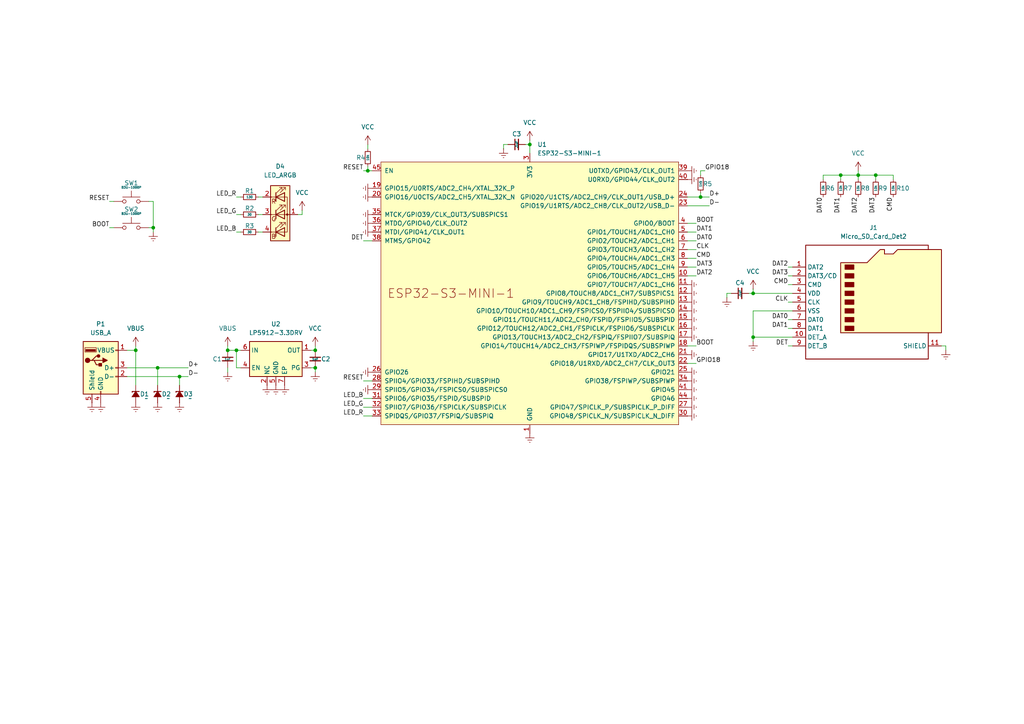
<source format=kicad_sch>
(kicad_sch
	(version 20231120)
	(generator "eeschema")
	(generator_version "8.0")
	(uuid "10537575-b6ba-4f5b-bf8d-4f4a8a3672ec")
	(paper "A4")
	(lib_symbols
		(symbol "Connector:Micro_SD_Card_Det2"
			(exclude_from_sim no)
			(in_bom yes)
			(on_board yes)
			(property "Reference" "J"
				(at -16.51 17.78 0)
				(effects
					(font
						(size 1.27 1.27)
					)
				)
			)
			(property "Value" "Micro_SD_Card_Det2"
				(at 16.51 17.78 0)
				(effects
					(font
						(size 1.27 1.27)
					)
					(justify right)
				)
			)
			(property "Footprint" ""
				(at 52.07 17.78 0)
				(effects
					(font
						(size 1.27 1.27)
					)
					(hide yes)
				)
			)
			(property "Datasheet" "https://www.hirose.com/en/product/document?clcode=&productname=&series=DM3&documenttype=Catalog&lang=en&documentid=D49662_en"
				(at 2.54 2.54 0)
				(effects
					(font
						(size 1.27 1.27)
					)
					(hide yes)
				)
			)
			(property "Description" "Micro SD Card Socket with two card detection pins"
				(at 0 0 0)
				(effects
					(font
						(size 1.27 1.27)
					)
					(hide yes)
				)
			)
			(property "ki_keywords" "connector SD microsd"
				(at 0 0 0)
				(effects
					(font
						(size 1.27 1.27)
					)
					(hide yes)
				)
			)
			(property "ki_fp_filters" "microSD*"
				(at 0 0 0)
				(effects
					(font
						(size 1.27 1.27)
					)
					(hide yes)
				)
			)
			(symbol "Micro_SD_Card_Det2_0_1"
				(rectangle
					(start -7.62 -6.985)
					(end -5.08 -8.255)
					(stroke
						(width 0.254)
						(type default)
					)
					(fill
						(type outline)
					)
				)
				(rectangle
					(start -7.62 -4.445)
					(end -5.08 -5.715)
					(stroke
						(width 0.254)
						(type default)
					)
					(fill
						(type outline)
					)
				)
				(rectangle
					(start -7.62 -1.905)
					(end -5.08 -3.175)
					(stroke
						(width 0.254)
						(type default)
					)
					(fill
						(type outline)
					)
				)
				(rectangle
					(start -7.62 0.635)
					(end -5.08 -0.635)
					(stroke
						(width 0.254)
						(type default)
					)
					(fill
						(type outline)
					)
				)
				(rectangle
					(start -7.62 3.175)
					(end -5.08 1.905)
					(stroke
						(width 0.254)
						(type default)
					)
					(fill
						(type outline)
					)
				)
				(rectangle
					(start -7.62 5.715)
					(end -5.08 4.445)
					(stroke
						(width 0.254)
						(type default)
					)
					(fill
						(type outline)
					)
				)
				(rectangle
					(start -7.62 8.255)
					(end -5.08 6.985)
					(stroke
						(width 0.254)
						(type default)
					)
					(fill
						(type outline)
					)
				)
				(rectangle
					(start -7.62 10.795)
					(end -5.08 9.525)
					(stroke
						(width 0.254)
						(type default)
					)
					(fill
						(type outline)
					)
				)
				(polyline
					(pts
						(xy 16.51 15.24) (xy 16.51 16.51) (xy -19.05 16.51) (xy -19.05 -16.51) (xy 16.51 -16.51) (xy 16.51 -8.89)
					)
					(stroke
						(width 0.254)
						(type default)
					)
					(fill
						(type none)
					)
				)
				(polyline
					(pts
						(xy -8.89 -8.89) (xy -8.89 11.43) (xy -1.27 11.43) (xy 2.54 15.24) (xy 3.81 15.24) (xy 3.81 13.97)
						(xy 6.35 13.97) (xy 7.62 15.24) (xy 20.32 15.24) (xy 20.32 -8.89) (xy -8.89 -8.89)
					)
					(stroke
						(width 0.254)
						(type default)
					)
					(fill
						(type background)
					)
				)
			)
			(symbol "Micro_SD_Card_Det2_1_1"
				(pin bidirectional line
					(at -22.86 10.16 0)
					(length 3.81)
					(name "DAT2"
						(effects
							(font
								(size 1.27 1.27)
							)
						)
					)
					(number "1"
						(effects
							(font
								(size 1.27 1.27)
							)
						)
					)
				)
				(pin passive line
					(at -22.86 -10.16 0)
					(length 3.81)
					(name "DET_A"
						(effects
							(font
								(size 1.27 1.27)
							)
						)
					)
					(number "10"
						(effects
							(font
								(size 1.27 1.27)
							)
						)
					)
				)
				(pin passive line
					(at 20.32 -12.7 180)
					(length 3.81)
					(name "SHIELD"
						(effects
							(font
								(size 1.27 1.27)
							)
						)
					)
					(number "11"
						(effects
							(font
								(size 1.27 1.27)
							)
						)
					)
				)
				(pin bidirectional line
					(at -22.86 7.62 0)
					(length 3.81)
					(name "DAT3/CD"
						(effects
							(font
								(size 1.27 1.27)
							)
						)
					)
					(number "2"
						(effects
							(font
								(size 1.27 1.27)
							)
						)
					)
				)
				(pin input line
					(at -22.86 5.08 0)
					(length 3.81)
					(name "CMD"
						(effects
							(font
								(size 1.27 1.27)
							)
						)
					)
					(number "3"
						(effects
							(font
								(size 1.27 1.27)
							)
						)
					)
				)
				(pin power_in line
					(at -22.86 2.54 0)
					(length 3.81)
					(name "VDD"
						(effects
							(font
								(size 1.27 1.27)
							)
						)
					)
					(number "4"
						(effects
							(font
								(size 1.27 1.27)
							)
						)
					)
				)
				(pin input line
					(at -22.86 0 0)
					(length 3.81)
					(name "CLK"
						(effects
							(font
								(size 1.27 1.27)
							)
						)
					)
					(number "5"
						(effects
							(font
								(size 1.27 1.27)
							)
						)
					)
				)
				(pin power_in line
					(at -22.86 -2.54 0)
					(length 3.81)
					(name "VSS"
						(effects
							(font
								(size 1.27 1.27)
							)
						)
					)
					(number "6"
						(effects
							(font
								(size 1.27 1.27)
							)
						)
					)
				)
				(pin bidirectional line
					(at -22.86 -5.08 0)
					(length 3.81)
					(name "DAT0"
						(effects
							(font
								(size 1.27 1.27)
							)
						)
					)
					(number "7"
						(effects
							(font
								(size 1.27 1.27)
							)
						)
					)
				)
				(pin bidirectional line
					(at -22.86 -7.62 0)
					(length 3.81)
					(name "DAT1"
						(effects
							(font
								(size 1.27 1.27)
							)
						)
					)
					(number "8"
						(effects
							(font
								(size 1.27 1.27)
							)
						)
					)
				)
				(pin passive line
					(at -22.86 -12.7 0)
					(length 3.81)
					(name "DET_B"
						(effects
							(font
								(size 1.27 1.27)
							)
						)
					)
					(number "9"
						(effects
							(font
								(size 1.27 1.27)
							)
						)
					)
				)
			)
		)
		(symbol "Connector:USB_A"
			(pin_names
				(offset 1.016)
			)
			(exclude_from_sim no)
			(in_bom yes)
			(on_board yes)
			(property "Reference" "J"
				(at -5.08 11.43 0)
				(effects
					(font
						(size 1.27 1.27)
					)
					(justify left)
				)
			)
			(property "Value" "USB_A"
				(at -5.08 8.89 0)
				(effects
					(font
						(size 1.27 1.27)
					)
					(justify left)
				)
			)
			(property "Footprint" ""
				(at 3.81 -1.27 0)
				(effects
					(font
						(size 1.27 1.27)
					)
					(hide yes)
				)
			)
			(property "Datasheet" " ~"
				(at 3.81 -1.27 0)
				(effects
					(font
						(size 1.27 1.27)
					)
					(hide yes)
				)
			)
			(property "Description" "USB Type A connector"
				(at 0 0 0)
				(effects
					(font
						(size 1.27 1.27)
					)
					(hide yes)
				)
			)
			(property "ki_keywords" "connector USB"
				(at 0 0 0)
				(effects
					(font
						(size 1.27 1.27)
					)
					(hide yes)
				)
			)
			(property "ki_fp_filters" "USB*"
				(at 0 0 0)
				(effects
					(font
						(size 1.27 1.27)
					)
					(hide yes)
				)
			)
			(symbol "USB_A_0_1"
				(rectangle
					(start -5.08 -7.62)
					(end 5.08 7.62)
					(stroke
						(width 0.254)
						(type default)
					)
					(fill
						(type background)
					)
				)
				(circle
					(center -3.81 2.159)
					(radius 0.635)
					(stroke
						(width 0.254)
						(type default)
					)
					(fill
						(type outline)
					)
				)
				(rectangle
					(start -1.524 4.826)
					(end -4.318 5.334)
					(stroke
						(width 0)
						(type default)
					)
					(fill
						(type outline)
					)
				)
				(rectangle
					(start -1.27 4.572)
					(end -4.572 5.842)
					(stroke
						(width 0)
						(type default)
					)
					(fill
						(type none)
					)
				)
				(circle
					(center -0.635 3.429)
					(radius 0.381)
					(stroke
						(width 0.254)
						(type default)
					)
					(fill
						(type outline)
					)
				)
				(rectangle
					(start -0.127 -7.62)
					(end 0.127 -6.858)
					(stroke
						(width 0)
						(type default)
					)
					(fill
						(type none)
					)
				)
				(polyline
					(pts
						(xy -3.175 2.159) (xy -2.54 2.159) (xy -1.27 3.429) (xy -0.635 3.429)
					)
					(stroke
						(width 0.254)
						(type default)
					)
					(fill
						(type none)
					)
				)
				(polyline
					(pts
						(xy -2.54 2.159) (xy -1.905 2.159) (xy -1.27 0.889) (xy 0 0.889)
					)
					(stroke
						(width 0.254)
						(type default)
					)
					(fill
						(type none)
					)
				)
				(polyline
					(pts
						(xy 0.635 2.794) (xy 0.635 1.524) (xy 1.905 2.159) (xy 0.635 2.794)
					)
					(stroke
						(width 0.254)
						(type default)
					)
					(fill
						(type outline)
					)
				)
				(rectangle
					(start 0.254 1.27)
					(end -0.508 0.508)
					(stroke
						(width 0.254)
						(type default)
					)
					(fill
						(type outline)
					)
				)
				(rectangle
					(start 5.08 -2.667)
					(end 4.318 -2.413)
					(stroke
						(width 0)
						(type default)
					)
					(fill
						(type none)
					)
				)
				(rectangle
					(start 5.08 -0.127)
					(end 4.318 0.127)
					(stroke
						(width 0)
						(type default)
					)
					(fill
						(type none)
					)
				)
				(rectangle
					(start 5.08 4.953)
					(end 4.318 5.207)
					(stroke
						(width 0)
						(type default)
					)
					(fill
						(type none)
					)
				)
			)
			(symbol "USB_A_1_1"
				(polyline
					(pts
						(xy -1.905 2.159) (xy 0.635 2.159)
					)
					(stroke
						(width 0.254)
						(type default)
					)
					(fill
						(type none)
					)
				)
				(pin power_in line
					(at 7.62 5.08 180)
					(length 2.54)
					(name "VBUS"
						(effects
							(font
								(size 1.27 1.27)
							)
						)
					)
					(number "1"
						(effects
							(font
								(size 1.27 1.27)
							)
						)
					)
				)
				(pin bidirectional line
					(at 7.62 -2.54 180)
					(length 2.54)
					(name "D-"
						(effects
							(font
								(size 1.27 1.27)
							)
						)
					)
					(number "2"
						(effects
							(font
								(size 1.27 1.27)
							)
						)
					)
				)
				(pin bidirectional line
					(at 7.62 0 180)
					(length 2.54)
					(name "D+"
						(effects
							(font
								(size 1.27 1.27)
							)
						)
					)
					(number "3"
						(effects
							(font
								(size 1.27 1.27)
							)
						)
					)
				)
				(pin power_in line
					(at 0 -10.16 90)
					(length 2.54)
					(name "GND"
						(effects
							(font
								(size 1.27 1.27)
							)
						)
					)
					(number "4"
						(effects
							(font
								(size 1.27 1.27)
							)
						)
					)
				)
				(pin passive line
					(at -2.54 -10.16 90)
					(length 2.54)
					(name "Shield"
						(effects
							(font
								(size 1.27 1.27)
							)
						)
					)
					(number "5"
						(effects
							(font
								(size 1.27 1.27)
							)
						)
					)
				)
			)
		)
		(symbol "Device:C_Small"
			(pin_numbers hide)
			(pin_names
				(offset 0.254) hide)
			(exclude_from_sim no)
			(in_bom yes)
			(on_board yes)
			(property "Reference" "C"
				(at 0.254 1.778 0)
				(effects
					(font
						(size 1.27 1.27)
					)
					(justify left)
				)
			)
			(property "Value" "C_Small"
				(at 0.254 -2.032 0)
				(effects
					(font
						(size 1.27 1.27)
					)
					(justify left)
				)
			)
			(property "Footprint" ""
				(at 0 0 0)
				(effects
					(font
						(size 1.27 1.27)
					)
					(hide yes)
				)
			)
			(property "Datasheet" "~"
				(at 0 0 0)
				(effects
					(font
						(size 1.27 1.27)
					)
					(hide yes)
				)
			)
			(property "Description" "Unpolarized capacitor, small symbol"
				(at 0 0 0)
				(effects
					(font
						(size 1.27 1.27)
					)
					(hide yes)
				)
			)
			(property "ki_keywords" "capacitor cap"
				(at 0 0 0)
				(effects
					(font
						(size 1.27 1.27)
					)
					(hide yes)
				)
			)
			(property "ki_fp_filters" "C_*"
				(at 0 0 0)
				(effects
					(font
						(size 1.27 1.27)
					)
					(hide yes)
				)
			)
			(symbol "C_Small_0_1"
				(polyline
					(pts
						(xy -1.524 -0.508) (xy 1.524 -0.508)
					)
					(stroke
						(width 0.3302)
						(type default)
					)
					(fill
						(type none)
					)
				)
				(polyline
					(pts
						(xy -1.524 0.508) (xy 1.524 0.508)
					)
					(stroke
						(width 0.3048)
						(type default)
					)
					(fill
						(type none)
					)
				)
			)
			(symbol "C_Small_1_1"
				(pin passive line
					(at 0 2.54 270)
					(length 2.032)
					(name "~"
						(effects
							(font
								(size 1.27 1.27)
							)
						)
					)
					(number "1"
						(effects
							(font
								(size 1.27 1.27)
							)
						)
					)
				)
				(pin passive line
					(at 0 -2.54 90)
					(length 2.032)
					(name "~"
						(effects
							(font
								(size 1.27 1.27)
							)
						)
					)
					(number "2"
						(effects
							(font
								(size 1.27 1.27)
							)
						)
					)
				)
			)
		)
		(symbol "Device:LED_ARGB"
			(pin_names
				(offset 0) hide)
			(exclude_from_sim no)
			(in_bom yes)
			(on_board yes)
			(property "Reference" "D"
				(at 0 9.398 0)
				(effects
					(font
						(size 1.27 1.27)
					)
				)
			)
			(property "Value" "LED_ARGB"
				(at 0 -8.89 0)
				(effects
					(font
						(size 1.27 1.27)
					)
				)
			)
			(property "Footprint" ""
				(at 0 -1.27 0)
				(effects
					(font
						(size 1.27 1.27)
					)
					(hide yes)
				)
			)
			(property "Datasheet" "~"
				(at 0 -1.27 0)
				(effects
					(font
						(size 1.27 1.27)
					)
					(hide yes)
				)
			)
			(property "Description" "RGB LED, anode/red/green/blue"
				(at 0 0 0)
				(effects
					(font
						(size 1.27 1.27)
					)
					(hide yes)
				)
			)
			(property "ki_keywords" "LED RGB diode"
				(at 0 0 0)
				(effects
					(font
						(size 1.27 1.27)
					)
					(hide yes)
				)
			)
			(property "ki_fp_filters" "LED* LED_SMD:* LED_THT:*"
				(at 0 0 0)
				(effects
					(font
						(size 1.27 1.27)
					)
					(hide yes)
				)
			)
			(symbol "LED_ARGB_0_0"
				(text "B"
					(at -1.905 -6.35 0)
					(effects
						(font
							(size 1.27 1.27)
						)
					)
				)
				(text "G"
					(at -1.905 -1.27 0)
					(effects
						(font
							(size 1.27 1.27)
						)
					)
				)
				(text "R"
					(at -1.905 3.81 0)
					(effects
						(font
							(size 1.27 1.27)
						)
					)
				)
			)
			(symbol "LED_ARGB_0_1"
				(polyline
					(pts
						(xy -1.27 -5.08) (xy -2.54 -5.08)
					)
					(stroke
						(width 0)
						(type default)
					)
					(fill
						(type none)
					)
				)
				(polyline
					(pts
						(xy -1.27 -5.08) (xy 1.27 -5.08)
					)
					(stroke
						(width 0)
						(type default)
					)
					(fill
						(type none)
					)
				)
				(polyline
					(pts
						(xy -1.27 -3.81) (xy -1.27 -6.35)
					)
					(stroke
						(width 0.254)
						(type default)
					)
					(fill
						(type none)
					)
				)
				(polyline
					(pts
						(xy -1.27 0) (xy -2.54 0)
					)
					(stroke
						(width 0)
						(type default)
					)
					(fill
						(type none)
					)
				)
				(polyline
					(pts
						(xy -1.27 1.27) (xy -1.27 -1.27)
					)
					(stroke
						(width 0.254)
						(type default)
					)
					(fill
						(type none)
					)
				)
				(polyline
					(pts
						(xy -1.27 5.08) (xy -2.54 5.08)
					)
					(stroke
						(width 0)
						(type default)
					)
					(fill
						(type none)
					)
				)
				(polyline
					(pts
						(xy -1.27 5.08) (xy 1.27 5.08)
					)
					(stroke
						(width 0)
						(type default)
					)
					(fill
						(type none)
					)
				)
				(polyline
					(pts
						(xy -1.27 6.35) (xy -1.27 3.81)
					)
					(stroke
						(width 0.254)
						(type default)
					)
					(fill
						(type none)
					)
				)
				(polyline
					(pts
						(xy 1.27 0) (xy -1.27 0)
					)
					(stroke
						(width 0)
						(type default)
					)
					(fill
						(type none)
					)
				)
				(polyline
					(pts
						(xy 1.27 0) (xy 2.54 0)
					)
					(stroke
						(width 0)
						(type default)
					)
					(fill
						(type none)
					)
				)
				(polyline
					(pts
						(xy -1.27 1.27) (xy -1.27 -1.27) (xy -1.27 -1.27)
					)
					(stroke
						(width 0)
						(type default)
					)
					(fill
						(type none)
					)
				)
				(polyline
					(pts
						(xy -1.27 6.35) (xy -1.27 3.81) (xy -1.27 3.81)
					)
					(stroke
						(width 0)
						(type default)
					)
					(fill
						(type none)
					)
				)
				(polyline
					(pts
						(xy 1.27 -5.08) (xy 2.032 -5.08) (xy 2.032 5.08) (xy 1.27 5.08)
					)
					(stroke
						(width 0)
						(type default)
					)
					(fill
						(type none)
					)
				)
				(polyline
					(pts
						(xy 1.27 -3.81) (xy 1.27 -6.35) (xy -1.27 -5.08) (xy 1.27 -3.81)
					)
					(stroke
						(width 0.254)
						(type default)
					)
					(fill
						(type none)
					)
				)
				(polyline
					(pts
						(xy 1.27 1.27) (xy 1.27 -1.27) (xy -1.27 0) (xy 1.27 1.27)
					)
					(stroke
						(width 0.254)
						(type default)
					)
					(fill
						(type none)
					)
				)
				(polyline
					(pts
						(xy 1.27 6.35) (xy 1.27 3.81) (xy -1.27 5.08) (xy 1.27 6.35)
					)
					(stroke
						(width 0.254)
						(type default)
					)
					(fill
						(type none)
					)
				)
				(polyline
					(pts
						(xy -1.016 -3.81) (xy 0.508 -2.286) (xy -0.254 -2.286) (xy 0.508 -2.286) (xy 0.508 -3.048)
					)
					(stroke
						(width 0)
						(type default)
					)
					(fill
						(type none)
					)
				)
				(polyline
					(pts
						(xy -1.016 1.27) (xy 0.508 2.794) (xy -0.254 2.794) (xy 0.508 2.794) (xy 0.508 2.032)
					)
					(stroke
						(width 0)
						(type default)
					)
					(fill
						(type none)
					)
				)
				(polyline
					(pts
						(xy -1.016 6.35) (xy 0.508 7.874) (xy -0.254 7.874) (xy 0.508 7.874) (xy 0.508 7.112)
					)
					(stroke
						(width 0)
						(type default)
					)
					(fill
						(type none)
					)
				)
				(polyline
					(pts
						(xy 0 -3.81) (xy 1.524 -2.286) (xy 0.762 -2.286) (xy 1.524 -2.286) (xy 1.524 -3.048)
					)
					(stroke
						(width 0)
						(type default)
					)
					(fill
						(type none)
					)
				)
				(polyline
					(pts
						(xy 0 1.27) (xy 1.524 2.794) (xy 0.762 2.794) (xy 1.524 2.794) (xy 1.524 2.032)
					)
					(stroke
						(width 0)
						(type default)
					)
					(fill
						(type none)
					)
				)
				(polyline
					(pts
						(xy 0 6.35) (xy 1.524 7.874) (xy 0.762 7.874) (xy 1.524 7.874) (xy 1.524 7.112)
					)
					(stroke
						(width 0)
						(type default)
					)
					(fill
						(type none)
					)
				)
				(rectangle
					(start 1.27 -1.27)
					(end 1.27 1.27)
					(stroke
						(width 0)
						(type default)
					)
					(fill
						(type none)
					)
				)
				(rectangle
					(start 1.27 1.27)
					(end 1.27 1.27)
					(stroke
						(width 0)
						(type default)
					)
					(fill
						(type none)
					)
				)
				(rectangle
					(start 1.27 3.81)
					(end 1.27 6.35)
					(stroke
						(width 0)
						(type default)
					)
					(fill
						(type none)
					)
				)
				(rectangle
					(start 1.27 6.35)
					(end 1.27 6.35)
					(stroke
						(width 0)
						(type default)
					)
					(fill
						(type none)
					)
				)
				(circle
					(center 2.032 0)
					(radius 0.254)
					(stroke
						(width 0)
						(type default)
					)
					(fill
						(type outline)
					)
				)
				(rectangle
					(start 2.794 8.382)
					(end -2.794 -7.62)
					(stroke
						(width 0.254)
						(type default)
					)
					(fill
						(type background)
					)
				)
			)
			(symbol "LED_ARGB_1_1"
				(pin passive line
					(at 5.08 0 180)
					(length 2.54)
					(name "A"
						(effects
							(font
								(size 1.27 1.27)
							)
						)
					)
					(number "1"
						(effects
							(font
								(size 1.27 1.27)
							)
						)
					)
				)
				(pin passive line
					(at -5.08 5.08 0)
					(length 2.54)
					(name "RK"
						(effects
							(font
								(size 1.27 1.27)
							)
						)
					)
					(number "2"
						(effects
							(font
								(size 1.27 1.27)
							)
						)
					)
				)
				(pin passive line
					(at -5.08 0 0)
					(length 2.54)
					(name "GK"
						(effects
							(font
								(size 1.27 1.27)
							)
						)
					)
					(number "3"
						(effects
							(font
								(size 1.27 1.27)
							)
						)
					)
				)
				(pin passive line
					(at -5.08 -5.08 0)
					(length 2.54)
					(name "BK"
						(effects
							(font
								(size 1.27 1.27)
							)
						)
					)
					(number "4"
						(effects
							(font
								(size 1.27 1.27)
							)
						)
					)
				)
			)
		)
		(symbol "Device:R_Small"
			(pin_numbers hide)
			(pin_names
				(offset 0.254) hide)
			(exclude_from_sim no)
			(in_bom yes)
			(on_board yes)
			(property "Reference" "R"
				(at 0.762 0.508 0)
				(effects
					(font
						(size 1.27 1.27)
					)
					(justify left)
				)
			)
			(property "Value" "R_Small"
				(at 0.762 -1.016 0)
				(effects
					(font
						(size 1.27 1.27)
					)
					(justify left)
				)
			)
			(property "Footprint" ""
				(at 0 0 0)
				(effects
					(font
						(size 1.27 1.27)
					)
					(hide yes)
				)
			)
			(property "Datasheet" "~"
				(at 0 0 0)
				(effects
					(font
						(size 1.27 1.27)
					)
					(hide yes)
				)
			)
			(property "Description" "Resistor, small symbol"
				(at 0 0 0)
				(effects
					(font
						(size 1.27 1.27)
					)
					(hide yes)
				)
			)
			(property "ki_keywords" "R resistor"
				(at 0 0 0)
				(effects
					(font
						(size 1.27 1.27)
					)
					(hide yes)
				)
			)
			(property "ki_fp_filters" "R_*"
				(at 0 0 0)
				(effects
					(font
						(size 1.27 1.27)
					)
					(hide yes)
				)
			)
			(symbol "R_Small_0_1"
				(rectangle
					(start -0.762 1.778)
					(end 0.762 -1.778)
					(stroke
						(width 0.2032)
						(type default)
					)
					(fill
						(type none)
					)
				)
			)
			(symbol "R_Small_1_1"
				(pin passive line
					(at 0 2.54 270)
					(length 0.762)
					(name "~"
						(effects
							(font
								(size 1.27 1.27)
							)
						)
					)
					(number "1"
						(effects
							(font
								(size 1.27 1.27)
							)
						)
					)
				)
				(pin passive line
					(at 0 -2.54 90)
					(length 0.762)
					(name "~"
						(effects
							(font
								(size 1.27 1.27)
							)
						)
					)
					(number "2"
						(effects
							(font
								(size 1.27 1.27)
							)
						)
					)
				)
			)
		)
		(symbol "LLX-Keyboard:D_TVS_Small"
			(pin_numbers hide)
			(pin_names hide)
			(exclude_from_sim no)
			(in_bom yes)
			(on_board yes)
			(property "Reference" "D"
				(at 0 2.54 0)
				(effects
					(font
						(size 1.27 1.27)
					)
				)
			)
			(property "Value" ""
				(at 0 0 0)
				(effects
					(font
						(size 1.27 1.27)
					)
				)
			)
			(property "Footprint" ""
				(at 0 0 0)
				(effects
					(font
						(size 1.27 1.27)
					)
					(hide yes)
				)
			)
			(property "Datasheet" ""
				(at 0 0 0)
				(effects
					(font
						(size 1.27 1.27)
					)
					(hide yes)
				)
			)
			(property "Description" ""
				(at 0 0 0)
				(effects
					(font
						(size 1.27 1.27)
					)
					(hide yes)
				)
			)
			(symbol "D_TVS_Small_0_1"
				(polyline
					(pts
						(xy 0.762 0) (xy -0.762 0)
					)
					(stroke
						(width 0)
						(type default)
					)
					(fill
						(type none)
					)
				)
				(polyline
					(pts
						(xy 0.762 1.016) (xy 0.762 -1.016)
					)
					(stroke
						(width 0.254)
						(type default)
					)
					(fill
						(type none)
					)
				)
				(polyline
					(pts
						(xy -0.762 1.016) (xy 0.762 0) (xy -0.762 -1.016) (xy -0.762 1.016)
					)
					(stroke
						(width 0.254)
						(type default)
					)
					(fill
						(type outline)
					)
				)
			)
			(symbol "D_TVS_Small_1_1"
				(polyline
					(pts
						(xy 0.762 1.016) (xy 0.508 1.016)
					)
					(stroke
						(width 0.254)
						(type default)
					)
					(fill
						(type none)
					)
				)
				(pin passive line
					(at 2.54 0 180)
					(length 1.778)
					(name "K"
						(effects
							(font
								(size 1.27 1.27)
							)
						)
					)
					(number "1"
						(effects
							(font
								(size 1.27 1.27)
							)
						)
					)
				)
				(pin passive line
					(at -2.54 0 0)
					(length 1.778)
					(name "A"
						(effects
							(font
								(size 1.27 1.27)
							)
						)
					)
					(number "2"
						(effects
							(font
								(size 1.27 1.27)
							)
						)
					)
				)
			)
		)
		(symbol "PCM_Espressif:ESP32-S3-MINI-1"
			(pin_names
				(offset 1.016)
			)
			(exclude_from_sim no)
			(in_bom yes)
			(on_board yes)
			(property "Reference" "U"
				(at -43.18 43.18 0)
				(effects
					(font
						(size 1.27 1.27)
					)
					(justify left)
				)
			)
			(property "Value" "ESP32-S3-MINI-1"
				(at -43.18 40.64 0)
				(effects
					(font
						(size 1.27 1.27)
					)
					(justify left)
				)
			)
			(property "Footprint" "PCM_Espressif:ESP32-S3-MINI-1"
				(at 0 -55.88 0)
				(effects
					(font
						(size 1.27 1.27)
					)
					(hide yes)
				)
			)
			(property "Datasheet" "https://www.espressif.com/sites/default/files/documentation/esp32-s3-mini-1_mini-1u_datasheet_en.pdf"
				(at 0 -58.42 0)
				(effects
					(font
						(size 1.27 1.27)
					)
					(hide yes)
				)
			)
			(property "Description" "Smallsized module supporting 2.4 GHz WiFi (802.11 b/g/n) and Bluetooth ® 5 (LE) Built around ESP32S3 series of SoCs, Xtensa ® dualcore 32bit LX7 microprocessor Flash up to 8 MB, optional 2 MB PSRAM in chip package 39 GPIOs, rich set of peripherals Onboard PCB antenna or external antenna connector"
				(at 0 0 0)
				(effects
					(font
						(size 1.27 1.27)
					)
					(hide yes)
				)
			)
			(symbol "ESP32-S3-MINI-1_0_0"
				(text "ESP32-S3-MINI-1"
					(at -22.86 0 0)
					(effects
						(font
							(size 2.54 2.54)
						)
					)
				)
				(pin power_in line
					(at 0 -40.64 90)
					(length 2.54)
					(name "GND"
						(effects
							(font
								(size 1.27 1.27)
							)
						)
					)
					(number "1"
						(effects
							(font
								(size 1.27 1.27)
							)
						)
					)
				)
				(pin bidirectional line
					(at 45.72 5.08 180)
					(length 2.54)
					(name "GPIO6/TOUCH6/ADC1_CH5"
						(effects
							(font
								(size 1.27 1.27)
							)
						)
					)
					(number "10"
						(effects
							(font
								(size 1.27 1.27)
							)
						)
					)
				)
				(pin bidirectional line
					(at 45.72 2.54 180)
					(length 2.54)
					(name "GPIO7/TOUCH7/ADC1_CH6"
						(effects
							(font
								(size 1.27 1.27)
							)
						)
					)
					(number "11"
						(effects
							(font
								(size 1.27 1.27)
							)
						)
					)
				)
				(pin bidirectional line
					(at 45.72 0 180)
					(length 2.54)
					(name "GPIO8/TOUCH8/ADC1_CH7/SUBSPICS1"
						(effects
							(font
								(size 1.27 1.27)
							)
						)
					)
					(number "12"
						(effects
							(font
								(size 1.27 1.27)
							)
						)
					)
				)
				(pin bidirectional line
					(at 45.72 -2.54 180)
					(length 2.54)
					(name "GPIO9/TOUCH9/ADC1_CH8/FSPIHD/SUBSPIHD"
						(effects
							(font
								(size 1.27 1.27)
							)
						)
					)
					(number "13"
						(effects
							(font
								(size 1.27 1.27)
							)
						)
					)
				)
				(pin bidirectional line
					(at 45.72 -5.08 180)
					(length 2.54)
					(name "GPIO10/TOUCH10/ADC1_CH9/FSPICS0/FSPIIO4/SUBSPICS0"
						(effects
							(font
								(size 1.27 1.27)
							)
						)
					)
					(number "14"
						(effects
							(font
								(size 1.27 1.27)
							)
						)
					)
				)
				(pin bidirectional line
					(at 45.72 -7.62 180)
					(length 2.54)
					(name "GPIO11/TOUCH11/ADC2_CH0/FSPID/FSPIIO5/SUBSPID"
						(effects
							(font
								(size 1.27 1.27)
							)
						)
					)
					(number "15"
						(effects
							(font
								(size 1.27 1.27)
							)
						)
					)
				)
				(pin bidirectional line
					(at 45.72 -10.16 180)
					(length 2.54)
					(name "GPIO12/TOUCH12/ADC2_CH1/FSPICLK/FSPIIO6/SUBSPICLK"
						(effects
							(font
								(size 1.27 1.27)
							)
						)
					)
					(number "16"
						(effects
							(font
								(size 1.27 1.27)
							)
						)
					)
				)
				(pin bidirectional line
					(at 45.72 -12.7 180)
					(length 2.54)
					(name "GPIO13/TOUCH13/ADC2_CH2/FSPIQ/FSPIIO7/SUBSPIQ"
						(effects
							(font
								(size 1.27 1.27)
							)
						)
					)
					(number "17"
						(effects
							(font
								(size 1.27 1.27)
							)
						)
					)
				)
				(pin bidirectional line
					(at 45.72 -15.24 180)
					(length 2.54)
					(name "GPIO14/TOUCH14/ADC2_CH3/FSPIWP/FSPIDQS/SUBSPIWP"
						(effects
							(font
								(size 1.27 1.27)
							)
						)
					)
					(number "18"
						(effects
							(font
								(size 1.27 1.27)
							)
						)
					)
				)
				(pin bidirectional line
					(at -45.72 30.48 0)
					(length 2.54)
					(name "GPIO15/U0RTS/ADC2_CH4/XTAL_32K_P"
						(effects
							(font
								(size 1.27 1.27)
							)
						)
					)
					(number "19"
						(effects
							(font
								(size 1.27 1.27)
							)
						)
					)
				)
				(pin passive line
					(at 0 -40.64 90)
					(length 2.54) hide
					(name "GND"
						(effects
							(font
								(size 1.27 1.27)
							)
						)
					)
					(number "2"
						(effects
							(font
								(size 1.27 1.27)
							)
						)
					)
				)
				(pin bidirectional line
					(at -45.72 27.94 0)
					(length 2.54)
					(name "GPIO16/U0CTS/ADC2_CH5/XTAL_32K_N"
						(effects
							(font
								(size 1.27 1.27)
							)
						)
					)
					(number "20"
						(effects
							(font
								(size 1.27 1.27)
							)
						)
					)
				)
				(pin bidirectional line
					(at 45.72 -17.78 180)
					(length 2.54)
					(name "GPIO17/U1TXD/ADC2_CH6"
						(effects
							(font
								(size 1.27 1.27)
							)
						)
					)
					(number "21"
						(effects
							(font
								(size 1.27 1.27)
							)
						)
					)
				)
				(pin bidirectional line
					(at 45.72 -20.32 180)
					(length 2.54)
					(name "GPIO18/U1RXD/ADC2_CH7/CLK_OUT3"
						(effects
							(font
								(size 1.27 1.27)
							)
						)
					)
					(number "22"
						(effects
							(font
								(size 1.27 1.27)
							)
						)
					)
				)
				(pin bidirectional line
					(at 45.72 25.4 180)
					(length 2.54)
					(name "GPIO19/U1RTS/ADC2_CH8/CLK_OUT2/USB_D-"
						(effects
							(font
								(size 1.27 1.27)
							)
						)
					)
					(number "23"
						(effects
							(font
								(size 1.27 1.27)
							)
						)
					)
				)
				(pin bidirectional line
					(at 45.72 27.94 180)
					(length 2.54)
					(name "GPIO20/U1CTS/ADC2_CH9/CLK_OUT1/USB_D+"
						(effects
							(font
								(size 1.27 1.27)
							)
						)
					)
					(number "24"
						(effects
							(font
								(size 1.27 1.27)
							)
						)
					)
				)
				(pin bidirectional line
					(at 45.72 -22.86 180)
					(length 2.54)
					(name "GPIO21"
						(effects
							(font
								(size 1.27 1.27)
							)
						)
					)
					(number "25"
						(effects
							(font
								(size 1.27 1.27)
							)
						)
					)
				)
				(pin bidirectional line
					(at -45.72 -22.86 0)
					(length 2.54)
					(name "GPIO26"
						(effects
							(font
								(size 1.27 1.27)
							)
						)
					)
					(number "26"
						(effects
							(font
								(size 1.27 1.27)
							)
						)
					)
				)
				(pin bidirectional line
					(at 45.72 -33.02 180)
					(length 2.54)
					(name "GPIO47/SPICLK_P/SUBSPICLK_P_DIFF"
						(effects
							(font
								(size 1.27 1.27)
							)
						)
					)
					(number "27"
						(effects
							(font
								(size 1.27 1.27)
							)
						)
					)
				)
				(pin bidirectional line
					(at -45.72 -25.4 0)
					(length 2.54)
					(name "SPIIO4/GPIO33/FSPIHD/SUBSPIHD"
						(effects
							(font
								(size 1.27 1.27)
							)
						)
					)
					(number "28"
						(effects
							(font
								(size 1.27 1.27)
							)
						)
					)
				)
				(pin bidirectional line
					(at -45.72 -27.94 0)
					(length 2.54)
					(name "SPIIO5/GPIO34/FSPICS0/SUBSPICS0"
						(effects
							(font
								(size 1.27 1.27)
							)
						)
					)
					(number "29"
						(effects
							(font
								(size 1.27 1.27)
							)
						)
					)
				)
				(pin power_in line
					(at 0 40.64 270)
					(length 2.54)
					(name "3V3"
						(effects
							(font
								(size 1.27 1.27)
							)
						)
					)
					(number "3"
						(effects
							(font
								(size 1.27 1.27)
							)
						)
					)
				)
				(pin bidirectional line
					(at 45.72 -35.56 180)
					(length 2.54)
					(name "GPIO48/SPICLK_N/SUBSPICLK_N_DIFF"
						(effects
							(font
								(size 1.27 1.27)
							)
						)
					)
					(number "30"
						(effects
							(font
								(size 1.27 1.27)
							)
						)
					)
				)
				(pin bidirectional line
					(at -45.72 -30.48 0)
					(length 2.54)
					(name "SPIIO6/GPIO35/FSPID/SUBSPID"
						(effects
							(font
								(size 1.27 1.27)
							)
						)
					)
					(number "31"
						(effects
							(font
								(size 1.27 1.27)
							)
						)
					)
				)
				(pin bidirectional line
					(at -45.72 -33.02 0)
					(length 2.54)
					(name "SPIIO7/GPIO36/FSPICLK/SUBSPICLK"
						(effects
							(font
								(size 1.27 1.27)
							)
						)
					)
					(number "32"
						(effects
							(font
								(size 1.27 1.27)
							)
						)
					)
				)
				(pin bidirectional line
					(at -45.72 -35.56 0)
					(length 2.54)
					(name "SPIDQS/GPIO37/FSPIQ/SUBSPIQ"
						(effects
							(font
								(size 1.27 1.27)
							)
						)
					)
					(number "33"
						(effects
							(font
								(size 1.27 1.27)
							)
						)
					)
				)
				(pin bidirectional line
					(at 45.72 -25.4 180)
					(length 2.54)
					(name "GPIO38/FSPIWP/SUBSPIWP"
						(effects
							(font
								(size 1.27 1.27)
							)
						)
					)
					(number "34"
						(effects
							(font
								(size 1.27 1.27)
							)
						)
					)
				)
				(pin bidirectional line
					(at -45.72 22.86 0)
					(length 2.54)
					(name "MTCK/GPIO39/CLK_OUT3/SUBSPICS1"
						(effects
							(font
								(size 1.27 1.27)
							)
						)
					)
					(number "35"
						(effects
							(font
								(size 1.27 1.27)
							)
						)
					)
				)
				(pin bidirectional line
					(at -45.72 20.32 0)
					(length 2.54)
					(name "MTDO/GPIO40/CLK_OUT2"
						(effects
							(font
								(size 1.27 1.27)
							)
						)
					)
					(number "36"
						(effects
							(font
								(size 1.27 1.27)
							)
						)
					)
				)
				(pin bidirectional line
					(at -45.72 17.78 0)
					(length 2.54)
					(name "MTDI/GPIO41/CLK_OUT1"
						(effects
							(font
								(size 1.27 1.27)
							)
						)
					)
					(number "37"
						(effects
							(font
								(size 1.27 1.27)
							)
						)
					)
				)
				(pin bidirectional line
					(at -45.72 15.24 0)
					(length 2.54)
					(name "MTMS/GPIO42"
						(effects
							(font
								(size 1.27 1.27)
							)
						)
					)
					(number "38"
						(effects
							(font
								(size 1.27 1.27)
							)
						)
					)
				)
				(pin bidirectional line
					(at 45.72 35.56 180)
					(length 2.54)
					(name "U0TXD/GPIO43/CLK_OUT1"
						(effects
							(font
								(size 1.27 1.27)
							)
						)
					)
					(number "39"
						(effects
							(font
								(size 1.27 1.27)
							)
						)
					)
				)
				(pin bidirectional line
					(at 45.72 20.32 180)
					(length 2.54)
					(name "GPIO0/BOOT"
						(effects
							(font
								(size 1.27 1.27)
							)
						)
					)
					(number "4"
						(effects
							(font
								(size 1.27 1.27)
							)
						)
					)
				)
				(pin bidirectional line
					(at 45.72 33.02 180)
					(length 2.54)
					(name "U0RXD/GPIO44/CLK_OUT2"
						(effects
							(font
								(size 1.27 1.27)
							)
						)
					)
					(number "40"
						(effects
							(font
								(size 1.27 1.27)
							)
						)
					)
				)
				(pin bidirectional line
					(at 45.72 -27.94 180)
					(length 2.54)
					(name "GPIO45"
						(effects
							(font
								(size 1.27 1.27)
							)
						)
					)
					(number "41"
						(effects
							(font
								(size 1.27 1.27)
							)
						)
					)
				)
				(pin passive line
					(at 0 -40.64 90)
					(length 2.54) hide
					(name "GND"
						(effects
							(font
								(size 1.27 1.27)
							)
						)
					)
					(number "42"
						(effects
							(font
								(size 1.27 1.27)
							)
						)
					)
				)
				(pin passive line
					(at 0 -40.64 90)
					(length 2.54) hide
					(name "GND"
						(effects
							(font
								(size 1.27 1.27)
							)
						)
					)
					(number "43"
						(effects
							(font
								(size 1.27 1.27)
							)
						)
					)
				)
				(pin bidirectional line
					(at 45.72 -30.48 180)
					(length 2.54)
					(name "GPIO46"
						(effects
							(font
								(size 1.27 1.27)
							)
						)
					)
					(number "44"
						(effects
							(font
								(size 1.27 1.27)
							)
						)
					)
				)
				(pin input line
					(at -45.72 35.56 0)
					(length 2.54)
					(name "EN"
						(effects
							(font
								(size 1.27 1.27)
							)
						)
					)
					(number "45"
						(effects
							(font
								(size 1.27 1.27)
							)
						)
					)
				)
				(pin passive line
					(at 0 -40.64 90)
					(length 2.54) hide
					(name "GND"
						(effects
							(font
								(size 1.27 1.27)
							)
						)
					)
					(number "46"
						(effects
							(font
								(size 1.27 1.27)
							)
						)
					)
				)
				(pin passive line
					(at 0 -40.64 90)
					(length 2.54) hide
					(name "GND"
						(effects
							(font
								(size 1.27 1.27)
							)
						)
					)
					(number "47"
						(effects
							(font
								(size 1.27 1.27)
							)
						)
					)
				)
				(pin passive line
					(at 0 -40.64 90)
					(length 2.54) hide
					(name "GND"
						(effects
							(font
								(size 1.27 1.27)
							)
						)
					)
					(number "48"
						(effects
							(font
								(size 1.27 1.27)
							)
						)
					)
				)
				(pin passive line
					(at 0 -40.64 90)
					(length 2.54) hide
					(name "GND"
						(effects
							(font
								(size 1.27 1.27)
							)
						)
					)
					(number "49"
						(effects
							(font
								(size 1.27 1.27)
							)
						)
					)
				)
				(pin bidirectional line
					(at 45.72 17.78 180)
					(length 2.54)
					(name "GPIO1/TOUCH1/ADC1_CH0"
						(effects
							(font
								(size 1.27 1.27)
							)
						)
					)
					(number "5"
						(effects
							(font
								(size 1.27 1.27)
							)
						)
					)
				)
				(pin passive line
					(at 0 -40.64 90)
					(length 2.54) hide
					(name "GND"
						(effects
							(font
								(size 1.27 1.27)
							)
						)
					)
					(number "50"
						(effects
							(font
								(size 1.27 1.27)
							)
						)
					)
				)
				(pin passive line
					(at 0 -40.64 90)
					(length 2.54) hide
					(name "GND"
						(effects
							(font
								(size 1.27 1.27)
							)
						)
					)
					(number "51"
						(effects
							(font
								(size 1.27 1.27)
							)
						)
					)
				)
				(pin passive line
					(at 0 -40.64 90)
					(length 2.54) hide
					(name "GND"
						(effects
							(font
								(size 1.27 1.27)
							)
						)
					)
					(number "52"
						(effects
							(font
								(size 1.27 1.27)
							)
						)
					)
				)
				(pin passive line
					(at 0 -40.64 90)
					(length 2.54) hide
					(name "GND"
						(effects
							(font
								(size 1.27 1.27)
							)
						)
					)
					(number "53"
						(effects
							(font
								(size 1.27 1.27)
							)
						)
					)
				)
				(pin passive line
					(at 0 -40.64 90)
					(length 2.54) hide
					(name "GND"
						(effects
							(font
								(size 1.27 1.27)
							)
						)
					)
					(number "54"
						(effects
							(font
								(size 1.27 1.27)
							)
						)
					)
				)
				(pin passive line
					(at 0 -40.64 90)
					(length 2.54) hide
					(name "GND"
						(effects
							(font
								(size 1.27 1.27)
							)
						)
					)
					(number "55"
						(effects
							(font
								(size 1.27 1.27)
							)
						)
					)
				)
				(pin passive line
					(at 0 -40.64 90)
					(length 2.54) hide
					(name "GND"
						(effects
							(font
								(size 1.27 1.27)
							)
						)
					)
					(number "56"
						(effects
							(font
								(size 1.27 1.27)
							)
						)
					)
				)
				(pin passive line
					(at 0 -40.64 90)
					(length 2.54) hide
					(name "GND"
						(effects
							(font
								(size 1.27 1.27)
							)
						)
					)
					(number "57"
						(effects
							(font
								(size 1.27 1.27)
							)
						)
					)
				)
				(pin passive line
					(at 0 -40.64 90)
					(length 2.54) hide
					(name "GND"
						(effects
							(font
								(size 1.27 1.27)
							)
						)
					)
					(number "58"
						(effects
							(font
								(size 1.27 1.27)
							)
						)
					)
				)
				(pin passive line
					(at 0 -40.64 90)
					(length 2.54) hide
					(name "GND"
						(effects
							(font
								(size 1.27 1.27)
							)
						)
					)
					(number "59"
						(effects
							(font
								(size 1.27 1.27)
							)
						)
					)
				)
				(pin bidirectional line
					(at 45.72 15.24 180)
					(length 2.54)
					(name "GPIO2/TOUCH2/ADC1_CH1"
						(effects
							(font
								(size 1.27 1.27)
							)
						)
					)
					(number "6"
						(effects
							(font
								(size 1.27 1.27)
							)
						)
					)
				)
				(pin passive line
					(at 0 -40.64 90)
					(length 2.54) hide
					(name "GND"
						(effects
							(font
								(size 1.27 1.27)
							)
						)
					)
					(number "60"
						(effects
							(font
								(size 1.27 1.27)
							)
						)
					)
				)
				(pin passive line
					(at 0 -40.64 90)
					(length 2.54) hide
					(name "GND"
						(effects
							(font
								(size 1.27 1.27)
							)
						)
					)
					(number "61"
						(effects
							(font
								(size 1.27 1.27)
							)
						)
					)
				)
				(pin passive line
					(at 0 -40.64 90)
					(length 2.54) hide
					(name "GND"
						(effects
							(font
								(size 1.27 1.27)
							)
						)
					)
					(number "62"
						(effects
							(font
								(size 1.27 1.27)
							)
						)
					)
				)
				(pin passive line
					(at 0 -40.64 90)
					(length 2.54) hide
					(name "GND"
						(effects
							(font
								(size 1.27 1.27)
							)
						)
					)
					(number "63"
						(effects
							(font
								(size 1.27 1.27)
							)
						)
					)
				)
				(pin passive line
					(at 0 -40.64 90)
					(length 2.54) hide
					(name "GND"
						(effects
							(font
								(size 1.27 1.27)
							)
						)
					)
					(number "64"
						(effects
							(font
								(size 1.27 1.27)
							)
						)
					)
				)
				(pin passive line
					(at 0 -40.64 90)
					(length 2.54) hide
					(name "GND"
						(effects
							(font
								(size 1.27 1.27)
							)
						)
					)
					(number "65"
						(effects
							(font
								(size 1.27 1.27)
							)
						)
					)
				)
				(pin bidirectional line
					(at 45.72 12.7 180)
					(length 2.54)
					(name "GPIO3/TOUCH3/ADC1_CH2"
						(effects
							(font
								(size 1.27 1.27)
							)
						)
					)
					(number "7"
						(effects
							(font
								(size 1.27 1.27)
							)
						)
					)
				)
				(pin bidirectional line
					(at 45.72 10.16 180)
					(length 2.54)
					(name "GPIO4/TOUCH4/ADC1_CH3"
						(effects
							(font
								(size 1.27 1.27)
							)
						)
					)
					(number "8"
						(effects
							(font
								(size 1.27 1.27)
							)
						)
					)
				)
				(pin bidirectional line
					(at 45.72 7.62 180)
					(length 2.54)
					(name "GPIO5/TOUCH5/ADC1_CH4"
						(effects
							(font
								(size 1.27 1.27)
							)
						)
					)
					(number "9"
						(effects
							(font
								(size 1.27 1.27)
							)
						)
					)
				)
			)
			(symbol "ESP32-S3-MINI-1_0_1"
				(rectangle
					(start -43.18 38.1)
					(end 43.18 -38.1)
					(stroke
						(width 0)
						(type default)
					)
					(fill
						(type background)
					)
				)
			)
		)
		(symbol "Regulator_Linear:LP5912-3.3DRV"
			(exclude_from_sim no)
			(in_bom yes)
			(on_board yes)
			(property "Reference" "U2"
				(at 0 10.16 0)
				(effects
					(font
						(size 1.27 1.27)
					)
				)
			)
			(property "Value" "LP5912-3.3DRV"
				(at 0 7.62 0)
				(effects
					(font
						(size 1.27 1.27)
					)
				)
			)
			(property "Footprint" "Package_SON:WSON-6-1EP_2x2mm_P0.65mm_EP1x1.6mm_ThermalVias"
				(at 0 8.89 0)
				(effects
					(font
						(size 1.27 1.27)
					)
					(hide yes)
				)
			)
			(property "Datasheet" "http://www.ti.com/lit/ds/symlink/lp5912.pdf"
				(at 0 12.7 0)
				(effects
					(font
						(size 1.27 1.27)
					)
					(hide yes)
				)
			)
			(property "Description" "500-mA Ultra-Low-Noise Low-IQ LDO, 3.3V, WSON-6"
				(at 0 0 0)
				(effects
					(font
						(size 1.27 1.27)
					)
					(hide yes)
				)
			)
			(property "ki_keywords" "Single Output LDO Low-Noise"
				(at 0 0 0)
				(effects
					(font
						(size 1.27 1.27)
					)
					(hide yes)
				)
			)
			(property "ki_fp_filters" "WSON*1EP*2x2mm*P0.65mm*"
				(at 0 0 0)
				(effects
					(font
						(size 1.27 1.27)
					)
					(hide yes)
				)
			)
			(symbol "LP5912-3.3DRV_0_1"
				(rectangle
					(start -7.62 -5.08)
					(end 7.62 5.08)
					(stroke
						(width 0.254)
						(type default)
					)
					(fill
						(type background)
					)
				)
				(pin power_out line
					(at 10.16 2.54 180)
					(length 2.54)
					(name "OUT"
						(effects
							(font
								(size 1.27 1.27)
							)
						)
					)
					(number "1"
						(effects
							(font
								(size 1.27 1.27)
							)
						)
					)
				)
				(pin no_connect line
					(at 7.62 0 180)
					(length 2.54) hide
					(name "NC"
						(effects
							(font
								(size 1.27 1.27)
							)
						)
					)
					(number "2"
						(effects
							(font
								(size 1.27 1.27)
							)
						)
					)
				)
				(pin input line
					(at -10.16 -2.54 0)
					(length 2.54)
					(name "EN"
						(effects
							(font
								(size 1.27 1.27)
							)
						)
					)
					(number "4"
						(effects
							(font
								(size 1.27 1.27)
							)
						)
					)
				)
				(pin power_in line
					(at 0 -7.62 90)
					(length 2.54)
					(name "GND"
						(effects
							(font
								(size 1.27 1.27)
							)
						)
					)
					(number "5"
						(effects
							(font
								(size 1.27 1.27)
							)
						)
					)
				)
				(pin power_in line
					(at -10.16 2.54 0)
					(length 2.54)
					(name "IN"
						(effects
							(font
								(size 1.27 1.27)
							)
						)
					)
					(number "6"
						(effects
							(font
								(size 1.27 1.27)
							)
						)
					)
				)
			)
			(symbol "LP5912-3.3DRV_1_1"
				(pin passive line
					(at -2.54 -7.62 90)
					(length 2.54)
					(name "NC"
						(effects
							(font
								(size 1.27 1.27)
							)
						)
					)
					(number "2"
						(effects
							(font
								(size 1.27 1.27)
							)
						)
					)
				)
				(pin open_collector line
					(at 10.16 -2.54 180)
					(length 2.54)
					(name "PG"
						(effects
							(font
								(size 1.27 1.27)
							)
						)
					)
					(number "3"
						(effects
							(font
								(size 1.27 1.27)
							)
						)
					)
				)
				(pin passive line
					(at 2.54 -7.62 90)
					(length 2.54)
					(name "EP"
						(effects
							(font
								(size 1.27 1.27)
							)
						)
					)
					(number "7"
						(effects
							(font
								(size 1.27 1.27)
							)
						)
					)
				)
			)
		)
		(symbol "Switch:SW_Push"
			(pin_numbers hide)
			(pin_names
				(offset 1.016) hide)
			(exclude_from_sim no)
			(in_bom yes)
			(on_board yes)
			(property "Reference" "SW"
				(at 1.27 2.54 0)
				(effects
					(font
						(size 1.27 1.27)
					)
					(justify left)
				)
			)
			(property "Value" "SW_Push"
				(at 0 -1.524 0)
				(effects
					(font
						(size 1.27 1.27)
					)
				)
			)
			(property "Footprint" ""
				(at 0 5.08 0)
				(effects
					(font
						(size 1.27 1.27)
					)
					(hide yes)
				)
			)
			(property "Datasheet" "~"
				(at 0 5.08 0)
				(effects
					(font
						(size 1.27 1.27)
					)
					(hide yes)
				)
			)
			(property "Description" "Push button switch, generic, two pins"
				(at 0 0 0)
				(effects
					(font
						(size 1.27 1.27)
					)
					(hide yes)
				)
			)
			(property "ki_keywords" "switch normally-open pushbutton push-button"
				(at 0 0 0)
				(effects
					(font
						(size 1.27 1.27)
					)
					(hide yes)
				)
			)
			(symbol "SW_Push_0_1"
				(circle
					(center -2.032 0)
					(radius 0.508)
					(stroke
						(width 0)
						(type default)
					)
					(fill
						(type none)
					)
				)
				(polyline
					(pts
						(xy 0 1.27) (xy 0 3.048)
					)
					(stroke
						(width 0)
						(type default)
					)
					(fill
						(type none)
					)
				)
				(polyline
					(pts
						(xy 2.54 1.27) (xy -2.54 1.27)
					)
					(stroke
						(width 0)
						(type default)
					)
					(fill
						(type none)
					)
				)
				(circle
					(center 2.032 0)
					(radius 0.508)
					(stroke
						(width 0)
						(type default)
					)
					(fill
						(type none)
					)
				)
				(pin passive line
					(at -5.08 0 0)
					(length 2.54)
					(name "1"
						(effects
							(font
								(size 1.27 1.27)
							)
						)
					)
					(number "1"
						(effects
							(font
								(size 1.27 1.27)
							)
						)
					)
				)
				(pin passive line
					(at 5.08 0 180)
					(length 2.54)
					(name "2"
						(effects
							(font
								(size 1.27 1.27)
							)
						)
					)
					(number "2"
						(effects
							(font
								(size 1.27 1.27)
							)
						)
					)
				)
			)
		)
		(symbol "power:Earth"
			(power)
			(pin_numbers hide)
			(pin_names
				(offset 0) hide)
			(exclude_from_sim no)
			(in_bom yes)
			(on_board yes)
			(property "Reference" "#PWR"
				(at 0 -6.35 0)
				(effects
					(font
						(size 1.27 1.27)
					)
					(hide yes)
				)
			)
			(property "Value" "Earth"
				(at 0 -3.81 0)
				(effects
					(font
						(size 1.27 1.27)
					)
				)
			)
			(property "Footprint" ""
				(at 0 0 0)
				(effects
					(font
						(size 1.27 1.27)
					)
					(hide yes)
				)
			)
			(property "Datasheet" "~"
				(at 0 0 0)
				(effects
					(font
						(size 1.27 1.27)
					)
					(hide yes)
				)
			)
			(property "Description" "Power symbol creates a global label with name \"Earth\""
				(at 0 0 0)
				(effects
					(font
						(size 1.27 1.27)
					)
					(hide yes)
				)
			)
			(property "ki_keywords" "global ground gnd"
				(at 0 0 0)
				(effects
					(font
						(size 1.27 1.27)
					)
					(hide yes)
				)
			)
			(symbol "Earth_0_1"
				(polyline
					(pts
						(xy -0.635 -1.905) (xy 0.635 -1.905)
					)
					(stroke
						(width 0)
						(type default)
					)
					(fill
						(type none)
					)
				)
				(polyline
					(pts
						(xy -0.127 -2.54) (xy 0.127 -2.54)
					)
					(stroke
						(width 0)
						(type default)
					)
					(fill
						(type none)
					)
				)
				(polyline
					(pts
						(xy 0 -1.27) (xy 0 0)
					)
					(stroke
						(width 0)
						(type default)
					)
					(fill
						(type none)
					)
				)
				(polyline
					(pts
						(xy 1.27 -1.27) (xy -1.27 -1.27)
					)
					(stroke
						(width 0)
						(type default)
					)
					(fill
						(type none)
					)
				)
			)
			(symbol "Earth_1_1"
				(pin power_in line
					(at 0 0 270)
					(length 0)
					(name "~"
						(effects
							(font
								(size 1.27 1.27)
							)
						)
					)
					(number "1"
						(effects
							(font
								(size 1.27 1.27)
							)
						)
					)
				)
			)
		)
		(symbol "power:VBUS"
			(power)
			(pin_numbers hide)
			(pin_names
				(offset 0) hide)
			(exclude_from_sim no)
			(in_bom yes)
			(on_board yes)
			(property "Reference" "#PWR"
				(at 0 -3.81 0)
				(effects
					(font
						(size 1.27 1.27)
					)
					(hide yes)
				)
			)
			(property "Value" "VBUS"
				(at 0 3.556 0)
				(effects
					(font
						(size 1.27 1.27)
					)
				)
			)
			(property "Footprint" ""
				(at 0 0 0)
				(effects
					(font
						(size 1.27 1.27)
					)
					(hide yes)
				)
			)
			(property "Datasheet" ""
				(at 0 0 0)
				(effects
					(font
						(size 1.27 1.27)
					)
					(hide yes)
				)
			)
			(property "Description" "Power symbol creates a global label with name \"VBUS\""
				(at 0 0 0)
				(effects
					(font
						(size 1.27 1.27)
					)
					(hide yes)
				)
			)
			(property "ki_keywords" "global power"
				(at 0 0 0)
				(effects
					(font
						(size 1.27 1.27)
					)
					(hide yes)
				)
			)
			(symbol "VBUS_0_1"
				(polyline
					(pts
						(xy -0.762 1.27) (xy 0 2.54)
					)
					(stroke
						(width 0)
						(type default)
					)
					(fill
						(type none)
					)
				)
				(polyline
					(pts
						(xy 0 0) (xy 0 2.54)
					)
					(stroke
						(width 0)
						(type default)
					)
					(fill
						(type none)
					)
				)
				(polyline
					(pts
						(xy 0 2.54) (xy 0.762 1.27)
					)
					(stroke
						(width 0)
						(type default)
					)
					(fill
						(type none)
					)
				)
			)
			(symbol "VBUS_1_1"
				(pin power_in line
					(at 0 0 90)
					(length 0)
					(name "~"
						(effects
							(font
								(size 1.27 1.27)
							)
						)
					)
					(number "1"
						(effects
							(font
								(size 1.27 1.27)
							)
						)
					)
				)
			)
		)
		(symbol "power:VCC"
			(power)
			(pin_numbers hide)
			(pin_names
				(offset 0) hide)
			(exclude_from_sim no)
			(in_bom yes)
			(on_board yes)
			(property "Reference" "#PWR"
				(at 0 -3.81 0)
				(effects
					(font
						(size 1.27 1.27)
					)
					(hide yes)
				)
			)
			(property "Value" "VCC"
				(at 0 3.556 0)
				(effects
					(font
						(size 1.27 1.27)
					)
				)
			)
			(property "Footprint" ""
				(at 0 0 0)
				(effects
					(font
						(size 1.27 1.27)
					)
					(hide yes)
				)
			)
			(property "Datasheet" ""
				(at 0 0 0)
				(effects
					(font
						(size 1.27 1.27)
					)
					(hide yes)
				)
			)
			(property "Description" "Power symbol creates a global label with name \"VCC\""
				(at 0 0 0)
				(effects
					(font
						(size 1.27 1.27)
					)
					(hide yes)
				)
			)
			(property "ki_keywords" "global power"
				(at 0 0 0)
				(effects
					(font
						(size 1.27 1.27)
					)
					(hide yes)
				)
			)
			(symbol "VCC_0_1"
				(polyline
					(pts
						(xy -0.762 1.27) (xy 0 2.54)
					)
					(stroke
						(width 0)
						(type default)
					)
					(fill
						(type none)
					)
				)
				(polyline
					(pts
						(xy 0 0) (xy 0 2.54)
					)
					(stroke
						(width 0)
						(type default)
					)
					(fill
						(type none)
					)
				)
				(polyline
					(pts
						(xy 0 2.54) (xy 0.762 1.27)
					)
					(stroke
						(width 0)
						(type default)
					)
					(fill
						(type none)
					)
				)
			)
			(symbol "VCC_1_1"
				(pin power_in line
					(at 0 0 90)
					(length 0)
					(name "~"
						(effects
							(font
								(size 1.27 1.27)
							)
						)
					)
					(number "1"
						(effects
							(font
								(size 1.27 1.27)
							)
						)
					)
				)
			)
		)
	)
	(junction
		(at 45.72 106.68)
		(diameter 0)
		(color 0 0 0 0)
		(uuid "1d7acfb5-9edf-4bbb-afee-2e1014767717")
	)
	(junction
		(at 106.68 49.53)
		(diameter 0)
		(color 0 0 0 0)
		(uuid "21e1c940-2437-4a87-8251-b19b6873c5ed")
	)
	(junction
		(at 52.07 109.22)
		(diameter 0)
		(color 0 0 0 0)
		(uuid "2b27bcee-a167-407a-b6dd-5bf7eab67d76")
	)
	(junction
		(at 44.45 66.04)
		(diameter 0)
		(color 0 0 0 0)
		(uuid "349f926a-daaf-4b10-9b0e-987bc4ceffb1")
	)
	(junction
		(at 91.44 106.68)
		(diameter 0)
		(color 0 0 0 0)
		(uuid "5254d568-b7d0-41e0-ac31-81ba1889f09b")
	)
	(junction
		(at 218.44 97.79)
		(diameter 0)
		(color 0 0 0 0)
		(uuid "5a8d6f97-2e1b-443e-b61a-1ea58393a829")
	)
	(junction
		(at 153.67 41.91)
		(diameter 0)
		(color 0 0 0 0)
		(uuid "652feab1-8c46-46ac-8757-424579ed0847")
	)
	(junction
		(at 39.37 101.6)
		(diameter 0)
		(color 0 0 0 0)
		(uuid "75473c17-e8e3-470c-bd50-f613ece09498")
	)
	(junction
		(at 243.84 50.8)
		(diameter 0)
		(color 0 0 0 0)
		(uuid "81c3a914-0dd1-4b21-8f6a-cee9edd8888f")
	)
	(junction
		(at 254 50.8)
		(diameter 0)
		(color 0 0 0 0)
		(uuid "9de810af-8c3a-42c5-b929-b3845ba9d549")
	)
	(junction
		(at 66.04 101.6)
		(diameter 0)
		(color 0 0 0 0)
		(uuid "9e163724-b49e-4a36-b477-b087b7367efb")
	)
	(junction
		(at 218.44 85.09)
		(diameter 0)
		(color 0 0 0 0)
		(uuid "b1324023-6e17-42af-b3a8-5a3b8e5019f4")
	)
	(junction
		(at 248.92 50.8)
		(diameter 0)
		(color 0 0 0 0)
		(uuid "b7ef0a14-56bc-4d27-89b5-dbf556d79f03")
	)
	(junction
		(at 68.58 101.6)
		(diameter 0)
		(color 0 0 0 0)
		(uuid "d01f4813-a885-4ae0-9de7-bb7757cd5937")
	)
	(junction
		(at 203.2 57.15)
		(diameter 0)
		(color 0 0 0 0)
		(uuid "e2f7cdc2-0c78-4d8a-a868-20d573ac713c")
	)
	(junction
		(at 91.44 101.6)
		(diameter 0)
		(color 0 0 0 0)
		(uuid "ff9fe5f3-85c9-4dc5-83b0-440e330847f7")
	)
	(wire
		(pts
			(xy 248.92 50.8) (xy 248.92 52.07)
		)
		(stroke
			(width 0)
			(type default)
		)
		(uuid "02a93ad9-353f-4cfe-9b8a-20c7e74d7f6d")
	)
	(wire
		(pts
			(xy 91.44 107.95) (xy 91.44 106.68)
		)
		(stroke
			(width 0)
			(type default)
		)
		(uuid "090e8cbe-471f-4bb0-978c-7cf5830f2e8c")
	)
	(wire
		(pts
			(xy 106.68 41.91) (xy 106.68 43.18)
		)
		(stroke
			(width 0)
			(type default)
		)
		(uuid "0d24562b-0593-4e5c-bfdc-538d1bd93c8d")
	)
	(wire
		(pts
			(xy 74.93 67.31) (xy 76.2 67.31)
		)
		(stroke
			(width 0)
			(type default)
		)
		(uuid "131af771-20f8-4b0f-af7b-48c1e30740d7")
	)
	(wire
		(pts
			(xy 36.83 101.6) (xy 39.37 101.6)
		)
		(stroke
			(width 0)
			(type default)
		)
		(uuid "1854f514-a758-4fd7-81ba-7e240505072e")
	)
	(wire
		(pts
			(xy 105.41 118.11) (xy 107.95 118.11)
		)
		(stroke
			(width 0)
			(type default)
		)
		(uuid "1b8651bf-2943-42ab-9e34-d7fb17fd62f6")
	)
	(wire
		(pts
			(xy 66.04 107.95) (xy 66.04 106.68)
		)
		(stroke
			(width 0)
			(type default)
		)
		(uuid "1de74d2b-efb6-4cf4-af9a-bd22160730f9")
	)
	(wire
		(pts
			(xy 199.39 57.15) (xy 203.2 57.15)
		)
		(stroke
			(width 0)
			(type default)
		)
		(uuid "202c6838-e620-4546-96eb-ecbce7c913ef")
	)
	(wire
		(pts
			(xy 68.58 62.23) (xy 69.85 62.23)
		)
		(stroke
			(width 0)
			(type default)
		)
		(uuid "21c28817-6b17-42fe-95fd-09e53d4b6e77")
	)
	(wire
		(pts
			(xy 228.6 80.01) (xy 229.87 80.01)
		)
		(stroke
			(width 0)
			(type default)
		)
		(uuid "24733015-1844-4bf7-9d28-e271e7ea83d7")
	)
	(wire
		(pts
			(xy 204.47 49.53) (xy 203.2 49.53)
		)
		(stroke
			(width 0)
			(type default)
		)
		(uuid "279d614f-a0f7-4bc5-a969-f2d09ef985a0")
	)
	(wire
		(pts
			(xy 218.44 85.09) (xy 229.87 85.09)
		)
		(stroke
			(width 0)
			(type default)
		)
		(uuid "29fcafbc-16bb-4922-8dfd-7a7e000b9717")
	)
	(wire
		(pts
			(xy 243.84 50.8) (xy 243.84 52.07)
		)
		(stroke
			(width 0)
			(type default)
		)
		(uuid "2a655830-ab6e-42ff-9f3b-21eb5ab3aba2")
	)
	(wire
		(pts
			(xy 228.6 92.71) (xy 229.87 92.71)
		)
		(stroke
			(width 0)
			(type default)
		)
		(uuid "2db1f016-74b4-4d82-b887-9ecdb16c21d1")
	)
	(wire
		(pts
			(xy 205.74 57.15) (xy 203.2 57.15)
		)
		(stroke
			(width 0)
			(type default)
		)
		(uuid "2ee96ac1-6dcd-4786-b55a-31793fb8b33b")
	)
	(wire
		(pts
			(xy 228.6 77.47) (xy 229.87 77.47)
		)
		(stroke
			(width 0)
			(type default)
		)
		(uuid "2f375dc3-1b62-437a-8536-9734674e63ba")
	)
	(wire
		(pts
			(xy 218.44 97.79) (xy 229.87 97.79)
		)
		(stroke
			(width 0)
			(type default)
		)
		(uuid "39a616fb-c598-4840-ba80-0880bedbe227")
	)
	(wire
		(pts
			(xy 44.45 66.04) (xy 44.45 67.31)
		)
		(stroke
			(width 0)
			(type default)
		)
		(uuid "3b312734-d2e6-48f5-ba5f-d1c84e217a1e")
	)
	(wire
		(pts
			(xy 152.4 41.91) (xy 153.67 41.91)
		)
		(stroke
			(width 0)
			(type default)
		)
		(uuid "3e6a5161-4df7-464d-ba62-bfdf9c36b645")
	)
	(wire
		(pts
			(xy 201.93 64.77) (xy 199.39 64.77)
		)
		(stroke
			(width 0)
			(type default)
		)
		(uuid "444b4913-9e31-42d2-82f7-65e8ed501158")
	)
	(wire
		(pts
			(xy 105.41 49.53) (xy 106.68 49.53)
		)
		(stroke
			(width 0)
			(type default)
		)
		(uuid "44c9e0ab-1891-4946-9771-d50c56c6f98f")
	)
	(wire
		(pts
			(xy 248.92 50.8) (xy 254 50.8)
		)
		(stroke
			(width 0)
			(type default)
		)
		(uuid "45063604-ff27-446c-87d6-e74347b67317")
	)
	(wire
		(pts
			(xy 68.58 106.68) (xy 69.85 106.68)
		)
		(stroke
			(width 0)
			(type default)
		)
		(uuid "451fe561-d1ed-4b6e-96d9-6f88c0aad136")
	)
	(wire
		(pts
			(xy 210.82 85.09) (xy 212.09 85.09)
		)
		(stroke
			(width 0)
			(type default)
		)
		(uuid "45aca36f-6e1c-452d-aeb1-99d2f4e64f43")
	)
	(wire
		(pts
			(xy 228.6 82.55) (xy 229.87 82.55)
		)
		(stroke
			(width 0)
			(type default)
		)
		(uuid "4750b58f-cb8e-4c34-be0e-feaed038e617")
	)
	(wire
		(pts
			(xy 228.6 87.63) (xy 229.87 87.63)
		)
		(stroke
			(width 0)
			(type default)
		)
		(uuid "484bc63b-ad94-429e-99ca-88404709eacb")
	)
	(wire
		(pts
			(xy 205.74 59.69) (xy 199.39 59.69)
		)
		(stroke
			(width 0)
			(type default)
		)
		(uuid "4d4ea078-1385-455a-9e07-68efe76f12be")
	)
	(wire
		(pts
			(xy 87.63 60.96) (xy 87.63 62.23)
		)
		(stroke
			(width 0)
			(type default)
		)
		(uuid "5118de5a-b5f2-4005-a407-12ca57a5b4b3")
	)
	(wire
		(pts
			(xy 105.41 110.49) (xy 107.95 110.49)
		)
		(stroke
			(width 0)
			(type default)
		)
		(uuid "58d5d025-a00a-430f-8259-f81d22284d10")
	)
	(wire
		(pts
			(xy 248.92 49.53) (xy 248.92 50.8)
		)
		(stroke
			(width 0)
			(type default)
		)
		(uuid "59462ac9-af15-4c11-ad89-f3e2935ab679")
	)
	(wire
		(pts
			(xy 43.18 66.04) (xy 44.45 66.04)
		)
		(stroke
			(width 0)
			(type default)
		)
		(uuid "5b372e5e-382a-4c60-943f-40bf27dce81f")
	)
	(wire
		(pts
			(xy 31.75 66.04) (xy 33.02 66.04)
		)
		(stroke
			(width 0)
			(type default)
		)
		(uuid "5c278216-cc6f-493b-ab9f-f2362e3a137c")
	)
	(wire
		(pts
			(xy 66.04 101.6) (xy 68.58 101.6)
		)
		(stroke
			(width 0)
			(type default)
		)
		(uuid "5f4d7db5-10c7-41dd-9330-d54d34934b90")
	)
	(wire
		(pts
			(xy 36.83 106.68) (xy 45.72 106.68)
		)
		(stroke
			(width 0)
			(type default)
		)
		(uuid "634d38de-0eca-49a4-a5c7-9326f63ca69d")
	)
	(wire
		(pts
			(xy 153.67 41.91) (xy 153.67 44.45)
		)
		(stroke
			(width 0)
			(type default)
		)
		(uuid "65287cfe-2645-4ad6-ab3c-ba68bf19162a")
	)
	(wire
		(pts
			(xy 210.82 85.09) (xy 210.82 86.36)
		)
		(stroke
			(width 0)
			(type default)
		)
		(uuid "65a91ad7-fc2f-40be-9ff7-23fc00c87836")
	)
	(wire
		(pts
			(xy 146.05 41.91) (xy 146.05 43.18)
		)
		(stroke
			(width 0)
			(type default)
		)
		(uuid "665cb2ec-f358-4aeb-8fba-efd37a62cb2e")
	)
	(wire
		(pts
			(xy 105.41 69.85) (xy 107.95 69.85)
		)
		(stroke
			(width 0)
			(type default)
		)
		(uuid "66aa4939-da81-46b7-9f3c-43d33a787433")
	)
	(wire
		(pts
			(xy 74.93 62.23) (xy 76.2 62.23)
		)
		(stroke
			(width 0)
			(type default)
		)
		(uuid "6c95a1da-be70-4673-ab01-f618daa2b788")
	)
	(wire
		(pts
			(xy 36.83 109.22) (xy 52.07 109.22)
		)
		(stroke
			(width 0)
			(type default)
		)
		(uuid "73e47588-b223-4174-9480-2dc4349452dc")
	)
	(wire
		(pts
			(xy 68.58 57.15) (xy 69.85 57.15)
		)
		(stroke
			(width 0)
			(type default)
		)
		(uuid "76cf073a-7e35-479f-a593-253097d5587e")
	)
	(wire
		(pts
			(xy 273.05 100.33) (xy 274.32 100.33)
		)
		(stroke
			(width 0)
			(type default)
		)
		(uuid "790f92ad-2260-4942-bd9b-e3f85ed633dc")
	)
	(wire
		(pts
			(xy 203.2 55.88) (xy 203.2 57.15)
		)
		(stroke
			(width 0)
			(type default)
		)
		(uuid "7de9d4e8-9c91-453a-9019-7554c4393bbf")
	)
	(wire
		(pts
			(xy 153.67 40.64) (xy 153.67 41.91)
		)
		(stroke
			(width 0)
			(type default)
		)
		(uuid "8124f8ce-e77a-4dc8-a13c-aeaf1a653de9")
	)
	(wire
		(pts
			(xy 68.58 101.6) (xy 69.85 101.6)
		)
		(stroke
			(width 0)
			(type default)
		)
		(uuid "84058b1d-fb6d-4def-8b97-383cf02b1626")
	)
	(wire
		(pts
			(xy 201.93 67.31) (xy 199.39 67.31)
		)
		(stroke
			(width 0)
			(type default)
		)
		(uuid "8820321e-3da3-40e5-842a-8ea2576e44e5")
	)
	(wire
		(pts
			(xy 201.93 72.39) (xy 199.39 72.39)
		)
		(stroke
			(width 0)
			(type default)
		)
		(uuid "8b76d6dd-4760-4b81-9d16-a373d7741ed9")
	)
	(wire
		(pts
			(xy 243.84 50.8) (xy 248.92 50.8)
		)
		(stroke
			(width 0)
			(type default)
		)
		(uuid "8baefd48-91ed-4373-bc57-b6f4b0c4da46")
	)
	(wire
		(pts
			(xy 259.08 50.8) (xy 259.08 52.07)
		)
		(stroke
			(width 0)
			(type default)
		)
		(uuid "8d063eb1-276c-4833-bfef-38a3c33fab00")
	)
	(wire
		(pts
			(xy 218.44 83.82) (xy 218.44 85.09)
		)
		(stroke
			(width 0)
			(type default)
		)
		(uuid "90746d26-0a38-40df-b05a-de1a077ead28")
	)
	(wire
		(pts
			(xy 39.37 100.33) (xy 39.37 101.6)
		)
		(stroke
			(width 0)
			(type default)
		)
		(uuid "9ea6d41c-0e0a-41bb-b586-b80589220579")
	)
	(wire
		(pts
			(xy 68.58 67.31) (xy 69.85 67.31)
		)
		(stroke
			(width 0)
			(type default)
		)
		(uuid "a36ce51e-8cb0-4059-a5f3-b59490cdfbc6")
	)
	(wire
		(pts
			(xy 201.93 69.85) (xy 199.39 69.85)
		)
		(stroke
			(width 0)
			(type default)
		)
		(uuid "a3a1766e-cc0f-47f8-9c2e-5521ee924973")
	)
	(wire
		(pts
			(xy 44.45 58.42) (xy 44.45 66.04)
		)
		(stroke
			(width 0)
			(type default)
		)
		(uuid "a5268ae3-a1f7-4966-ae28-20986ba41d7c")
	)
	(wire
		(pts
			(xy 52.07 109.22) (xy 52.07 111.76)
		)
		(stroke
			(width 0)
			(type default)
		)
		(uuid "a664e1c6-2813-4475-84bc-aece89fb3431")
	)
	(wire
		(pts
			(xy 218.44 97.79) (xy 218.44 99.06)
		)
		(stroke
			(width 0)
			(type default)
		)
		(uuid "b296280f-88cc-4073-819d-620086c1e17c")
	)
	(wire
		(pts
			(xy 228.6 100.33) (xy 229.87 100.33)
		)
		(stroke
			(width 0)
			(type default)
		)
		(uuid "b344e77e-289e-48ab-8b17-8306cbdd2a50")
	)
	(wire
		(pts
			(xy 68.58 101.6) (xy 68.58 106.68)
		)
		(stroke
			(width 0)
			(type default)
		)
		(uuid "b5193183-64df-4b1b-9d05-ff1b3a416fb2")
	)
	(wire
		(pts
			(xy 52.07 109.22) (xy 54.61 109.22)
		)
		(stroke
			(width 0)
			(type default)
		)
		(uuid "b7b4d290-3163-4595-ac66-19718a722181")
	)
	(wire
		(pts
			(xy 201.93 74.93) (xy 199.39 74.93)
		)
		(stroke
			(width 0)
			(type default)
		)
		(uuid "b7b9c0b4-6c53-4786-9671-6db421489e07")
	)
	(wire
		(pts
			(xy 218.44 90.17) (xy 218.44 97.79)
		)
		(stroke
			(width 0)
			(type default)
		)
		(uuid "b89b6ea0-aa92-46e5-b820-ab674bb04cdd")
	)
	(wire
		(pts
			(xy 90.17 101.6) (xy 91.44 101.6)
		)
		(stroke
			(width 0)
			(type default)
		)
		(uuid "b9377158-332a-42cb-81fe-8b9ec2634df7")
	)
	(wire
		(pts
			(xy 201.93 77.47) (xy 199.39 77.47)
		)
		(stroke
			(width 0)
			(type default)
		)
		(uuid "bb1fde67-4d8b-4c5f-9b3d-8e1586951d30")
	)
	(wire
		(pts
			(xy 45.72 106.68) (xy 54.61 106.68)
		)
		(stroke
			(width 0)
			(type default)
		)
		(uuid "bb58d6d5-4166-4c3e-81e5-b99b77249623")
	)
	(wire
		(pts
			(xy 218.44 90.17) (xy 229.87 90.17)
		)
		(stroke
			(width 0)
			(type default)
		)
		(uuid "c2fc9dbb-08cf-4555-89dd-e1f4cfc1863a")
	)
	(wire
		(pts
			(xy 228.6 95.25) (xy 229.87 95.25)
		)
		(stroke
			(width 0)
			(type default)
		)
		(uuid "c385c4cb-d0ec-4c6b-9db5-fe51b89b6f66")
	)
	(wire
		(pts
			(xy 254 50.8) (xy 254 52.07)
		)
		(stroke
			(width 0)
			(type default)
		)
		(uuid "c3924478-85b3-4b6e-aeb7-3d4148bac66a")
	)
	(wire
		(pts
			(xy 106.68 49.53) (xy 107.95 49.53)
		)
		(stroke
			(width 0)
			(type default)
		)
		(uuid "c3c69911-c3f0-4b00-873e-62706be6ef35")
	)
	(wire
		(pts
			(xy 31.75 58.42) (xy 33.02 58.42)
		)
		(stroke
			(width 0)
			(type default)
		)
		(uuid "c3c9443a-b320-476a-a158-e91d7f66efcd")
	)
	(wire
		(pts
			(xy 217.17 85.09) (xy 218.44 85.09)
		)
		(stroke
			(width 0)
			(type default)
		)
		(uuid "c5ce399b-791f-490d-85af-393721cdfa2d")
	)
	(wire
		(pts
			(xy 39.37 101.6) (xy 39.37 111.76)
		)
		(stroke
			(width 0)
			(type default)
		)
		(uuid "cbe04060-fa3c-46d9-9cb1-d7d79534831e")
	)
	(wire
		(pts
			(xy 199.39 100.33) (xy 201.93 100.33)
		)
		(stroke
			(width 0)
			(type default)
		)
		(uuid "cc86c1b7-5732-476f-86b9-b2df91f2984e")
	)
	(wire
		(pts
			(xy 274.32 100.33) (xy 274.32 101.6)
		)
		(stroke
			(width 0)
			(type default)
		)
		(uuid "cd2cfac0-800e-4148-91c4-82c3fff5b6ae")
	)
	(wire
		(pts
			(xy 86.36 62.23) (xy 87.63 62.23)
		)
		(stroke
			(width 0)
			(type default)
		)
		(uuid "ce2a7587-7ad5-4eea-8817-2b6ac3243c41")
	)
	(wire
		(pts
			(xy 238.76 50.8) (xy 243.84 50.8)
		)
		(stroke
			(width 0)
			(type default)
		)
		(uuid "cf509b38-225e-4e0d-bfb6-9004c88c6d78")
	)
	(wire
		(pts
			(xy 203.2 49.53) (xy 203.2 50.8)
		)
		(stroke
			(width 0)
			(type default)
		)
		(uuid "d149e50c-831f-4d9d-b878-c0c82e279b77")
	)
	(wire
		(pts
			(xy 105.41 120.65) (xy 107.95 120.65)
		)
		(stroke
			(width 0)
			(type default)
		)
		(uuid "d347c38d-31f0-4031-a736-6b5c50ed0285")
	)
	(wire
		(pts
			(xy 66.04 100.33) (xy 66.04 101.6)
		)
		(stroke
			(width 0)
			(type default)
		)
		(uuid "d46ba8ea-f183-449c-b395-b8c0ddaa0991")
	)
	(wire
		(pts
			(xy 238.76 50.8) (xy 238.76 52.07)
		)
		(stroke
			(width 0)
			(type default)
		)
		(uuid "d4f64474-6fa8-4ff4-833a-20507f9cc210")
	)
	(wire
		(pts
			(xy 74.93 57.15) (xy 76.2 57.15)
		)
		(stroke
			(width 0)
			(type default)
		)
		(uuid "d62aa1c8-169e-487c-8047-3bfd075de0d7")
	)
	(wire
		(pts
			(xy 201.93 105.41) (xy 199.39 105.41)
		)
		(stroke
			(width 0)
			(type default)
		)
		(uuid "d69ef2b8-2f15-4df6-b55c-961d2dd76de7")
	)
	(wire
		(pts
			(xy 91.44 100.33) (xy 91.44 101.6)
		)
		(stroke
			(width 0)
			(type default)
		)
		(uuid "dd77889f-6193-42be-b7b2-de5ff17e1c76")
	)
	(wire
		(pts
			(xy 146.05 41.91) (xy 147.32 41.91)
		)
		(stroke
			(width 0)
			(type default)
		)
		(uuid "e6e86a49-171a-4a10-992f-9677e7bed120")
	)
	(wire
		(pts
			(xy 105.41 115.57) (xy 107.95 115.57)
		)
		(stroke
			(width 0)
			(type default)
		)
		(uuid "f7cc58b5-a756-4e88-a245-f448dc0ca874")
	)
	(wire
		(pts
			(xy 106.68 48.26) (xy 106.68 49.53)
		)
		(stroke
			(width 0)
			(type default)
		)
		(uuid "f879890b-62d9-4089-87fe-c55d0449c863")
	)
	(wire
		(pts
			(xy 201.93 80.01) (xy 199.39 80.01)
		)
		(stroke
			(width 0)
			(type default)
		)
		(uuid "fa2abf68-c1d9-4e85-aa8b-d7e9bbbfb5f2")
	)
	(wire
		(pts
			(xy 90.17 106.68) (xy 91.44 106.68)
		)
		(stroke
			(width 0)
			(type default)
		)
		(uuid "fbf64f8a-a0da-4157-a09c-27fb077becf4")
	)
	(wire
		(pts
			(xy 254 50.8) (xy 259.08 50.8)
		)
		(stroke
			(width 0)
			(type default)
		)
		(uuid "fc2af133-1582-46dc-9d3a-6a3447be43b1")
	)
	(wire
		(pts
			(xy 43.18 58.42) (xy 44.45 58.42)
		)
		(stroke
			(width 0)
			(type default)
		)
		(uuid "fcc52c9c-7d4c-496a-955c-2dbcf21a951f")
	)
	(wire
		(pts
			(xy 45.72 106.68) (xy 45.72 111.76)
		)
		(stroke
			(width 0)
			(type default)
		)
		(uuid "fe3de6cf-7d06-4409-b0e4-1cc00b14a32e")
	)
	(label "LED_G"
		(at 68.58 62.23 180)
		(fields_autoplaced yes)
		(effects
			(font
				(size 1.27 1.27)
			)
			(justify right bottom)
		)
		(uuid "08ded5f4-2e87-498b-832d-7c85b88073d2")
	)
	(label "DAT1"
		(at 243.84 57.15 270)
		(fields_autoplaced yes)
		(effects
			(font
				(size 1.27 1.27)
			)
			(justify right bottom)
		)
		(uuid "09ea2966-459f-4498-8255-b43be292e110")
	)
	(label "BOOT"
		(at 201.93 100.33 0)
		(fields_autoplaced yes)
		(effects
			(font
				(size 1.27 1.27)
			)
			(justify left bottom)
		)
		(uuid "0cea98d4-2b79-4f8e-97a3-a8a7a64da36b")
	)
	(label "DAT2"
		(at 228.6 77.47 180)
		(fields_autoplaced yes)
		(effects
			(font
				(size 1.27 1.27)
			)
			(justify right bottom)
		)
		(uuid "1632a748-5d3e-4b32-9b8b-1f6bfad69610")
	)
	(label "DET"
		(at 228.6 100.33 180)
		(fields_autoplaced yes)
		(effects
			(font
				(size 1.27 1.27)
			)
			(justify right bottom)
		)
		(uuid "199915e0-669a-4c84-937e-9d8612e56f88")
	)
	(label "DAT2"
		(at 201.93 80.01 0)
		(fields_autoplaced yes)
		(effects
			(font
				(size 1.27 1.27)
			)
			(justify left bottom)
		)
		(uuid "20a02929-4f7b-4084-855e-cc12311f5cad")
	)
	(label "D+"
		(at 205.74 57.15 0)
		(fields_autoplaced yes)
		(effects
			(font
				(size 1.27 1.27)
			)
			(justify left bottom)
		)
		(uuid "30697835-761c-4022-b3c4-20221cbdd566")
	)
	(label "LED_B"
		(at 68.58 67.31 180)
		(fields_autoplaced yes)
		(effects
			(font
				(size 1.27 1.27)
			)
			(justify right bottom)
		)
		(uuid "31984d6e-c908-40d6-b442-a60efc17a03c")
	)
	(label "DAT3"
		(at 254 57.15 270)
		(fields_autoplaced yes)
		(effects
			(font
				(size 1.27 1.27)
			)
			(justify right bottom)
		)
		(uuid "38e4790a-ebf6-4f81-bf45-13bf3da69da8")
	)
	(label "RESET"
		(at 105.41 110.49 180)
		(fields_autoplaced yes)
		(effects
			(font
				(size 1.27 1.27)
			)
			(justify right bottom)
		)
		(uuid "392a9634-f409-41cd-bed4-045e52e2f8fb")
	)
	(label "LED_R"
		(at 68.58 57.15 180)
		(fields_autoplaced yes)
		(effects
			(font
				(size 1.27 1.27)
			)
			(justify right bottom)
		)
		(uuid "4329ff2f-1c22-4d7a-90de-0ed0dbbdbba2")
	)
	(label "DAT2"
		(at 248.92 57.15 270)
		(fields_autoplaced yes)
		(effects
			(font
				(size 1.27 1.27)
			)
			(justify right bottom)
		)
		(uuid "45b25662-33f8-4588-8086-1957f446f2d0")
	)
	(label "DAT3"
		(at 228.6 80.01 180)
		(fields_autoplaced yes)
		(effects
			(font
				(size 1.27 1.27)
			)
			(justify right bottom)
		)
		(uuid "530235d6-06fb-4496-8ccf-50f702efc572")
	)
	(label "DAT1"
		(at 228.6 95.25 180)
		(fields_autoplaced yes)
		(effects
			(font
				(size 1.27 1.27)
			)
			(justify right bottom)
		)
		(uuid "64654d7e-c93e-49db-88e5-27994aa22eee")
	)
	(label "DAT0"
		(at 201.93 69.85 0)
		(fields_autoplaced yes)
		(effects
			(font
				(size 1.27 1.27)
			)
			(justify left bottom)
		)
		(uuid "64f1d1b9-5911-4336-80ef-2aa163ee7fb5")
	)
	(label "CMD"
		(at 201.93 74.93 0)
		(fields_autoplaced yes)
		(effects
			(font
				(size 1.27 1.27)
			)
			(justify left bottom)
		)
		(uuid "6973944f-7d42-49cd-ad85-9c914df29736")
	)
	(label "CMD"
		(at 228.6 82.55 180)
		(fields_autoplaced yes)
		(effects
			(font
				(size 1.27 1.27)
			)
			(justify right bottom)
		)
		(uuid "6b44ffac-b452-4af6-aefc-3c05036abd99")
	)
	(label "LED_G"
		(at 105.41 118.11 180)
		(fields_autoplaced yes)
		(effects
			(font
				(size 1.27 1.27)
			)
			(justify right bottom)
		)
		(uuid "6e61be33-c974-47a5-9d48-15fb6ac6caa0")
	)
	(label "RESET"
		(at 31.75 58.42 180)
		(fields_autoplaced yes)
		(effects
			(font
				(size 1.27 1.27)
			)
			(justify right bottom)
		)
		(uuid "71be378e-97a7-4ed8-88ca-7bca4b295df3")
	)
	(label "GPIO18"
		(at 201.93 105.41 0)
		(fields_autoplaced yes)
		(effects
			(font
				(size 1.27 1.27)
			)
			(justify left bottom)
		)
		(uuid "774c7b29-9af5-40f1-bf19-d402163752de")
	)
	(label "DAT0"
		(at 238.76 57.15 270)
		(fields_autoplaced yes)
		(effects
			(font
				(size 1.27 1.27)
			)
			(justify right bottom)
		)
		(uuid "7ed8cacc-f14d-4745-b62f-e8c1732ce02e")
	)
	(label "CLK"
		(at 201.93 72.39 0)
		(fields_autoplaced yes)
		(effects
			(font
				(size 1.27 1.27)
			)
			(justify left bottom)
		)
		(uuid "90ed6e19-534c-4640-b108-241b294d07c7")
	)
	(label "LED_R"
		(at 105.41 120.65 180)
		(fields_autoplaced yes)
		(effects
			(font
				(size 1.27 1.27)
			)
			(justify right bottom)
		)
		(uuid "9b8c63be-ab70-489c-b49a-39836555c76b")
	)
	(label "GPIO18"
		(at 204.47 49.53 0)
		(fields_autoplaced yes)
		(effects
			(font
				(size 1.27 1.27)
			)
			(justify left bottom)
		)
		(uuid "9cfa879c-bacd-4416-b3c6-11c800b9b206")
	)
	(label "LED_B"
		(at 105.41 115.57 180)
		(fields_autoplaced yes)
		(effects
			(font
				(size 1.27 1.27)
			)
			(justify right bottom)
		)
		(uuid "a1932689-d0a3-462d-ad62-4a711a315a06")
	)
	(label "DET"
		(at 105.41 69.85 180)
		(fields_autoplaced yes)
		(effects
			(font
				(size 1.27 1.27)
			)
			(justify right bottom)
		)
		(uuid "a3a667b8-e99b-47bd-aa4c-fe1812162c68")
	)
	(label "RESET"
		(at 105.41 49.53 180)
		(fields_autoplaced yes)
		(effects
			(font
				(size 1.27 1.27)
			)
			(justify right bottom)
		)
		(uuid "b45f7131-c274-4974-8eaa-85a1e83b6d57")
	)
	(label "CLK"
		(at 228.6 87.63 180)
		(fields_autoplaced yes)
		(effects
			(font
				(size 1.27 1.27)
			)
			(justify right bottom)
		)
		(uuid "c58bfe7d-90f9-46ed-bdf0-a6aba6135fa7")
	)
	(label "DAT0"
		(at 228.6 92.71 180)
		(fields_autoplaced yes)
		(effects
			(font
				(size 1.27 1.27)
			)
			(justify right bottom)
		)
		(uuid "d111e779-d42e-46b1-848a-45ac4785dea5")
	)
	(label "CMD"
		(at 259.08 57.15 270)
		(fields_autoplaced yes)
		(effects
			(font
				(size 1.27 1.27)
			)
			(justify right bottom)
		)
		(uuid "d5bf4158-6c9b-4577-a0a3-c9319d7c440a")
	)
	(label "D-"
		(at 54.61 109.22 0)
		(fields_autoplaced yes)
		(effects
			(font
				(size 1.27 1.27)
			)
			(justify left bottom)
		)
		(uuid "d88f54b1-d3c1-4364-a279-7b58235ee272")
	)
	(label "DAT1"
		(at 201.93 67.31 0)
		(fields_autoplaced yes)
		(effects
			(font
				(size 1.27 1.27)
			)
			(justify left bottom)
		)
		(uuid "dd9bca0d-97d6-41e8-908b-1b9e66b2a019")
	)
	(label "BOOT"
		(at 31.75 66.04 180)
		(fields_autoplaced yes)
		(effects
			(font
				(size 1.27 1.27)
			)
			(justify right bottom)
		)
		(uuid "df000263-4bd0-4edf-b749-5ed1cc651269")
	)
	(label "BOOT"
		(at 201.93 64.77 0)
		(fields_autoplaced yes)
		(effects
			(font
				(size 1.27 1.27)
			)
			(justify left bottom)
		)
		(uuid "ef22bd35-66ed-4d6f-bda4-acc2360f32b2")
	)
	(label "D-"
		(at 205.74 59.69 0)
		(fields_autoplaced yes)
		(effects
			(font
				(size 1.27 1.27)
			)
			(justify left bottom)
		)
		(uuid "ef810e1d-3ab4-4375-a496-60f6bde94b9c")
	)
	(label "DAT3"
		(at 201.93 77.47 0)
		(fields_autoplaced yes)
		(effects
			(font
				(size 1.27 1.27)
			)
			(justify left bottom)
		)
		(uuid "fe7b7211-7c52-4f6b-9ce3-d33d6b1b803d")
	)
	(label "D+"
		(at 54.61 106.68 0)
		(fields_autoplaced yes)
		(effects
			(font
				(size 1.27 1.27)
			)
			(justify left bottom)
		)
		(uuid "ffdb5403-1e44-4010-8054-dbc237e34a8a")
	)
	(symbol
		(lib_id "power:Earth")
		(at 199.39 120.65 90)
		(unit 1)
		(exclude_from_sim no)
		(in_bom yes)
		(on_board yes)
		(dnp no)
		(fields_autoplaced yes)
		(uuid "00b3f687-ee9e-44ca-b85c-97ca3fd688a5")
		(property "Reference" "#PWR020"
			(at 205.74 120.65 0)
			(effects
				(font
					(size 1.27 1.27)
				)
				(hide yes)
			)
		)
		(property "Value" "Earth"
			(at 204.47 120.65 0)
			(effects
				(font
					(size 1.27 1.27)
				)
				(hide yes)
			)
		)
		(property "Footprint" ""
			(at 199.39 120.65 0)
			(effects
				(font
					(size 1.27 1.27)
				)
				(hide yes)
			)
		)
		(property "Datasheet" "~"
			(at 199.39 120.65 0)
			(effects
				(font
					(size 1.27 1.27)
				)
				(hide yes)
			)
		)
		(property "Description" "Power symbol creates a global label with name \"Earth\""
			(at 199.39 120.65 0)
			(effects
				(font
					(size 1.27 1.27)
				)
				(hide yes)
			)
		)
		(pin "1"
			(uuid "dd0f7311-a84c-4524-af04-e6f4affdb4eb")
		)
		(instances
			(project "quack"
				(path "/10537575-b6ba-4f5b-bf8d-4f4a8a3672ec"
					(reference "#PWR020")
					(unit 1)
				)
			)
		)
	)
	(symbol
		(lib_id "power:Earth")
		(at 45.72 116.84 0)
		(unit 1)
		(exclude_from_sim no)
		(in_bom yes)
		(on_board yes)
		(dnp no)
		(fields_autoplaced yes)
		(uuid "03c33a7c-5bcd-45a4-bd31-a3d4790ba7bc")
		(property "Reference" "#PWR010"
			(at 45.72 123.19 0)
			(effects
				(font
					(size 1.27 1.27)
				)
				(hide yes)
			)
		)
		(property "Value" "Earth"
			(at 45.72 121.92 0)
			(effects
				(font
					(size 1.27 1.27)
				)
				(hide yes)
			)
		)
		(property "Footprint" ""
			(at 45.72 116.84 0)
			(effects
				(font
					(size 1.27 1.27)
				)
				(hide yes)
			)
		)
		(property "Datasheet" "~"
			(at 45.72 116.84 0)
			(effects
				(font
					(size 1.27 1.27)
				)
				(hide yes)
			)
		)
		(property "Description" "Power symbol creates a global label with name \"Earth\""
			(at 45.72 116.84 0)
			(effects
				(font
					(size 1.27 1.27)
				)
				(hide yes)
			)
		)
		(pin "1"
			(uuid "39e5209d-006a-426e-abea-5fbba9b2c425")
		)
		(instances
			(project "quack"
				(path "/10537575-b6ba-4f5b-bf8d-4f4a8a3672ec"
					(reference "#PWR010")
					(unit 1)
				)
			)
		)
	)
	(symbol
		(lib_id "power:Earth")
		(at 77.47 111.76 0)
		(unit 1)
		(exclude_from_sim no)
		(in_bom yes)
		(on_board yes)
		(dnp no)
		(fields_autoplaced yes)
		(uuid "0578997c-0a86-41c6-b630-2613c08281b3")
		(property "Reference" "#PWR013"
			(at 77.47 118.11 0)
			(effects
				(font
					(size 1.27 1.27)
				)
				(hide yes)
			)
		)
		(property "Value" "Earth"
			(at 77.47 116.84 0)
			(effects
				(font
					(size 1.27 1.27)
				)
				(hide yes)
			)
		)
		(property "Footprint" ""
			(at 77.47 111.76 0)
			(effects
				(font
					(size 1.27 1.27)
				)
				(hide yes)
			)
		)
		(property "Datasheet" "~"
			(at 77.47 111.76 0)
			(effects
				(font
					(size 1.27 1.27)
				)
				(hide yes)
			)
		)
		(property "Description" "Power symbol creates a global label with name \"Earth\""
			(at 77.47 111.76 0)
			(effects
				(font
					(size 1.27 1.27)
				)
				(hide yes)
			)
		)
		(pin "1"
			(uuid "f5992740-8a19-4b92-b4e9-256bc582c19c")
		)
		(instances
			(project "quack"
				(path "/10537575-b6ba-4f5b-bf8d-4f4a8a3672ec"
					(reference "#PWR013")
					(unit 1)
				)
			)
		)
	)
	(symbol
		(lib_id "Device:R_Small")
		(at 106.68 45.72 180)
		(unit 1)
		(exclude_from_sim no)
		(in_bom yes)
		(on_board yes)
		(dnp no)
		(uuid "059b5b8f-c612-4114-bd86-73ed9401fea4")
		(property "Reference" "R4"
			(at 104.648 45.72 0)
			(effects
				(font
					(size 1.27 1.27)
				)
			)
		)
		(property "Value" "10k"
			(at 106.68 45.72 90)
			(effects
				(font
					(size 0.635 0.635)
				)
			)
		)
		(property "Footprint" "Resistor_SMD:R_0402_1005Metric"
			(at 106.68 45.72 0)
			(effects
				(font
					(size 1.27 1.27)
				)
				(hide yes)
			)
		)
		(property "Datasheet" "~"
			(at 106.68 45.72 0)
			(effects
				(font
					(size 1.27 1.27)
				)
				(hide yes)
			)
		)
		(property "Description" "Resistor, small symbol"
			(at 106.68 45.72 0)
			(effects
				(font
					(size 1.27 1.27)
				)
				(hide yes)
			)
		)
		(pin "2"
			(uuid "74582a71-7d8c-4df2-9247-0df6fc5269c6")
		)
		(pin "1"
			(uuid "c88f9f46-4cdb-4a94-be4f-e6f1aaf780d5")
		)
		(instances
			(project "quack"
				(path "/10537575-b6ba-4f5b-bf8d-4f4a8a3672ec"
					(reference "R4")
					(unit 1)
				)
			)
		)
	)
	(symbol
		(lib_id "Device:R_Small")
		(at 259.08 54.61 180)
		(unit 1)
		(exclude_from_sim no)
		(in_bom yes)
		(on_board yes)
		(dnp no)
		(uuid "06e65aca-0368-4448-9f99-401f872ad59e")
		(property "Reference" "R10"
			(at 261.874 54.61 0)
			(effects
				(font
					(size 1.27 1.27)
				)
			)
		)
		(property "Value" "10k"
			(at 259.08 54.61 90)
			(effects
				(font
					(size 0.635 0.635)
				)
			)
		)
		(property "Footprint" "Resistor_SMD:R_0402_1005Metric"
			(at 259.08 54.61 0)
			(effects
				(font
					(size 1.27 1.27)
				)
				(hide yes)
			)
		)
		(property "Datasheet" "~"
			(at 259.08 54.61 0)
			(effects
				(font
					(size 1.27 1.27)
				)
				(hide yes)
			)
		)
		(property "Description" "Resistor, small symbol"
			(at 259.08 54.61 0)
			(effects
				(font
					(size 1.27 1.27)
				)
				(hide yes)
			)
		)
		(pin "2"
			(uuid "14db0438-21e2-4ae8-b5f9-96f189b13136")
		)
		(pin "1"
			(uuid "a4873732-f8a3-4c43-ba1f-98089aa60485")
		)
		(instances
			(project "quack"
				(path "/10537575-b6ba-4f5b-bf8d-4f4a8a3672ec"
					(reference "R10")
					(unit 1)
				)
			)
		)
	)
	(symbol
		(lib_id "power:Earth")
		(at 199.39 107.95 90)
		(unit 1)
		(exclude_from_sim no)
		(in_bom yes)
		(on_board yes)
		(dnp no)
		(fields_autoplaced yes)
		(uuid "0e6c0d82-63c2-436d-8e65-36d23f508305")
		(property "Reference" "#PWR026"
			(at 205.74 107.95 0)
			(effects
				(font
					(size 1.27 1.27)
				)
				(hide yes)
			)
		)
		(property "Value" "Earth"
			(at 204.47 107.95 0)
			(effects
				(font
					(size 1.27 1.27)
				)
				(hide yes)
			)
		)
		(property "Footprint" ""
			(at 199.39 107.95 0)
			(effects
				(font
					(size 1.27 1.27)
				)
				(hide yes)
			)
		)
		(property "Datasheet" "~"
			(at 199.39 107.95 0)
			(effects
				(font
					(size 1.27 1.27)
				)
				(hide yes)
			)
		)
		(property "Description" "Power symbol creates a global label with name \"Earth\""
			(at 199.39 107.95 0)
			(effects
				(font
					(size 1.27 1.27)
				)
				(hide yes)
			)
		)
		(pin "1"
			(uuid "491a61b1-d70e-49df-98a3-a62a4b0b61fc")
		)
		(instances
			(project "quack"
				(path "/10537575-b6ba-4f5b-bf8d-4f4a8a3672ec"
					(reference "#PWR026")
					(unit 1)
				)
			)
		)
	)
	(symbol
		(lib_id "Device:R_Small")
		(at 203.2 53.34 180)
		(unit 1)
		(exclude_from_sim no)
		(in_bom yes)
		(on_board yes)
		(dnp no)
		(uuid "0ede0b4f-e3e6-4deb-82bf-d26c8e56a903")
		(property "Reference" "R5"
			(at 205.232 53.34 0)
			(effects
				(font
					(size 1.27 1.27)
				)
			)
		)
		(property "Value" "1k5"
			(at 203.2 53.34 90)
			(effects
				(font
					(size 0.635 0.635)
				)
			)
		)
		(property "Footprint" "Resistor_SMD:R_0402_1005Metric"
			(at 203.2 53.34 0)
			(effects
				(font
					(size 1.27 1.27)
				)
				(hide yes)
			)
		)
		(property "Datasheet" "~"
			(at 203.2 53.34 0)
			(effects
				(font
					(size 1.27 1.27)
				)
				(hide yes)
			)
		)
		(property "Description" "Resistor, small symbol"
			(at 203.2 53.34 0)
			(effects
				(font
					(size 1.27 1.27)
				)
				(hide yes)
			)
		)
		(pin "2"
			(uuid "87434985-b3d7-46a6-b34c-8eb100b7a908")
		)
		(pin "1"
			(uuid "84e6ecdf-5a99-4e6d-93b7-6877e3cc4e0f")
		)
		(instances
			(project "quack"
				(path "/10537575-b6ba-4f5b-bf8d-4f4a8a3672ec"
					(reference "R5")
					(unit 1)
				)
			)
		)
	)
	(symbol
		(lib_id "Device:C_Small")
		(at 91.44 104.14 0)
		(unit 1)
		(exclude_from_sim no)
		(in_bom yes)
		(on_board yes)
		(dnp no)
		(uuid "1654e0ae-12c4-44d9-a71b-15a5a79959c1")
		(property "Reference" "C2"
			(at 94.488 104.14 0)
			(effects
				(font
					(size 1.27 1.27)
				)
			)
		)
		(property "Value" "1uF"
			(at 91.44 104.14 0)
			(effects
				(font
					(size 0.635 0.635)
				)
			)
		)
		(property "Footprint" "Capacitor_SMD:C_0402_1005Metric"
			(at 91.44 104.14 0)
			(effects
				(font
					(size 1.27 1.27)
				)
				(hide yes)
			)
		)
		(property "Datasheet" "~"
			(at 91.44 104.14 0)
			(effects
				(font
					(size 1.27 1.27)
				)
				(hide yes)
			)
		)
		(property "Description" "Unpolarized capacitor, small symbol"
			(at 91.44 104.14 0)
			(effects
				(font
					(size 1.27 1.27)
				)
				(hide yes)
			)
		)
		(pin "1"
			(uuid "2612c1aa-b580-453e-b404-2cbe3faca968")
		)
		(pin "2"
			(uuid "21b7447d-285f-4f5c-977c-b2c7b0f3ef0b")
		)
		(instances
			(project "quack"
				(path "/10537575-b6ba-4f5b-bf8d-4f4a8a3672ec"
					(reference "C2")
					(unit 1)
				)
			)
		)
	)
	(symbol
		(lib_id "Device:R_Small")
		(at 254 54.61 180)
		(unit 1)
		(exclude_from_sim no)
		(in_bom yes)
		(on_board yes)
		(dnp no)
		(uuid "180811cf-b3f9-466a-9151-62d74f13615d")
		(property "Reference" "R9"
			(at 256.032 54.61 0)
			(effects
				(font
					(size 1.27 1.27)
				)
			)
		)
		(property "Value" "10k"
			(at 254 54.61 90)
			(effects
				(font
					(size 0.635 0.635)
				)
			)
		)
		(property "Footprint" "Resistor_SMD:R_0402_1005Metric"
			(at 254 54.61 0)
			(effects
				(font
					(size 1.27 1.27)
				)
				(hide yes)
			)
		)
		(property "Datasheet" "~"
			(at 254 54.61 0)
			(effects
				(font
					(size 1.27 1.27)
				)
				(hide yes)
			)
		)
		(property "Description" "Resistor, small symbol"
			(at 254 54.61 0)
			(effects
				(font
					(size 1.27 1.27)
				)
				(hide yes)
			)
		)
		(pin "2"
			(uuid "19e26d45-0bfb-43d0-b883-6fa1deec81d0")
		)
		(pin "1"
			(uuid "07bade08-b6cf-40cd-ab22-b2fe2a45ef42")
		)
		(instances
			(project "quack"
				(path "/10537575-b6ba-4f5b-bf8d-4f4a8a3672ec"
					(reference "R9")
					(unit 1)
				)
			)
		)
	)
	(symbol
		(lib_id "power:Earth")
		(at 26.67 116.84 0)
		(unit 1)
		(exclude_from_sim no)
		(in_bom yes)
		(on_board yes)
		(dnp no)
		(fields_autoplaced yes)
		(uuid "1a605f01-3cbc-41b9-9b74-86e6e4619a7a")
		(property "Reference" "#PWR08"
			(at 26.67 123.19 0)
			(effects
				(font
					(size 1.27 1.27)
				)
				(hide yes)
			)
		)
		(property "Value" "Earth"
			(at 26.67 121.92 0)
			(effects
				(font
					(size 1.27 1.27)
				)
				(hide yes)
			)
		)
		(property "Footprint" ""
			(at 26.67 116.84 0)
			(effects
				(font
					(size 1.27 1.27)
				)
				(hide yes)
			)
		)
		(property "Datasheet" "~"
			(at 26.67 116.84 0)
			(effects
				(font
					(size 1.27 1.27)
				)
				(hide yes)
			)
		)
		(property "Description" "Power symbol creates a global label with name \"Earth\""
			(at 26.67 116.84 0)
			(effects
				(font
					(size 1.27 1.27)
				)
				(hide yes)
			)
		)
		(pin "1"
			(uuid "09d9b4b1-fcd6-4ceb-a9e7-d172ed80d6ba")
		)
		(instances
			(project "quack"
				(path "/10537575-b6ba-4f5b-bf8d-4f4a8a3672ec"
					(reference "#PWR08")
					(unit 1)
				)
			)
		)
	)
	(symbol
		(lib_id "power:Earth")
		(at 199.39 102.87 90)
		(unit 1)
		(exclude_from_sim no)
		(in_bom yes)
		(on_board yes)
		(dnp no)
		(fields_autoplaced yes)
		(uuid "1ee6e8c8-619f-4e54-a7ae-91c7f664c048")
		(property "Reference" "#PWR028"
			(at 205.74 102.87 0)
			(effects
				(font
					(size 1.27 1.27)
				)
				(hide yes)
			)
		)
		(property "Value" "Earth"
			(at 204.47 102.87 0)
			(effects
				(font
					(size 1.27 1.27)
				)
				(hide yes)
			)
		)
		(property "Footprint" ""
			(at 199.39 102.87 0)
			(effects
				(font
					(size 1.27 1.27)
				)
				(hide yes)
			)
		)
		(property "Datasheet" "~"
			(at 199.39 102.87 0)
			(effects
				(font
					(size 1.27 1.27)
				)
				(hide yes)
			)
		)
		(property "Description" "Power symbol creates a global label with name \"Earth\""
			(at 199.39 102.87 0)
			(effects
				(font
					(size 1.27 1.27)
				)
				(hide yes)
			)
		)
		(pin "1"
			(uuid "ac10edf5-d550-421a-9554-958f435776ce")
		)
		(instances
			(project "quack"
				(path "/10537575-b6ba-4f5b-bf8d-4f4a8a3672ec"
					(reference "#PWR028")
					(unit 1)
				)
			)
		)
	)
	(symbol
		(lib_id "Device:C_Small")
		(at 149.86 41.91 90)
		(unit 1)
		(exclude_from_sim no)
		(in_bom yes)
		(on_board yes)
		(dnp no)
		(uuid "24e45fc5-bfd5-4139-a34f-a62438ceaff9")
		(property "Reference" "C3"
			(at 149.86 38.862 90)
			(effects
				(font
					(size 1.27 1.27)
				)
			)
		)
		(property "Value" ".1uF"
			(at 149.86 41.91 0)
			(effects
				(font
					(size 0.635 0.635)
				)
			)
		)
		(property "Footprint" "Capacitor_SMD:C_0402_1005Metric"
			(at 149.86 41.91 0)
			(effects
				(font
					(size 1.27 1.27)
				)
				(hide yes)
			)
		)
		(property "Datasheet" "~"
			(at 149.86 41.91 0)
			(effects
				(font
					(size 1.27 1.27)
				)
				(hide yes)
			)
		)
		(property "Description" "Unpolarized capacitor, small symbol"
			(at 149.86 41.91 0)
			(effects
				(font
					(size 1.27 1.27)
				)
				(hide yes)
			)
		)
		(pin "1"
			(uuid "d5124f90-d5fd-4639-ae2c-f40d3fb338e8")
		)
		(pin "2"
			(uuid "a20d7a91-0a8f-422d-9b8b-36e8fc5887a3")
		)
		(instances
			(project "quack"
				(path "/10537575-b6ba-4f5b-bf8d-4f4a8a3672ec"
					(reference "C3")
					(unit 1)
				)
			)
		)
	)
	(symbol
		(lib_id "power:Earth")
		(at 52.07 116.84 0)
		(unit 1)
		(exclude_from_sim no)
		(in_bom yes)
		(on_board yes)
		(dnp no)
		(fields_autoplaced yes)
		(uuid "26944141-213f-48be-94ae-6e12f3dfac7b")
		(property "Reference" "#PWR011"
			(at 52.07 123.19 0)
			(effects
				(font
					(size 1.27 1.27)
				)
				(hide yes)
			)
		)
		(property "Value" "Earth"
			(at 52.07 121.92 0)
			(effects
				(font
					(size 1.27 1.27)
				)
				(hide yes)
			)
		)
		(property "Footprint" ""
			(at 52.07 116.84 0)
			(effects
				(font
					(size 1.27 1.27)
				)
				(hide yes)
			)
		)
		(property "Datasheet" "~"
			(at 52.07 116.84 0)
			(effects
				(font
					(size 1.27 1.27)
				)
				(hide yes)
			)
		)
		(property "Description" "Power symbol creates a global label with name \"Earth\""
			(at 52.07 116.84 0)
			(effects
				(font
					(size 1.27 1.27)
				)
				(hide yes)
			)
		)
		(pin "1"
			(uuid "2e336483-7cea-49c2-b248-a0890d00c5a3")
		)
		(instances
			(project "quack"
				(path "/10537575-b6ba-4f5b-bf8d-4f4a8a3672ec"
					(reference "#PWR011")
					(unit 1)
				)
			)
		)
	)
	(symbol
		(lib_id "Device:R_Small")
		(at 72.39 57.15 270)
		(unit 1)
		(exclude_from_sim no)
		(in_bom yes)
		(on_board yes)
		(dnp no)
		(uuid "2c9e76b3-8922-48bc-a841-4568b3ca5fc7")
		(property "Reference" "R1"
			(at 72.39 55.372 90)
			(effects
				(font
					(size 1.27 1.27)
				)
			)
		)
		(property "Value" "130"
			(at 72.39 57.15 90)
			(effects
				(font
					(size 0.635 0.635)
				)
			)
		)
		(property "Footprint" "Resistor_SMD:R_0402_1005Metric"
			(at 72.39 57.15 0)
			(effects
				(font
					(size 1.27 1.27)
				)
				(hide yes)
			)
		)
		(property "Datasheet" "~"
			(at 72.39 57.15 0)
			(effects
				(font
					(size 1.27 1.27)
				)
				(hide yes)
			)
		)
		(property "Description" "Resistor, small symbol"
			(at 72.39 57.15 0)
			(effects
				(font
					(size 1.27 1.27)
				)
				(hide yes)
			)
		)
		(pin "2"
			(uuid "3ba07a7e-e0ad-4a99-9f2f-e3697f481968")
		)
		(pin "1"
			(uuid "5a2722df-2d2f-4300-86d6-341e7b31f183")
		)
		(instances
			(project "quack"
				(path "/10537575-b6ba-4f5b-bf8d-4f4a8a3672ec"
					(reference "R1")
					(unit 1)
				)
			)
		)
	)
	(symbol
		(lib_id "power:Earth")
		(at 199.39 85.09 90)
		(unit 1)
		(exclude_from_sim no)
		(in_bom yes)
		(on_board yes)
		(dnp no)
		(fields_autoplaced yes)
		(uuid "2d5d187a-72a6-47b8-9959-cb92683c0fee")
		(property "Reference" "#PWR034"
			(at 205.74 85.09 0)
			(effects
				(font
					(size 1.27 1.27)
				)
				(hide yes)
			)
		)
		(property "Value" "Earth"
			(at 204.47 85.09 0)
			(effects
				(font
					(size 1.27 1.27)
				)
				(hide yes)
			)
		)
		(property "Footprint" ""
			(at 199.39 85.09 0)
			(effects
				(font
					(size 1.27 1.27)
				)
				(hide yes)
			)
		)
		(property "Datasheet" "~"
			(at 199.39 85.09 0)
			(effects
				(font
					(size 1.27 1.27)
				)
				(hide yes)
			)
		)
		(property "Description" "Power symbol creates a global label with name \"Earth\""
			(at 199.39 85.09 0)
			(effects
				(font
					(size 1.27 1.27)
				)
				(hide yes)
			)
		)
		(pin "1"
			(uuid "e340a2ec-d123-4dbd-9c06-ef5beaf9db9a")
		)
		(instances
			(project "quack"
				(path "/10537575-b6ba-4f5b-bf8d-4f4a8a3672ec"
					(reference "#PWR034")
					(unit 1)
				)
			)
		)
	)
	(symbol
		(lib_id "power:Earth")
		(at 80.01 111.76 0)
		(unit 1)
		(exclude_from_sim no)
		(in_bom yes)
		(on_board yes)
		(dnp no)
		(fields_autoplaced yes)
		(uuid "2e694e80-9540-43a5-a275-1075db16a38a")
		(property "Reference" "#PWR014"
			(at 80.01 118.11 0)
			(effects
				(font
					(size 1.27 1.27)
				)
				(hide yes)
			)
		)
		(property "Value" "Earth"
			(at 80.01 116.84 0)
			(effects
				(font
					(size 1.27 1.27)
				)
				(hide yes)
			)
		)
		(property "Footprint" ""
			(at 80.01 111.76 0)
			(effects
				(font
					(size 1.27 1.27)
				)
				(hide yes)
			)
		)
		(property "Datasheet" "~"
			(at 80.01 111.76 0)
			(effects
				(font
					(size 1.27 1.27)
				)
				(hide yes)
			)
		)
		(property "Description" "Power symbol creates a global label with name \"Earth\""
			(at 80.01 111.76 0)
			(effects
				(font
					(size 1.27 1.27)
				)
				(hide yes)
			)
		)
		(pin "1"
			(uuid "80e82659-bf37-40ec-a6c5-a9d68c519d5d")
		)
		(instances
			(project "quack"
				(path "/10537575-b6ba-4f5b-bf8d-4f4a8a3672ec"
					(reference "#PWR014")
					(unit 1)
				)
			)
		)
	)
	(symbol
		(lib_id "Switch:SW_Push")
		(at 38.1 66.04 0)
		(unit 1)
		(exclude_from_sim no)
		(in_bom yes)
		(on_board yes)
		(dnp no)
		(uuid "30ee5018-57d3-47fd-86e4-23334ba359ca")
		(property "Reference" "SW2"
			(at 38.1 60.706 0)
			(effects
				(font
					(size 1.27 1.27)
				)
			)
		)
		(property "Value" "B3U-1000P"
			(at 38.1 61.976 0)
			(effects
				(font
					(size 0.635 0.635)
				)
			)
		)
		(property "Footprint" "Button_Switch_SMD:SW_SPST_B3U-1000P"
			(at 38.1 60.96 0)
			(effects
				(font
					(size 1.27 1.27)
				)
				(hide yes)
			)
		)
		(property "Datasheet" "~"
			(at 38.1 60.96 0)
			(effects
				(font
					(size 1.27 1.27)
				)
				(hide yes)
			)
		)
		(property "Description" "Push button switch, generic, two pins"
			(at 38.1 66.04 0)
			(effects
				(font
					(size 1.27 1.27)
				)
				(hide yes)
			)
		)
		(pin "1"
			(uuid "84950636-a267-4319-b88a-72b8d151c064")
		)
		(pin "2"
			(uuid "3c393fb0-3671-4c67-9731-2608c13abcfe")
		)
		(instances
			(project "quack"
				(path "/10537575-b6ba-4f5b-bf8d-4f4a8a3672ec"
					(reference "SW2")
					(unit 1)
				)
			)
		)
	)
	(symbol
		(lib_id "power:Earth")
		(at 218.44 99.06 0)
		(unit 1)
		(exclude_from_sim no)
		(in_bom yes)
		(on_board yes)
		(dnp no)
		(fields_autoplaced yes)
		(uuid "34ad238f-30c1-4d3b-ae90-d639273733e0")
		(property "Reference" "#PWR023"
			(at 218.44 105.41 0)
			(effects
				(font
					(size 1.27 1.27)
				)
				(hide yes)
			)
		)
		(property "Value" "Earth"
			(at 218.44 104.14 0)
			(effects
				(font
					(size 1.27 1.27)
				)
				(hide yes)
			)
		)
		(property "Footprint" ""
			(at 218.44 99.06 0)
			(effects
				(font
					(size 1.27 1.27)
				)
				(hide yes)
			)
		)
		(property "Datasheet" "~"
			(at 218.44 99.06 0)
			(effects
				(font
					(size 1.27 1.27)
				)
				(hide yes)
			)
		)
		(property "Description" "Power symbol creates a global label with name \"Earth\""
			(at 218.44 99.06 0)
			(effects
				(font
					(size 1.27 1.27)
				)
				(hide yes)
			)
		)
		(pin "1"
			(uuid "d6d78bee-4c69-4d8a-a79d-52304d497c76")
		)
		(instances
			(project "quack"
				(path "/10537575-b6ba-4f5b-bf8d-4f4a8a3672ec"
					(reference "#PWR023")
					(unit 1)
				)
			)
		)
	)
	(symbol
		(lib_id "Regulator_Linear:LP5912-3.3DRV")
		(at 80.01 104.14 0)
		(unit 1)
		(exclude_from_sim no)
		(in_bom yes)
		(on_board yes)
		(dnp no)
		(fields_autoplaced yes)
		(uuid "39447e88-00dc-422c-a63e-0dc4c34718a6")
		(property "Reference" "U2"
			(at 80.01 93.98 0)
			(effects
				(font
					(size 1.27 1.27)
				)
			)
		)
		(property "Value" "LP5912-3.3DRV"
			(at 80.01 96.52 0)
			(effects
				(font
					(size 1.27 1.27)
				)
			)
		)
		(property "Footprint" "Package_SON:WSON-6-1EP_2x2mm_P0.65mm_EP1x1.6mm_ThermalVias"
			(at 80.01 95.25 0)
			(effects
				(font
					(size 1.27 1.27)
				)
				(hide yes)
			)
		)
		(property "Datasheet" "http://www.ti.com/lit/ds/symlink/lp5912.pdf"
			(at 80.01 91.44 0)
			(effects
				(font
					(size 1.27 1.27)
				)
				(hide yes)
			)
		)
		(property "Description" "500-mA Ultra-Low-Noise Low-IQ LDO, 3.3V, WSON-6"
			(at 80.01 104.14 0)
			(effects
				(font
					(size 1.27 1.27)
				)
				(hide yes)
			)
		)
		(pin "3"
			(uuid "a2a04686-00a0-4d08-83bb-8cf75998c75e")
		)
		(pin "5"
			(uuid "99c99893-2bda-4941-a7fc-fa187b5a32e1")
		)
		(pin "7"
			(uuid "2fdf2c6a-28e6-44ea-8a91-59acc53e770e")
		)
		(pin "4"
			(uuid "c21ef135-ec78-457b-968f-aaaaa7f116a7")
		)
		(pin "2"
			(uuid "8a1defd9-2e0c-4548-9b1c-b41a922862cf")
		)
		(pin "6"
			(uuid "8aea7e1f-8482-4d0d-a9f8-ddedad366f2d")
		)
		(pin "1"
			(uuid "3a956df1-6d1b-434f-8d99-4fedc8998fa6")
		)
		(pin "2"
			(uuid "cdd4c070-0cbd-4a78-bfe6-73fea63051e8")
		)
		(instances
			(project "quack"
				(path "/10537575-b6ba-4f5b-bf8d-4f4a8a3672ec"
					(reference "U2")
					(unit 1)
				)
			)
		)
	)
	(symbol
		(lib_id "Connector:Micro_SD_Card_Det2")
		(at 252.73 87.63 0)
		(unit 1)
		(exclude_from_sim no)
		(in_bom yes)
		(on_board yes)
		(dnp no)
		(fields_autoplaced yes)
		(uuid "438afadd-2a98-42b9-b987-9d7888a717c4")
		(property "Reference" "J1"
			(at 253.365 66.04 0)
			(effects
				(font
					(size 1.27 1.27)
				)
			)
		)
		(property "Value" "Micro_SD_Card_Det2"
			(at 253.365 68.58 0)
			(effects
				(font
					(size 1.27 1.27)
				)
			)
		)
		(property "Footprint" "Connector_Card:microSD_HC_Molex_104031-0811"
			(at 304.8 69.85 0)
			(effects
				(font
					(size 1.27 1.27)
				)
				(hide yes)
			)
		)
		(property "Datasheet" "https://www.hirose.com/en/product/document?clcode=&productname=&series=DM3&documenttype=Catalog&lang=en&documentid=D49662_en"
			(at 255.27 85.09 0)
			(effects
				(font
					(size 1.27 1.27)
				)
				(hide yes)
			)
		)
		(property "Description" "Micro SD Card Socket with two card detection pins"
			(at 252.73 87.63 0)
			(effects
				(font
					(size 1.27 1.27)
				)
				(hide yes)
			)
		)
		(pin "5"
			(uuid "2a3aa6b3-b325-431a-98da-bada3331182a")
		)
		(pin "3"
			(uuid "3a5e24ec-96b4-4a3d-b659-a5dae8eeef1b")
		)
		(pin "7"
			(uuid "560f4b18-1fc9-4a1f-9481-a404c55c81ab")
		)
		(pin "9"
			(uuid "f0abb157-6180-4461-8e74-aa275707cec6")
		)
		(pin "10"
			(uuid "49c720ed-147f-44ee-a9d3-53ef0402f31c")
		)
		(pin "2"
			(uuid "62b66d89-a622-4b48-9886-dd246e41f58f")
		)
		(pin "4"
			(uuid "af043b86-1c47-47a1-93da-2ff9fb43fa2b")
		)
		(pin "11"
			(uuid "26ba11c8-41dd-4315-b793-4b6584b8a1be")
		)
		(pin "6"
			(uuid "4791d2f1-8fcb-428e-a459-607f6e334dcf")
		)
		(pin "1"
			(uuid "3a56b4ff-5249-4021-bce3-2b6680734f03")
		)
		(pin "8"
			(uuid "2f8548fc-52fa-45f4-8177-3a63cf10babe")
		)
		(instances
			(project "quack"
				(path "/10537575-b6ba-4f5b-bf8d-4f4a8a3672ec"
					(reference "J1")
					(unit 1)
				)
			)
		)
	)
	(symbol
		(lib_id "Device:R_Small")
		(at 243.84 54.61 180)
		(unit 1)
		(exclude_from_sim no)
		(in_bom yes)
		(on_board yes)
		(dnp no)
		(uuid "44dc0af4-3ca9-4981-9b14-c6b16c662164")
		(property "Reference" "R7"
			(at 245.872 54.61 0)
			(effects
				(font
					(size 1.27 1.27)
				)
			)
		)
		(property "Value" "10k"
			(at 243.84 54.61 90)
			(effects
				(font
					(size 0.635 0.635)
				)
			)
		)
		(property "Footprint" "Resistor_SMD:R_0402_1005Metric"
			(at 243.84 54.61 0)
			(effects
				(font
					(size 1.27 1.27)
				)
				(hide yes)
			)
		)
		(property "Datasheet" "~"
			(at 243.84 54.61 0)
			(effects
				(font
					(size 1.27 1.27)
				)
				(hide yes)
			)
		)
		(property "Description" "Resistor, small symbol"
			(at 243.84 54.61 0)
			(effects
				(font
					(size 1.27 1.27)
				)
				(hide yes)
			)
		)
		(pin "2"
			(uuid "fb1ff41b-72bc-4cf1-a4e2-40558c532cec")
		)
		(pin "1"
			(uuid "c1328674-d10a-4dc1-963f-0038b6f63180")
		)
		(instances
			(project "quack"
				(path "/10537575-b6ba-4f5b-bf8d-4f4a8a3672ec"
					(reference "R7")
					(unit 1)
				)
			)
		)
	)
	(symbol
		(lib_id "power:Earth")
		(at 199.39 115.57 90)
		(unit 1)
		(exclude_from_sim no)
		(in_bom yes)
		(on_board yes)
		(dnp no)
		(fields_autoplaced yes)
		(uuid "4a24169b-f72a-4712-94eb-ba1ba6dd4118")
		(property "Reference" "#PWR022"
			(at 205.74 115.57 0)
			(effects
				(font
					(size 1.27 1.27)
				)
				(hide yes)
			)
		)
		(property "Value" "Earth"
			(at 204.47 115.57 0)
			(effects
				(font
					(size 1.27 1.27)
				)
				(hide yes)
			)
		)
		(property "Footprint" ""
			(at 199.39 115.57 0)
			(effects
				(font
					(size 1.27 1.27)
				)
				(hide yes)
			)
		)
		(property "Datasheet" "~"
			(at 199.39 115.57 0)
			(effects
				(font
					(size 1.27 1.27)
				)
				(hide yes)
			)
		)
		(property "Description" "Power symbol creates a global label with name \"Earth\""
			(at 199.39 115.57 0)
			(effects
				(font
					(size 1.27 1.27)
				)
				(hide yes)
			)
		)
		(pin "1"
			(uuid "baa373f3-e043-4fb4-ab1b-d63780606d1e")
		)
		(instances
			(project "quack"
				(path "/10537575-b6ba-4f5b-bf8d-4f4a8a3672ec"
					(reference "#PWR022")
					(unit 1)
				)
			)
		)
	)
	(symbol
		(lib_id "power:VCC")
		(at 87.63 60.96 0)
		(unit 1)
		(exclude_from_sim no)
		(in_bom yes)
		(on_board yes)
		(dnp no)
		(fields_autoplaced yes)
		(uuid "4a5ae70c-e06c-4414-a8bd-c3f41d3d6683")
		(property "Reference" "#PWR01"
			(at 87.63 64.77 0)
			(effects
				(font
					(size 1.27 1.27)
				)
				(hide yes)
			)
		)
		(property "Value" "VCC"
			(at 87.63 55.88 0)
			(effects
				(font
					(size 1.27 1.27)
				)
			)
		)
		(property "Footprint" ""
			(at 87.63 60.96 0)
			(effects
				(font
					(size 1.27 1.27)
				)
				(hide yes)
			)
		)
		(property "Datasheet" ""
			(at 87.63 60.96 0)
			(effects
				(font
					(size 1.27 1.27)
				)
				(hide yes)
			)
		)
		(property "Description" "Power symbol creates a global label with name \"VCC\""
			(at 87.63 60.96 0)
			(effects
				(font
					(size 1.27 1.27)
				)
				(hide yes)
			)
		)
		(pin "1"
			(uuid "b392e65a-e707-47fb-934e-349095340283")
		)
		(instances
			(project "quack"
				(path "/10537575-b6ba-4f5b-bf8d-4f4a8a3672ec"
					(reference "#PWR01")
					(unit 1)
				)
			)
		)
	)
	(symbol
		(lib_id "power:Earth")
		(at 199.39 113.03 90)
		(unit 1)
		(exclude_from_sim no)
		(in_bom yes)
		(on_board yes)
		(dnp no)
		(fields_autoplaced yes)
		(uuid "52e4bda4-436e-48c5-b374-88b87ac0b6ff")
		(property "Reference" "#PWR024"
			(at 205.74 113.03 0)
			(effects
				(font
					(size 1.27 1.27)
				)
				(hide yes)
			)
		)
		(property "Value" "Earth"
			(at 204.47 113.03 0)
			(effects
				(font
					(size 1.27 1.27)
				)
				(hide yes)
			)
		)
		(property "Footprint" ""
			(at 199.39 113.03 0)
			(effects
				(font
					(size 1.27 1.27)
				)
				(hide yes)
			)
		)
		(property "Datasheet" "~"
			(at 199.39 113.03 0)
			(effects
				(font
					(size 1.27 1.27)
				)
				(hide yes)
			)
		)
		(property "Description" "Power symbol creates a global label with name \"Earth\""
			(at 199.39 113.03 0)
			(effects
				(font
					(size 1.27 1.27)
				)
				(hide yes)
			)
		)
		(pin "1"
			(uuid "d2067d4a-7fab-4258-8b42-a8919efa862f")
		)
		(instances
			(project "quack"
				(path "/10537575-b6ba-4f5b-bf8d-4f4a8a3672ec"
					(reference "#PWR024")
					(unit 1)
				)
			)
		)
	)
	(symbol
		(lib_id "power:Earth")
		(at 146.05 43.18 0)
		(unit 1)
		(exclude_from_sim no)
		(in_bom yes)
		(on_board yes)
		(dnp no)
		(fields_autoplaced yes)
		(uuid "56673dbc-75bf-4e91-917c-713e7265cd45")
		(property "Reference" "#PWR055"
			(at 146.05 49.53 0)
			(effects
				(font
					(size 1.27 1.27)
				)
				(hide yes)
			)
		)
		(property "Value" "Earth"
			(at 146.05 48.26 0)
			(effects
				(font
					(size 1.27 1.27)
				)
				(hide yes)
			)
		)
		(property "Footprint" ""
			(at 146.05 43.18 0)
			(effects
				(font
					(size 1.27 1.27)
				)
				(hide yes)
			)
		)
		(property "Datasheet" "~"
			(at 146.05 43.18 0)
			(effects
				(font
					(size 1.27 1.27)
				)
				(hide yes)
			)
		)
		(property "Description" "Power symbol creates a global label with name \"Earth\""
			(at 146.05 43.18 0)
			(effects
				(font
					(size 1.27 1.27)
				)
				(hide yes)
			)
		)
		(pin "1"
			(uuid "125a8535-f5e3-4ed9-90ca-484b207d6cd3")
		)
		(instances
			(project "quack"
				(path "/10537575-b6ba-4f5b-bf8d-4f4a8a3672ec"
					(reference "#PWR055")
					(unit 1)
				)
			)
		)
	)
	(symbol
		(lib_id "Device:R_Small")
		(at 248.92 54.61 180)
		(unit 1)
		(exclude_from_sim no)
		(in_bom yes)
		(on_board yes)
		(dnp no)
		(uuid "5b5d4ad1-a8df-4773-b865-7a634c7e8309")
		(property "Reference" "R8"
			(at 250.952 54.61 0)
			(effects
				(font
					(size 1.27 1.27)
				)
			)
		)
		(property "Value" "10k"
			(at 248.92 54.61 90)
			(effects
				(font
					(size 0.635 0.635)
				)
			)
		)
		(property "Footprint" "Resistor_SMD:R_0402_1005Metric"
			(at 248.92 54.61 0)
			(effects
				(font
					(size 1.27 1.27)
				)
				(hide yes)
			)
		)
		(property "Datasheet" "~"
			(at 248.92 54.61 0)
			(effects
				(font
					(size 1.27 1.27)
				)
				(hide yes)
			)
		)
		(property "Description" "Resistor, small symbol"
			(at 248.92 54.61 0)
			(effects
				(font
					(size 1.27 1.27)
				)
				(hide yes)
			)
		)
		(pin "2"
			(uuid "28e37a95-ffe7-4496-af4b-33044cf03dd7")
		)
		(pin "1"
			(uuid "ce34298c-ba1f-4a68-a197-961bb1fc9706")
		)
		(instances
			(project "quack"
				(path "/10537575-b6ba-4f5b-bf8d-4f4a8a3672ec"
					(reference "R8")
					(unit 1)
				)
			)
		)
	)
	(symbol
		(lib_id "power:Earth")
		(at 29.21 116.84 0)
		(unit 1)
		(exclude_from_sim no)
		(in_bom yes)
		(on_board yes)
		(dnp no)
		(fields_autoplaced yes)
		(uuid "5f29510f-b3ec-4f1d-ba7b-00707304ca5c")
		(property "Reference" "#PWR07"
			(at 29.21 123.19 0)
			(effects
				(font
					(size 1.27 1.27)
				)
				(hide yes)
			)
		)
		(property "Value" "Earth"
			(at 29.21 121.92 0)
			(effects
				(font
					(size 1.27 1.27)
				)
				(hide yes)
			)
		)
		(property "Footprint" ""
			(at 29.21 116.84 0)
			(effects
				(font
					(size 1.27 1.27)
				)
				(hide yes)
			)
		)
		(property "Datasheet" "~"
			(at 29.21 116.84 0)
			(effects
				(font
					(size 1.27 1.27)
				)
				(hide yes)
			)
		)
		(property "Description" "Power symbol creates a global label with name \"Earth\""
			(at 29.21 116.84 0)
			(effects
				(font
					(size 1.27 1.27)
				)
				(hide yes)
			)
		)
		(pin "1"
			(uuid "91fb3c9d-1534-4a99-9d1e-411eba1ddf6e")
		)
		(instances
			(project "quack"
				(path "/10537575-b6ba-4f5b-bf8d-4f4a8a3672ec"
					(reference "#PWR07")
					(unit 1)
				)
			)
		)
	)
	(symbol
		(lib_id "power:Earth")
		(at 107.95 54.61 270)
		(unit 1)
		(exclude_from_sim no)
		(in_bom yes)
		(on_board yes)
		(dnp no)
		(fields_autoplaced yes)
		(uuid "62deed55-05a7-485e-b7e1-02d3f0ae2c53")
		(property "Reference" "#PWR038"
			(at 101.6 54.61 0)
			(effects
				(font
					(size 1.27 1.27)
				)
				(hide yes)
			)
		)
		(property "Value" "Earth"
			(at 102.87 54.61 0)
			(effects
				(font
					(size 1.27 1.27)
				)
				(hide yes)
			)
		)
		(property "Footprint" ""
			(at 107.95 54.61 0)
			(effects
				(font
					(size 1.27 1.27)
				)
				(hide yes)
			)
		)
		(property "Datasheet" "~"
			(at 107.95 54.61 0)
			(effects
				(font
					(size 1.27 1.27)
				)
				(hide yes)
			)
		)
		(property "Description" "Power symbol creates a global label with name \"Earth\""
			(at 107.95 54.61 0)
			(effects
				(font
					(size 1.27 1.27)
				)
				(hide yes)
			)
		)
		(pin "1"
			(uuid "ece11446-1cf1-4999-937d-df5f08915136")
		)
		(instances
			(project "quack"
				(path "/10537575-b6ba-4f5b-bf8d-4f4a8a3672ec"
					(reference "#PWR038")
					(unit 1)
				)
			)
		)
	)
	(symbol
		(lib_id "power:Earth")
		(at 199.39 90.17 90)
		(unit 1)
		(exclude_from_sim no)
		(in_bom yes)
		(on_board yes)
		(dnp no)
		(fields_autoplaced yes)
		(uuid "6aedc39c-d677-4985-ba16-e20a9b40a9ff")
		(property "Reference" "#PWR032"
			(at 205.74 90.17 0)
			(effects
				(font
					(size 1.27 1.27)
				)
				(hide yes)
			)
		)
		(property "Value" "Earth"
			(at 204.47 90.17 0)
			(effects
				(font
					(size 1.27 1.27)
				)
				(hide yes)
			)
		)
		(property "Footprint" ""
			(at 199.39 90.17 0)
			(effects
				(font
					(size 1.27 1.27)
				)
				(hide yes)
			)
		)
		(property "Datasheet" "~"
			(at 199.39 90.17 0)
			(effects
				(font
					(size 1.27 1.27)
				)
				(hide yes)
			)
		)
		(property "Description" "Power symbol creates a global label with name \"Earth\""
			(at 199.39 90.17 0)
			(effects
				(font
					(size 1.27 1.27)
				)
				(hide yes)
			)
		)
		(pin "1"
			(uuid "a569ed4b-a3f1-4da8-87d2-c6ecddd22eb6")
		)
		(instances
			(project "quack"
				(path "/10537575-b6ba-4f5b-bf8d-4f4a8a3672ec"
					(reference "#PWR032")
					(unit 1)
				)
			)
		)
	)
	(symbol
		(lib_id "power:VCC")
		(at 248.92 49.53 0)
		(unit 1)
		(exclude_from_sim no)
		(in_bom yes)
		(on_board yes)
		(dnp no)
		(fields_autoplaced yes)
		(uuid "6d42284d-53cf-4644-b5d0-925c992d7b40")
		(property "Reference" "#PWR048"
			(at 248.92 53.34 0)
			(effects
				(font
					(size 1.27 1.27)
				)
				(hide yes)
			)
		)
		(property "Value" "VCC"
			(at 248.92 44.45 0)
			(effects
				(font
					(size 1.27 1.27)
				)
			)
		)
		(property "Footprint" ""
			(at 248.92 49.53 0)
			(effects
				(font
					(size 1.27 1.27)
				)
				(hide yes)
			)
		)
		(property "Datasheet" ""
			(at 248.92 49.53 0)
			(effects
				(font
					(size 1.27 1.27)
				)
				(hide yes)
			)
		)
		(property "Description" "Power symbol creates a global label with name \"VCC\""
			(at 248.92 49.53 0)
			(effects
				(font
					(size 1.27 1.27)
				)
				(hide yes)
			)
		)
		(pin "1"
			(uuid "e2bd44c7-83d9-4c1b-b2a2-97f820ecd6be")
		)
		(instances
			(project "quack"
				(path "/10537575-b6ba-4f5b-bf8d-4f4a8a3672ec"
					(reference "#PWR048")
					(unit 1)
				)
			)
		)
	)
	(symbol
		(lib_id "power:VCC")
		(at 106.68 41.91 0)
		(unit 1)
		(exclude_from_sim no)
		(in_bom yes)
		(on_board yes)
		(dnp no)
		(fields_autoplaced yes)
		(uuid "6f0adad1-8ee4-44fd-b10b-cda15748a43d")
		(property "Reference" "#PWR02"
			(at 106.68 45.72 0)
			(effects
				(font
					(size 1.27 1.27)
				)
				(hide yes)
			)
		)
		(property "Value" "VCC"
			(at 106.68 36.83 0)
			(effects
				(font
					(size 1.27 1.27)
				)
			)
		)
		(property "Footprint" ""
			(at 106.68 41.91 0)
			(effects
				(font
					(size 1.27 1.27)
				)
				(hide yes)
			)
		)
		(property "Datasheet" ""
			(at 106.68 41.91 0)
			(effects
				(font
					(size 1.27 1.27)
				)
				(hide yes)
			)
		)
		(property "Description" "Power symbol creates a global label with name \"VCC\""
			(at 106.68 41.91 0)
			(effects
				(font
					(size 1.27 1.27)
				)
				(hide yes)
			)
		)
		(pin "1"
			(uuid "6fe629d1-2e87-4ba3-b90b-7a0ed2d470c7")
		)
		(instances
			(project "quack"
				(path "/10537575-b6ba-4f5b-bf8d-4f4a8a3672ec"
					(reference "#PWR02")
					(unit 1)
				)
			)
		)
	)
	(symbol
		(lib_id "power:Earth")
		(at 199.39 118.11 90)
		(unit 1)
		(exclude_from_sim no)
		(in_bom yes)
		(on_board yes)
		(dnp no)
		(fields_autoplaced yes)
		(uuid "7127abe4-4020-4b9a-a4ac-af825f6fc51b")
		(property "Reference" "#PWR027"
			(at 205.74 118.11 0)
			(effects
				(font
					(size 1.27 1.27)
				)
				(hide yes)
			)
		)
		(property "Value" "Earth"
			(at 204.47 118.11 0)
			(effects
				(font
					(size 1.27 1.27)
				)
				(hide yes)
			)
		)
		(property "Footprint" ""
			(at 199.39 118.11 0)
			(effects
				(font
					(size 1.27 1.27)
				)
				(hide yes)
			)
		)
		(property "Datasheet" "~"
			(at 199.39 118.11 0)
			(effects
				(font
					(size 1.27 1.27)
				)
				(hide yes)
			)
		)
		(property "Description" "Power symbol creates a global label with name \"Earth\""
			(at 199.39 118.11 0)
			(effects
				(font
					(size 1.27 1.27)
				)
				(hide yes)
			)
		)
		(pin "1"
			(uuid "c10fb46f-cdaf-491f-a12a-b1b0fb64d44b")
		)
		(instances
			(project "quack"
				(path "/10537575-b6ba-4f5b-bf8d-4f4a8a3672ec"
					(reference "#PWR027")
					(unit 1)
				)
			)
		)
	)
	(symbol
		(lib_id "Device:C_Small")
		(at 214.63 85.09 90)
		(unit 1)
		(exclude_from_sim no)
		(in_bom yes)
		(on_board yes)
		(dnp no)
		(uuid "73060542-f009-4bd8-af9e-e63d83c2ddbd")
		(property "Reference" "C4"
			(at 214.63 82.042 90)
			(effects
				(font
					(size 1.27 1.27)
				)
			)
		)
		(property "Value" ".1uF"
			(at 214.63 85.09 0)
			(effects
				(font
					(size 0.635 0.635)
				)
			)
		)
		(property "Footprint" "Capacitor_SMD:C_0402_1005Metric"
			(at 214.63 85.09 0)
			(effects
				(font
					(size 1.27 1.27)
				)
				(hide yes)
			)
		)
		(property "Datasheet" "~"
			(at 214.63 85.09 0)
			(effects
				(font
					(size 1.27 1.27)
				)
				(hide yes)
			)
		)
		(property "Description" "Unpolarized capacitor, small symbol"
			(at 214.63 85.09 0)
			(effects
				(font
					(size 1.27 1.27)
				)
				(hide yes)
			)
		)
		(pin "1"
			(uuid "3814ba4d-762e-4067-9bf1-829503bb3ac1")
		)
		(pin "2"
			(uuid "cd600a3d-1b7e-4314-8a01-c160d75d93f6")
		)
		(instances
			(project "quack"
				(path "/10537575-b6ba-4f5b-bf8d-4f4a8a3672ec"
					(reference "C4")
					(unit 1)
				)
			)
		)
	)
	(symbol
		(lib_id "PCM_Espressif:ESP32-S3-MINI-1")
		(at 153.67 85.09 0)
		(unit 1)
		(exclude_from_sim no)
		(in_bom yes)
		(on_board yes)
		(dnp no)
		(fields_autoplaced yes)
		(uuid "74b560a7-b4b5-4745-9370-c6ec39efe674")
		(property "Reference" "U1"
			(at 155.8641 41.91 0)
			(effects
				(font
					(size 1.27 1.27)
				)
				(justify left)
			)
		)
		(property "Value" "ESP32-S3-MINI-1"
			(at 155.8641 44.45 0)
			(effects
				(font
					(size 1.27 1.27)
				)
				(justify left)
			)
		)
		(property "Footprint" "PCM_Espressif:ESP32-S3-MINI-1"
			(at 153.67 140.97 0)
			(effects
				(font
					(size 1.27 1.27)
				)
				(hide yes)
			)
		)
		(property "Datasheet" "https://www.espressif.com/sites/default/files/documentation/esp32-s3-mini-1_mini-1u_datasheet_en.pdf"
			(at 153.67 143.51 0)
			(effects
				(font
					(size 1.27 1.27)
				)
				(hide yes)
			)
		)
		(property "Description" "Smallsized module supporting 2.4 GHz WiFi (802.11 b/g/n) and Bluetooth ® 5 (LE) Built around ESP32S3 series of SoCs, Xtensa ® dualcore 32bit LX7 microprocessor Flash up to 8 MB, optional 2 MB PSRAM in chip package 39 GPIOs, rich set of peripherals Onboard PCB antenna or external antenna connector"
			(at 153.67 85.09 0)
			(effects
				(font
					(size 1.27 1.27)
				)
				(hide yes)
			)
		)
		(pin "13"
			(uuid "e99c6e89-26f9-45a7-b3d7-d0c5223a767d")
		)
		(pin "35"
			(uuid "a6dccf89-f987-4bf6-ba20-dcda71c98dff")
		)
		(pin "49"
			(uuid "99878fa5-3e27-4237-a874-b8cb2970642d")
		)
		(pin "5"
			(uuid "6809dd1f-40d7-4cc9-b88d-6c7cbef97258")
		)
		(pin "50"
			(uuid "0f3f4bf0-3a8a-40d2-8577-d2fe2f728684")
		)
		(pin "11"
			(uuid "f17ccb55-c6a1-45b3-aeb5-95354b71e586")
		)
		(pin "58"
			(uuid "fbe09ea3-428e-48c5-be64-01754d8dc30d")
		)
		(pin "59"
			(uuid "db58d457-f706-403b-a6c2-d49e32a4fb53")
		)
		(pin "17"
			(uuid "b271a4a0-c9cc-4980-a6cc-46fe0d3db76b")
		)
		(pin "1"
			(uuid "660afad6-3779-4790-a02f-d5e65897fa63")
		)
		(pin "20"
			(uuid "a62a7710-6d71-48be-8e8b-0b7166351946")
		)
		(pin "43"
			(uuid "9ea1144a-2895-48e9-994f-98f50d4a4170")
		)
		(pin "44"
			(uuid "4c7c5613-b730-4f58-b6bf-0c2efee69397")
		)
		(pin "29"
			(uuid "acd2cc77-14e7-4d55-bcb0-940db8cb3ec1")
		)
		(pin "53"
			(uuid "98150ed7-e39d-4894-bd6f-206d08e22829")
		)
		(pin "12"
			(uuid "589f89ad-4c61-46c5-9684-06ea15d70071")
		)
		(pin "41"
			(uuid "0ee4913c-49ef-400f-8e35-1cd03cb1fe1a")
		)
		(pin "55"
			(uuid "ced21e7e-3751-440c-9b35-931f16cfee39")
		)
		(pin "56"
			(uuid "0a63afd6-990d-4cc0-ba3b-cff6419efac1")
		)
		(pin "57"
			(uuid "549dc7fb-7bad-4099-ab88-3c34667f3f6b")
		)
		(pin "30"
			(uuid "81f0313c-6902-492b-88d3-dc8aa815a53d")
		)
		(pin "6"
			(uuid "cac78c29-99ad-4a6a-977c-ac177df1f809")
		)
		(pin "62"
			(uuid "0f8e87e1-1e26-4b8f-8d1d-fb11bebd068c")
		)
		(pin "63"
			(uuid "5e979349-acec-4e8a-ae0d-bc25f527d622")
		)
		(pin "15"
			(uuid "c33d3936-835d-4c9d-9553-9c1d336379eb")
		)
		(pin "42"
			(uuid "3b38ebca-bae7-403f-b390-b6ea7accb2e1")
		)
		(pin "10"
			(uuid "d944423f-a13c-4498-a3bd-ab3ffe7f05a4")
		)
		(pin "18"
			(uuid "df9f6e06-97b4-4a6c-b236-74dd452040f9")
		)
		(pin "2"
			(uuid "ee0a8b6d-00a7-4e24-90b0-b43667c562ef")
		)
		(pin "23"
			(uuid "0774af19-4eb2-410b-97f2-343ccd40b02b")
		)
		(pin "64"
			(uuid "a7879163-7e82-4878-9676-0fdd6af6a83a")
		)
		(pin "14"
			(uuid "921f698a-3e85-4e72-b779-9b538c203e37")
		)
		(pin "40"
			(uuid "7210a780-d735-4264-85b3-90060e037799")
		)
		(pin "19"
			(uuid "76fb3af1-0676-4938-a071-da8d7bdf21d9")
		)
		(pin "27"
			(uuid "709ed0c7-6099-4d32-89d7-c4a63484f6bc")
		)
		(pin "21"
			(uuid "a2b7b5ee-d289-4ce4-bcbe-5944548d6277")
		)
		(pin "16"
			(uuid "f7306757-6c91-41ab-a28a-9ef373bd2890")
		)
		(pin "32"
			(uuid "aff44cc4-1c43-4640-b3e7-ce6236300c55")
		)
		(pin "25"
			(uuid "075f98fc-00b1-4628-83ac-b2520305113c")
		)
		(pin "33"
			(uuid "5211425b-88a0-4df4-9ece-30ad6617c590")
		)
		(pin "3"
			(uuid "864344eb-f0a5-4e2d-a45e-7fc90bc186c4")
		)
		(pin "51"
			(uuid "dbd37013-c7b3-4ed7-874f-1cc52c2f90df")
		)
		(pin "38"
			(uuid "c4a42be3-270b-4d73-ab11-d3dda12f0a23")
		)
		(pin "39"
			(uuid "42cdf784-6618-48c4-80d5-6c320700503b")
		)
		(pin "24"
			(uuid "ca606760-38ae-4436-b0c8-10b60c7c2d98")
		)
		(pin "4"
			(uuid "d94f09ff-24c4-4964-a8ae-6849e40e72cd")
		)
		(pin "46"
			(uuid "a9c0d8d9-e364-4213-89d6-2a4b241b035f")
		)
		(pin "52"
			(uuid "1d2395ff-8503-46a1-ad12-cc3eee5d0176")
		)
		(pin "54"
			(uuid "52316e6a-cd9c-4b24-9c6d-f2921addee5e")
		)
		(pin "60"
			(uuid "c356b7f4-eed7-49f2-894d-733f4f7ef191")
		)
		(pin "61"
			(uuid "8ee59b7a-bb95-415b-bae7-4dbd94d57cc8")
		)
		(pin "26"
			(uuid "abb02a8e-178c-4113-ab22-223eafd9bd0b")
		)
		(pin "28"
			(uuid "9bd6b30c-e2ef-4f79-8ed2-afc4c90ae712")
		)
		(pin "22"
			(uuid "1bfdd192-ca40-4815-91bb-40821ccdf051")
		)
		(pin "31"
			(uuid "c5fba239-e02b-4e44-8939-a0733a4cdb43")
		)
		(pin "34"
			(uuid "a0f017d1-5016-4514-aecd-b8d3b787975a")
		)
		(pin "36"
			(uuid "288c0482-44e0-4b52-b431-9b07d765f6ac")
		)
		(pin "37"
			(uuid "3e1179fc-fdd8-4afc-8075-3e665ccedf27")
		)
		(pin "45"
			(uuid "7de059a7-e60c-445c-afc7-d2438031b4e9")
		)
		(pin "47"
			(uuid "c981dba5-105d-4c30-972d-1b0f0d3d094c")
		)
		(pin "48"
			(uuid "e0957cfb-5507-4761-862d-5a94c328bf2e")
		)
		(pin "8"
			(uuid "9b3b7430-23fe-4e83-af91-b5a955c4b4bb")
		)
		(pin "7"
			(uuid "59a78462-77c1-4021-808f-e10276eec095")
		)
		(pin "9"
			(uuid "f851b8c3-e935-4ba5-8d34-edd074c34cb7")
		)
		(pin "65"
			(uuid "d13b20bd-6fcd-43bc-9b55-becd8218155c")
		)
		(instances
			(project "quack"
				(path "/10537575-b6ba-4f5b-bf8d-4f4a8a3672ec"
					(reference "U1")
					(unit 1)
				)
			)
		)
	)
	(symbol
		(lib_id "Device:LED_ARGB")
		(at 81.28 62.23 0)
		(unit 1)
		(exclude_from_sim no)
		(in_bom yes)
		(on_board yes)
		(dnp no)
		(fields_autoplaced yes)
		(uuid "754e68ba-0986-4846-a9d6-c2eeff40f8b7")
		(property "Reference" "D4"
			(at 81.28 48.26 0)
			(effects
				(font
					(size 1.27 1.27)
				)
			)
		)
		(property "Value" "LED_ARGB"
			(at 81.28 50.8 0)
			(effects
				(font
					(size 1.27 1.27)
				)
			)
		)
		(property "Footprint" "LED_SMD:LED_Wurth_150044M155260"
			(at 81.28 63.5 0)
			(effects
				(font
					(size 1.27 1.27)
				)
				(hide yes)
			)
		)
		(property "Datasheet" "~"
			(at 81.28 63.5 0)
			(effects
				(font
					(size 1.27 1.27)
				)
				(hide yes)
			)
		)
		(property "Description" "RGB LED, anode/red/green/blue"
			(at 81.28 62.23 0)
			(effects
				(font
					(size 1.27 1.27)
				)
				(hide yes)
			)
		)
		(pin "1"
			(uuid "96b037bc-12fc-422d-84b9-9414274382aa")
		)
		(pin "3"
			(uuid "0a9768fe-5ee9-4331-988b-9092161f23f4")
		)
		(pin "4"
			(uuid "894fb7cf-c60d-4ddd-a0d9-9d00680662d9")
		)
		(pin "2"
			(uuid "876429ce-39e9-4888-bc95-735f5b33df5b")
		)
		(instances
			(project "quack"
				(path "/10537575-b6ba-4f5b-bf8d-4f4a8a3672ec"
					(reference "D4")
					(unit 1)
				)
			)
		)
	)
	(symbol
		(lib_id "power:Earth")
		(at 107.95 64.77 270)
		(unit 1)
		(exclude_from_sim no)
		(in_bom yes)
		(on_board yes)
		(dnp no)
		(fields_autoplaced yes)
		(uuid "7d65738c-becd-41b4-b9a3-69f60652271f")
		(property "Reference" "#PWR041"
			(at 101.6 64.77 0)
			(effects
				(font
					(size 1.27 1.27)
				)
				(hide yes)
			)
		)
		(property "Value" "Earth"
			(at 102.87 64.77 0)
			(effects
				(font
					(size 1.27 1.27)
				)
				(hide yes)
			)
		)
		(property "Footprint" ""
			(at 107.95 64.77 0)
			(effects
				(font
					(size 1.27 1.27)
				)
				(hide yes)
			)
		)
		(property "Datasheet" "~"
			(at 107.95 64.77 0)
			(effects
				(font
					(size 1.27 1.27)
				)
				(hide yes)
			)
		)
		(property "Description" "Power symbol creates a global label with name \"Earth\""
			(at 107.95 64.77 0)
			(effects
				(font
					(size 1.27 1.27)
				)
				(hide yes)
			)
		)
		(pin "1"
			(uuid "e2f50fdc-02ad-43e0-859f-9633d88eff8e")
		)
		(instances
			(project "quack"
				(path "/10537575-b6ba-4f5b-bf8d-4f4a8a3672ec"
					(reference "#PWR041")
					(unit 1)
				)
			)
		)
	)
	(symbol
		(lib_id "power:Earth")
		(at 82.55 111.76 0)
		(unit 1)
		(exclude_from_sim no)
		(in_bom yes)
		(on_board yes)
		(dnp no)
		(fields_autoplaced yes)
		(uuid "802cf2af-c013-429a-a3ec-dfe2f2652eea")
		(property "Reference" "#PWR015"
			(at 82.55 118.11 0)
			(effects
				(font
					(size 1.27 1.27)
				)
				(hide yes)
			)
		)
		(property "Value" "Earth"
			(at 82.55 116.84 0)
			(effects
				(font
					(size 1.27 1.27)
				)
				(hide yes)
			)
		)
		(property "Footprint" ""
			(at 82.55 111.76 0)
			(effects
				(font
					(size 1.27 1.27)
				)
				(hide yes)
			)
		)
		(property "Datasheet" "~"
			(at 82.55 111.76 0)
			(effects
				(font
					(size 1.27 1.27)
				)
				(hide yes)
			)
		)
		(property "Description" "Power symbol creates a global label with name \"Earth\""
			(at 82.55 111.76 0)
			(effects
				(font
					(size 1.27 1.27)
				)
				(hide yes)
			)
		)
		(pin "1"
			(uuid "264a08de-d177-4848-8d05-2af602f1bd20")
		)
		(instances
			(project "quack"
				(path "/10537575-b6ba-4f5b-bf8d-4f4a8a3672ec"
					(reference "#PWR015")
					(unit 1)
				)
			)
		)
	)
	(symbol
		(lib_id "power:Earth")
		(at 199.39 49.53 90)
		(unit 1)
		(exclude_from_sim no)
		(in_bom yes)
		(on_board yes)
		(dnp no)
		(fields_autoplaced yes)
		(uuid "815c50cb-b6b4-4bef-a30d-b35c658a556d")
		(property "Reference" "#PWR037"
			(at 205.74 49.53 0)
			(effects
				(font
					(size 1.27 1.27)
				)
				(hide yes)
			)
		)
		(property "Value" "Earth"
			(at 204.47 49.53 0)
			(effects
				(font
					(size 1.27 1.27)
				)
				(hide yes)
			)
		)
		(property "Footprint" ""
			(at 199.39 49.53 0)
			(effects
				(font
					(size 1.27 1.27)
				)
				(hide yes)
			)
		)
		(property "Datasheet" "~"
			(at 199.39 49.53 0)
			(effects
				(font
					(size 1.27 1.27)
				)
				(hide yes)
			)
		)
		(property "Description" "Power symbol creates a global label with name \"Earth\""
			(at 199.39 49.53 0)
			(effects
				(font
					(size 1.27 1.27)
				)
				(hide yes)
			)
		)
		(pin "1"
			(uuid "7756416c-fc22-41eb-a868-cedd0f11c780")
		)
		(instances
			(project "quack"
				(path "/10537575-b6ba-4f5b-bf8d-4f4a8a3672ec"
					(reference "#PWR037")
					(unit 1)
				)
			)
		)
	)
	(symbol
		(lib_id "Device:R_Small")
		(at 72.39 62.23 270)
		(unit 1)
		(exclude_from_sim no)
		(in_bom yes)
		(on_board yes)
		(dnp no)
		(uuid "82a2f118-f766-42ec-9f09-3b6c180dc3ad")
		(property "Reference" "R2"
			(at 72.39 60.452 90)
			(effects
				(font
					(size 1.27 1.27)
				)
			)
		)
		(property "Value" "30"
			(at 72.39 62.23 90)
			(effects
				(font
					(size 0.635 0.635)
				)
			)
		)
		(property "Footprint" "Resistor_SMD:R_0402_1005Metric"
			(at 72.39 62.23 0)
			(effects
				(font
					(size 1.27 1.27)
				)
				(hide yes)
			)
		)
		(property "Datasheet" "~"
			(at 72.39 62.23 0)
			(effects
				(font
					(size 1.27 1.27)
				)
				(hide yes)
			)
		)
		(property "Description" "Resistor, small symbol"
			(at 72.39 62.23 0)
			(effects
				(font
					(size 1.27 1.27)
				)
				(hide yes)
			)
		)
		(pin "2"
			(uuid "3595bddc-c361-4d06-98a2-fa3ea8fa8c00")
		)
		(pin "1"
			(uuid "29a68973-65be-416b-8b39-5a1dc76b768d")
		)
		(instances
			(project "quack"
				(path "/10537575-b6ba-4f5b-bf8d-4f4a8a3672ec"
					(reference "R2")
					(unit 1)
				)
			)
		)
	)
	(symbol
		(lib_id "Device:R_Small")
		(at 72.39 67.31 270)
		(unit 1)
		(exclude_from_sim no)
		(in_bom yes)
		(on_board yes)
		(dnp no)
		(uuid "852898f7-40cf-42cc-8a10-cb600e1cf53c")
		(property "Reference" "R3"
			(at 72.39 65.532 90)
			(effects
				(font
					(size 1.27 1.27)
				)
			)
		)
		(property "Value" "30"
			(at 72.39 67.31 90)
			(effects
				(font
					(size 0.635 0.635)
				)
			)
		)
		(property "Footprint" "Resistor_SMD:R_0402_1005Metric"
			(at 72.39 67.31 0)
			(effects
				(font
					(size 1.27 1.27)
				)
				(hide yes)
			)
		)
		(property "Datasheet" "~"
			(at 72.39 67.31 0)
			(effects
				(font
					(size 1.27 1.27)
				)
				(hide yes)
			)
		)
		(property "Description" "Resistor, small symbol"
			(at 72.39 67.31 0)
			(effects
				(font
					(size 1.27 1.27)
				)
				(hide yes)
			)
		)
		(pin "2"
			(uuid "2a105414-e076-4d8d-8a54-a9ea37865d55")
		)
		(pin "1"
			(uuid "7fb9fa5d-fd69-470f-94c9-41e53f11be99")
		)
		(instances
			(project "quack"
				(path "/10537575-b6ba-4f5b-bf8d-4f4a8a3672ec"
					(reference "R3")
					(unit 1)
				)
			)
		)
	)
	(symbol
		(lib_id "LLX-Keyboard:D_TVS_Small")
		(at 39.37 114.3 90)
		(unit 1)
		(exclude_from_sim no)
		(in_bom yes)
		(on_board yes)
		(dnp no)
		(uuid "89e2bc71-d937-403d-8112-a699b06612c9")
		(property "Reference" "D1"
			(at 41.91 114.3 90)
			(effects
				(font
					(size 1.27 1.27)
				)
			)
		)
		(property "Value" "~"
			(at 41.91 115.57 90)
			(effects
				(font
					(size 1.27 1.27)
				)
				(justify right)
			)
		)
		(property "Footprint" "Diode_SMD:D_0402_1005Metric"
			(at 39.37 114.3 0)
			(effects
				(font
					(size 1.27 1.27)
				)
				(hide yes)
			)
		)
		(property "Datasheet" ""
			(at 39.37 114.3 0)
			(effects
				(font
					(size 1.27 1.27)
				)
				(hide yes)
			)
		)
		(property "Description" ""
			(at 39.37 114.3 0)
			(effects
				(font
					(size 1.27 1.27)
				)
				(hide yes)
			)
		)
		(pin "2"
			(uuid "3463d0c6-6df0-4045-960b-05c23ad0f9c0")
		)
		(pin "1"
			(uuid "578c4d5b-c4de-475a-a0e4-984a2346ba77")
		)
		(instances
			(project "quack"
				(path "/10537575-b6ba-4f5b-bf8d-4f4a8a3672ec"
					(reference "D1")
					(unit 1)
				)
			)
		)
	)
	(symbol
		(lib_id "power:Earth")
		(at 199.39 87.63 90)
		(unit 1)
		(exclude_from_sim no)
		(in_bom yes)
		(on_board yes)
		(dnp no)
		(fields_autoplaced yes)
		(uuid "8a4a61ec-a86e-4801-8496-aaa42f6a8ba3")
		(property "Reference" "#PWR033"
			(at 205.74 87.63 0)
			(effects
				(font
					(size 1.27 1.27)
				)
				(hide yes)
			)
		)
		(property "Value" "Earth"
			(at 204.47 87.63 0)
			(effects
				(font
					(size 1.27 1.27)
				)
				(hide yes)
			)
		)
		(property "Footprint" ""
			(at 199.39 87.63 0)
			(effects
				(font
					(size 1.27 1.27)
				)
				(hide yes)
			)
		)
		(property "Datasheet" "~"
			(at 199.39 87.63 0)
			(effects
				(font
					(size 1.27 1.27)
				)
				(hide yes)
			)
		)
		(property "Description" "Power symbol creates a global label with name \"Earth\""
			(at 199.39 87.63 0)
			(effects
				(font
					(size 1.27 1.27)
				)
				(hide yes)
			)
		)
		(pin "1"
			(uuid "b17631d9-c1f3-48ea-95c5-dd94825912e7")
		)
		(instances
			(project "quack"
				(path "/10537575-b6ba-4f5b-bf8d-4f4a8a3672ec"
					(reference "#PWR033")
					(unit 1)
				)
			)
		)
	)
	(symbol
		(lib_id "power:Earth")
		(at 107.95 113.03 270)
		(unit 1)
		(exclude_from_sim no)
		(in_bom yes)
		(on_board yes)
		(dnp no)
		(fields_autoplaced yes)
		(uuid "95fe88ee-c2ca-4088-b508-45af3f1fc9c4")
		(property "Reference" "#PWR043"
			(at 101.6 113.03 0)
			(effects
				(font
					(size 1.27 1.27)
				)
				(hide yes)
			)
		)
		(property "Value" "Earth"
			(at 102.87 113.03 0)
			(effects
				(font
					(size 1.27 1.27)
				)
				(hide yes)
			)
		)
		(property "Footprint" ""
			(at 107.95 113.03 0)
			(effects
				(font
					(size 1.27 1.27)
				)
				(hide yes)
			)
		)
		(property "Datasheet" "~"
			(at 107.95 113.03 0)
			(effects
				(font
					(size 1.27 1.27)
				)
				(hide yes)
			)
		)
		(property "Description" "Power symbol creates a global label with name \"Earth\""
			(at 107.95 113.03 0)
			(effects
				(font
					(size 1.27 1.27)
				)
				(hide yes)
			)
		)
		(pin "1"
			(uuid "1be78025-effd-4f17-b375-23ceffbde94f")
		)
		(instances
			(project "quack"
				(path "/10537575-b6ba-4f5b-bf8d-4f4a8a3672ec"
					(reference "#PWR043")
					(unit 1)
				)
			)
		)
	)
	(symbol
		(lib_id "power:Earth")
		(at 199.39 95.25 90)
		(unit 1)
		(exclude_from_sim no)
		(in_bom yes)
		(on_board yes)
		(dnp no)
		(fields_autoplaced yes)
		(uuid "981bc98c-1923-41d3-8bce-0814b9c748fd")
		(property "Reference" "#PWR030"
			(at 205.74 95.25 0)
			(effects
				(font
					(size 1.27 1.27)
				)
				(hide yes)
			)
		)
		(property "Value" "Earth"
			(at 204.47 95.25 0)
			(effects
				(font
					(size 1.27 1.27)
				)
				(hide yes)
			)
		)
		(property "Footprint" ""
			(at 199.39 95.25 0)
			(effects
				(font
					(size 1.27 1.27)
				)
				(hide yes)
			)
		)
		(property "Datasheet" "~"
			(at 199.39 95.25 0)
			(effects
				(font
					(size 1.27 1.27)
				)
				(hide yes)
			)
		)
		(property "Description" "Power symbol creates a global label with name \"Earth\""
			(at 199.39 95.25 0)
			(effects
				(font
					(size 1.27 1.27)
				)
				(hide yes)
			)
		)
		(pin "1"
			(uuid "7a2d5cb6-6e56-425e-85a5-a299380dec13")
		)
		(instances
			(project "quack"
				(path "/10537575-b6ba-4f5b-bf8d-4f4a8a3672ec"
					(reference "#PWR030")
					(unit 1)
				)
			)
		)
	)
	(symbol
		(lib_id "Device:C_Small")
		(at 66.04 104.14 0)
		(unit 1)
		(exclude_from_sim no)
		(in_bom yes)
		(on_board yes)
		(dnp no)
		(uuid "9860dab2-a7fb-4a9b-a87f-4a7ac553d9e5")
		(property "Reference" "C1"
			(at 62.992 104.14 0)
			(effects
				(font
					(size 1.27 1.27)
				)
			)
		)
		(property "Value" "1uF"
			(at 66.04 104.14 0)
			(effects
				(font
					(size 0.635 0.635)
				)
			)
		)
		(property "Footprint" "Capacitor_SMD:C_0402_1005Metric"
			(at 66.04 104.14 0)
			(effects
				(font
					(size 1.27 1.27)
				)
				(hide yes)
			)
		)
		(property "Datasheet" "~"
			(at 66.04 104.14 0)
			(effects
				(font
					(size 1.27 1.27)
				)
				(hide yes)
			)
		)
		(property "Description" "Unpolarized capacitor, small symbol"
			(at 66.04 104.14 0)
			(effects
				(font
					(size 1.27 1.27)
				)
				(hide yes)
			)
		)
		(pin "1"
			(uuid "3db7d4c5-94fd-4b16-a627-261856f73e22")
		)
		(pin "2"
			(uuid "62ec658b-083c-415b-9be2-4e205786a003")
		)
		(instances
			(project "quack"
				(path "/10537575-b6ba-4f5b-bf8d-4f4a8a3672ec"
					(reference "C1")
					(unit 1)
				)
			)
		)
	)
	(symbol
		(lib_id "power:Earth")
		(at 107.95 57.15 270)
		(unit 1)
		(exclude_from_sim no)
		(in_bom yes)
		(on_board yes)
		(dnp no)
		(fields_autoplaced yes)
		(uuid "98e74286-9dce-413a-97b4-1baa44ca6927")
		(property "Reference" "#PWR039"
			(at 101.6 57.15 0)
			(effects
				(font
					(size 1.27 1.27)
				)
				(hide yes)
			)
		)
		(property "Value" "Earth"
			(at 102.87 57.15 0)
			(effects
				(font
					(size 1.27 1.27)
				)
				(hide yes)
			)
		)
		(property "Footprint" ""
			(at 107.95 57.15 0)
			(effects
				(font
					(size 1.27 1.27)
				)
				(hide yes)
			)
		)
		(property "Datasheet" "~"
			(at 107.95 57.15 0)
			(effects
				(font
					(size 1.27 1.27)
				)
				(hide yes)
			)
		)
		(property "Description" "Power symbol creates a global label with name \"Earth\""
			(at 107.95 57.15 0)
			(effects
				(font
					(size 1.27 1.27)
				)
				(hide yes)
			)
		)
		(pin "1"
			(uuid "c9ff38b2-2f21-4606-80e2-6e6d55f99cca")
		)
		(instances
			(project "quack"
				(path "/10537575-b6ba-4f5b-bf8d-4f4a8a3672ec"
					(reference "#PWR039")
					(unit 1)
				)
			)
		)
	)
	(symbol
		(lib_id "power:Earth")
		(at 199.39 97.79 90)
		(unit 1)
		(exclude_from_sim no)
		(in_bom yes)
		(on_board yes)
		(dnp no)
		(fields_autoplaced yes)
		(uuid "9ee7e31c-2b71-4880-96ea-28378c18dde8")
		(property "Reference" "#PWR029"
			(at 205.74 97.79 0)
			(effects
				(font
					(size 1.27 1.27)
				)
				(hide yes)
			)
		)
		(property "Value" "Earth"
			(at 204.47 97.79 0)
			(effects
				(font
					(size 1.27 1.27)
				)
				(hide yes)
			)
		)
		(property "Footprint" ""
			(at 199.39 97.79 0)
			(effects
				(font
					(size 1.27 1.27)
				)
				(hide yes)
			)
		)
		(property "Datasheet" "~"
			(at 199.39 97.79 0)
			(effects
				(font
					(size 1.27 1.27)
				)
				(hide yes)
			)
		)
		(property "Description" "Power symbol creates a global label with name \"Earth\""
			(at 199.39 97.79 0)
			(effects
				(font
					(size 1.27 1.27)
				)
				(hide yes)
			)
		)
		(pin "1"
			(uuid "20b275f1-ed56-409c-bb43-1cb32b04c613")
		)
		(instances
			(project "quack"
				(path "/10537575-b6ba-4f5b-bf8d-4f4a8a3672ec"
					(reference "#PWR029")
					(unit 1)
				)
			)
		)
	)
	(symbol
		(lib_id "power:Earth")
		(at 91.44 107.95 0)
		(unit 1)
		(exclude_from_sim no)
		(in_bom yes)
		(on_board yes)
		(dnp no)
		(fields_autoplaced yes)
		(uuid "a7da38ed-d1d9-4468-a403-4767f2800006")
		(property "Reference" "#PWR016"
			(at 91.44 114.3 0)
			(effects
				(font
					(size 1.27 1.27)
				)
				(hide yes)
			)
		)
		(property "Value" "Earth"
			(at 91.44 113.03 0)
			(effects
				(font
					(size 1.27 1.27)
				)
				(hide yes)
			)
		)
		(property "Footprint" ""
			(at 91.44 107.95 0)
			(effects
				(font
					(size 1.27 1.27)
				)
				(hide yes)
			)
		)
		(property "Datasheet" "~"
			(at 91.44 107.95 0)
			(effects
				(font
					(size 1.27 1.27)
				)
				(hide yes)
			)
		)
		(property "Description" "Power symbol creates a global label with name \"Earth\""
			(at 91.44 107.95 0)
			(effects
				(font
					(size 1.27 1.27)
				)
				(hide yes)
			)
		)
		(pin "1"
			(uuid "457b857b-0cbe-4356-bff8-eb3343f7dc61")
		)
		(instances
			(project "quack"
				(path "/10537575-b6ba-4f5b-bf8d-4f4a8a3672ec"
					(reference "#PWR016")
					(unit 1)
				)
			)
		)
	)
	(symbol
		(lib_id "power:Earth")
		(at 210.82 86.36 0)
		(unit 1)
		(exclude_from_sim no)
		(in_bom yes)
		(on_board yes)
		(dnp no)
		(fields_autoplaced yes)
		(uuid "aad48164-c17c-4cfc-99c1-e0e3dd95bd6e")
		(property "Reference" "#PWR018"
			(at 210.82 92.71 0)
			(effects
				(font
					(size 1.27 1.27)
				)
				(hide yes)
			)
		)
		(property "Value" "Earth"
			(at 210.82 91.44 0)
			(effects
				(font
					(size 1.27 1.27)
				)
				(hide yes)
			)
		)
		(property "Footprint" ""
			(at 210.82 86.36 0)
			(effects
				(font
					(size 1.27 1.27)
				)
				(hide yes)
			)
		)
		(property "Datasheet" "~"
			(at 210.82 86.36 0)
			(effects
				(font
					(size 1.27 1.27)
				)
				(hide yes)
			)
		)
		(property "Description" "Power symbol creates a global label with name \"Earth\""
			(at 210.82 86.36 0)
			(effects
				(font
					(size 1.27 1.27)
				)
				(hide yes)
			)
		)
		(pin "1"
			(uuid "65cead16-80d7-4da6-8492-2f2e5c7a19ac")
		)
		(instances
			(project "quack"
				(path "/10537575-b6ba-4f5b-bf8d-4f4a8a3672ec"
					(reference "#PWR018")
					(unit 1)
				)
			)
		)
	)
	(symbol
		(lib_id "power:Earth")
		(at 107.95 67.31 270)
		(unit 1)
		(exclude_from_sim no)
		(in_bom yes)
		(on_board yes)
		(dnp no)
		(fields_autoplaced yes)
		(uuid "ae7d8775-6808-494a-9b27-7c68237cb672")
		(property "Reference" "#PWR042"
			(at 101.6 67.31 0)
			(effects
				(font
					(size 1.27 1.27)
				)
				(hide yes)
			)
		)
		(property "Value" "Earth"
			(at 102.87 67.31 0)
			(effects
				(font
					(size 1.27 1.27)
				)
				(hide yes)
			)
		)
		(property "Footprint" ""
			(at 107.95 67.31 0)
			(effects
				(font
					(size 1.27 1.27)
				)
				(hide yes)
			)
		)
		(property "Datasheet" "~"
			(at 107.95 67.31 0)
			(effects
				(font
					(size 1.27 1.27)
				)
				(hide yes)
			)
		)
		(property "Description" "Power symbol creates a global label with name \"Earth\""
			(at 107.95 67.31 0)
			(effects
				(font
					(size 1.27 1.27)
				)
				(hide yes)
			)
		)
		(pin "1"
			(uuid "32a5589a-3b1a-4009-bef1-da5c986784ce")
		)
		(instances
			(project "quack"
				(path "/10537575-b6ba-4f5b-bf8d-4f4a8a3672ec"
					(reference "#PWR042")
					(unit 1)
				)
			)
		)
	)
	(symbol
		(lib_id "LLX-Keyboard:D_TVS_Small")
		(at 45.72 114.3 90)
		(unit 1)
		(exclude_from_sim no)
		(in_bom yes)
		(on_board yes)
		(dnp no)
		(uuid "b365c5a0-c905-4711-b74a-619e5e45c2a2")
		(property "Reference" "D2"
			(at 48.26 114.3 90)
			(effects
				(font
					(size 1.27 1.27)
				)
			)
		)
		(property "Value" "~"
			(at 48.26 115.57 90)
			(effects
				(font
					(size 1.27 1.27)
				)
				(justify right)
			)
		)
		(property "Footprint" "Diode_SMD:D_0402_1005Metric"
			(at 45.72 114.3 0)
			(effects
				(font
					(size 1.27 1.27)
				)
				(hide yes)
			)
		)
		(property "Datasheet" ""
			(at 45.72 114.3 0)
			(effects
				(font
					(size 1.27 1.27)
				)
				(hide yes)
			)
		)
		(property "Description" ""
			(at 45.72 114.3 0)
			(effects
				(font
					(size 1.27 1.27)
				)
				(hide yes)
			)
		)
		(pin "2"
			(uuid "1c4eeee6-a2f3-4844-a8af-321d7a63e812")
		)
		(pin "1"
			(uuid "b31b337b-8512-4f36-b3e4-4438a45e8c79")
		)
		(instances
			(project "quack"
				(path "/10537575-b6ba-4f5b-bf8d-4f4a8a3672ec"
					(reference "D2")
					(unit 1)
				)
			)
		)
	)
	(symbol
		(lib_id "power:VBUS")
		(at 39.37 100.33 0)
		(unit 1)
		(exclude_from_sim no)
		(in_bom yes)
		(on_board yes)
		(dnp no)
		(fields_autoplaced yes)
		(uuid "b58208d9-a009-4df9-85ba-fb50b700275d")
		(property "Reference" "#PWR09"
			(at 39.37 104.14 0)
			(effects
				(font
					(size 1.27 1.27)
				)
				(hide yes)
			)
		)
		(property "Value" "VBUS"
			(at 39.37 95.25 0)
			(effects
				(font
					(size 1.27 1.27)
				)
			)
		)
		(property "Footprint" ""
			(at 39.37 100.33 0)
			(effects
				(font
					(size 1.27 1.27)
				)
				(hide yes)
			)
		)
		(property "Datasheet" ""
			(at 39.37 100.33 0)
			(effects
				(font
					(size 1.27 1.27)
				)
				(hide yes)
			)
		)
		(property "Description" "Power symbol creates a global label with name \"VBUS\""
			(at 39.37 100.33 0)
			(effects
				(font
					(size 1.27 1.27)
				)
				(hide yes)
			)
		)
		(pin "1"
			(uuid "0190a451-9c96-4ea4-ad29-6f990941e9f7")
		)
		(instances
			(project "quack"
				(path "/10537575-b6ba-4f5b-bf8d-4f4a8a3672ec"
					(reference "#PWR09")
					(unit 1)
				)
			)
		)
	)
	(symbol
		(lib_id "power:VCC")
		(at 91.44 100.33 0)
		(unit 1)
		(exclude_from_sim no)
		(in_bom yes)
		(on_board yes)
		(dnp no)
		(fields_autoplaced yes)
		(uuid "b6795438-6af2-4e6b-9837-41b21021c33a")
		(property "Reference" "#PWR017"
			(at 91.44 104.14 0)
			(effects
				(font
					(size 1.27 1.27)
				)
				(hide yes)
			)
		)
		(property "Value" "VCC"
			(at 91.44 95.25 0)
			(effects
				(font
					(size 1.27 1.27)
				)
			)
		)
		(property "Footprint" ""
			(at 91.44 100.33 0)
			(effects
				(font
					(size 1.27 1.27)
				)
				(hide yes)
			)
		)
		(property "Datasheet" ""
			(at 91.44 100.33 0)
			(effects
				(font
					(size 1.27 1.27)
				)
				(hide yes)
			)
		)
		(property "Description" "Power symbol creates a global label with name \"VCC\""
			(at 91.44 100.33 0)
			(effects
				(font
					(size 1.27 1.27)
				)
				(hide yes)
			)
		)
		(pin "1"
			(uuid "d6a4784b-bdbc-4deb-9d0e-9dceab01d840")
		)
		(instances
			(project "quack"
				(path "/10537575-b6ba-4f5b-bf8d-4f4a8a3672ec"
					(reference "#PWR017")
					(unit 1)
				)
			)
		)
	)
	(symbol
		(lib_id "power:Earth")
		(at 107.95 62.23 270)
		(unit 1)
		(exclude_from_sim no)
		(in_bom yes)
		(on_board yes)
		(dnp no)
		(fields_autoplaced yes)
		(uuid "be382522-fcd5-48b0-8e4c-55cd160a582b")
		(property "Reference" "#PWR040"
			(at 101.6 62.23 0)
			(effects
				(font
					(size 1.27 1.27)
				)
				(hide yes)
			)
		)
		(property "Value" "Earth"
			(at 102.87 62.23 0)
			(effects
				(font
					(size 1.27 1.27)
				)
				(hide yes)
			)
		)
		(property "Footprint" ""
			(at 107.95 62.23 0)
			(effects
				(font
					(size 1.27 1.27)
				)
				(hide yes)
			)
		)
		(property "Datasheet" "~"
			(at 107.95 62.23 0)
			(effects
				(font
					(size 1.27 1.27)
				)
				(hide yes)
			)
		)
		(property "Description" "Power symbol creates a global label with name \"Earth\""
			(at 107.95 62.23 0)
			(effects
				(font
					(size 1.27 1.27)
				)
				(hide yes)
			)
		)
		(pin "1"
			(uuid "db0ae564-0c0c-40b4-8d46-bde796e748b7")
		)
		(instances
			(project "quack"
				(path "/10537575-b6ba-4f5b-bf8d-4f4a8a3672ec"
					(reference "#PWR040")
					(unit 1)
				)
			)
		)
	)
	(symbol
		(lib_id "power:Earth")
		(at 44.45 67.31 0)
		(unit 1)
		(exclude_from_sim no)
		(in_bom yes)
		(on_board yes)
		(dnp no)
		(fields_autoplaced yes)
		(uuid "c2bda961-c930-4fe1-b1b7-feda595d702c")
		(property "Reference" "#PWR012"
			(at 44.45 73.66 0)
			(effects
				(font
					(size 1.27 1.27)
				)
				(hide yes)
			)
		)
		(property "Value" "Earth"
			(at 44.45 72.39 0)
			(effects
				(font
					(size 1.27 1.27)
				)
				(hide yes)
			)
		)
		(property "Footprint" ""
			(at 44.45 67.31 0)
			(effects
				(font
					(size 1.27 1.27)
				)
				(hide yes)
			)
		)
		(property "Datasheet" "~"
			(at 44.45 67.31 0)
			(effects
				(font
					(size 1.27 1.27)
				)
				(hide yes)
			)
		)
		(property "Description" "Power symbol creates a global label with name \"Earth\""
			(at 44.45 67.31 0)
			(effects
				(font
					(size 1.27 1.27)
				)
				(hide yes)
			)
		)
		(pin "1"
			(uuid "847c01b9-8cc8-4cd8-aa5d-c4fd9055c50f")
		)
		(instances
			(project "quack"
				(path "/10537575-b6ba-4f5b-bf8d-4f4a8a3672ec"
					(reference "#PWR012")
					(unit 1)
				)
			)
		)
	)
	(symbol
		(lib_id "power:Earth")
		(at 199.39 52.07 90)
		(unit 1)
		(exclude_from_sim no)
		(in_bom yes)
		(on_board yes)
		(dnp no)
		(fields_autoplaced yes)
		(uuid "c3a33201-45ae-468e-8933-be9d03e60f9e")
		(property "Reference" "#PWR036"
			(at 205.74 52.07 0)
			(effects
				(font
					(size 1.27 1.27)
				)
				(hide yes)
			)
		)
		(property "Value" "Earth"
			(at 204.47 52.07 0)
			(effects
				(font
					(size 1.27 1.27)
				)
				(hide yes)
			)
		)
		(property "Footprint" ""
			(at 199.39 52.07 0)
			(effects
				(font
					(size 1.27 1.27)
				)
				(hide yes)
			)
		)
		(property "Datasheet" "~"
			(at 199.39 52.07 0)
			(effects
				(font
					(size 1.27 1.27)
				)
				(hide yes)
			)
		)
		(property "Description" "Power symbol creates a global label with name \"Earth\""
			(at 199.39 52.07 0)
			(effects
				(font
					(size 1.27 1.27)
				)
				(hide yes)
			)
		)
		(pin "1"
			(uuid "ef1aee36-e7bd-41f7-893c-6226984f88a7")
		)
		(instances
			(project "quack"
				(path "/10537575-b6ba-4f5b-bf8d-4f4a8a3672ec"
					(reference "#PWR036")
					(unit 1)
				)
			)
		)
	)
	(symbol
		(lib_id "Device:R_Small")
		(at 238.76 54.61 180)
		(unit 1)
		(exclude_from_sim no)
		(in_bom yes)
		(on_board yes)
		(dnp no)
		(uuid "c84acaea-0a41-4eca-88e3-084e8fa37478")
		(property "Reference" "R6"
			(at 240.792 54.61 0)
			(effects
				(font
					(size 1.27 1.27)
				)
			)
		)
		(property "Value" "10k"
			(at 238.76 54.61 90)
			(effects
				(font
					(size 0.635 0.635)
				)
			)
		)
		(property "Footprint" "Resistor_SMD:R_0402_1005Metric"
			(at 238.76 54.61 0)
			(effects
				(font
					(size 1.27 1.27)
				)
				(hide yes)
			)
		)
		(property "Datasheet" "~"
			(at 238.76 54.61 0)
			(effects
				(font
					(size 1.27 1.27)
				)
				(hide yes)
			)
		)
		(property "Description" "Resistor, small symbol"
			(at 238.76 54.61 0)
			(effects
				(font
					(size 1.27 1.27)
				)
				(hide yes)
			)
		)
		(pin "2"
			(uuid "ebaf5070-e3cb-409f-8323-b3fe781bea99")
		)
		(pin "1"
			(uuid "758b8eb3-9b6e-41e6-817b-0d616f506fb3")
		)
		(instances
			(project "quack"
				(path "/10537575-b6ba-4f5b-bf8d-4f4a8a3672ec"
					(reference "R6")
					(unit 1)
				)
			)
		)
	)
	(symbol
		(lib_id "power:Earth")
		(at 107.95 107.95 270)
		(unit 1)
		(exclude_from_sim no)
		(in_bom yes)
		(on_board yes)
		(dnp no)
		(fields_autoplaced yes)
		(uuid "cc829117-069e-48f0-a931-c4c2a50edcee")
		(property "Reference" "#PWR044"
			(at 101.6 107.95 0)
			(effects
				(font
					(size 1.27 1.27)
				)
				(hide yes)
			)
		)
		(property "Value" "Earth"
			(at 102.87 107.95 0)
			(effects
				(font
					(size 1.27 1.27)
				)
				(hide yes)
			)
		)
		(property "Footprint" ""
			(at 107.95 107.95 0)
			(effects
				(font
					(size 1.27 1.27)
				)
				(hide yes)
			)
		)
		(property "Datasheet" "~"
			(at 107.95 107.95 0)
			(effects
				(font
					(size 1.27 1.27)
				)
				(hide yes)
			)
		)
		(property "Description" "Power symbol creates a global label with name \"Earth\""
			(at 107.95 107.95 0)
			(effects
				(font
					(size 1.27 1.27)
				)
				(hide yes)
			)
		)
		(pin "1"
			(uuid "4ddf52fb-847e-49eb-be66-bc1d80b2f9c6")
		)
		(instances
			(project "quack"
				(path "/10537575-b6ba-4f5b-bf8d-4f4a8a3672ec"
					(reference "#PWR044")
					(unit 1)
				)
			)
		)
	)
	(symbol
		(lib_id "power:VCC")
		(at 153.67 40.64 0)
		(unit 1)
		(exclude_from_sim no)
		(in_bom yes)
		(on_board yes)
		(dnp no)
		(fields_autoplaced yes)
		(uuid "cd2cd23d-e4d9-4663-ac7d-cc55aea90616")
		(property "Reference" "#PWR056"
			(at 153.67 44.45 0)
			(effects
				(font
					(size 1.27 1.27)
				)
				(hide yes)
			)
		)
		(property "Value" "VCC"
			(at 153.67 35.56 0)
			(effects
				(font
					(size 1.27 1.27)
				)
			)
		)
		(property "Footprint" ""
			(at 153.67 40.64 0)
			(effects
				(font
					(size 1.27 1.27)
				)
				(hide yes)
			)
		)
		(property "Datasheet" ""
			(at 153.67 40.64 0)
			(effects
				(font
					(size 1.27 1.27)
				)
				(hide yes)
			)
		)
		(property "Description" "Power symbol creates a global label with name \"VCC\""
			(at 153.67 40.64 0)
			(effects
				(font
					(size 1.27 1.27)
				)
				(hide yes)
			)
		)
		(pin "1"
			(uuid "79730980-bcec-4095-a96f-c507d30a99fa")
		)
		(instances
			(project "quack"
				(path "/10537575-b6ba-4f5b-bf8d-4f4a8a3672ec"
					(reference "#PWR056")
					(unit 1)
				)
			)
		)
	)
	(symbol
		(lib_id "LLX-Keyboard:D_TVS_Small")
		(at 52.07 114.3 90)
		(unit 1)
		(exclude_from_sim no)
		(in_bom yes)
		(on_board yes)
		(dnp no)
		(uuid "d0eaf06c-db56-462d-8790-7bccf470d4c0")
		(property "Reference" "D3"
			(at 54.61 114.3 90)
			(effects
				(font
					(size 1.27 1.27)
				)
			)
		)
		(property "Value" "~"
			(at 54.61 115.57 90)
			(effects
				(font
					(size 1.27 1.27)
				)
				(justify right)
			)
		)
		(property "Footprint" "Diode_SMD:D_0402_1005Metric"
			(at 52.07 114.3 0)
			(effects
				(font
					(size 1.27 1.27)
				)
				(hide yes)
			)
		)
		(property "Datasheet" ""
			(at 52.07 114.3 0)
			(effects
				(font
					(size 1.27 1.27)
				)
				(hide yes)
			)
		)
		(property "Description" ""
			(at 52.07 114.3 0)
			(effects
				(font
					(size 1.27 1.27)
				)
				(hide yes)
			)
		)
		(pin "2"
			(uuid "b7842122-b33b-4c59-bfb6-663caab8ecdd")
		)
		(pin "1"
			(uuid "b2db27de-c562-4723-b2cb-c2836322d23a")
		)
		(instances
			(project "quack"
				(path "/10537575-b6ba-4f5b-bf8d-4f4a8a3672ec"
					(reference "D3")
					(unit 1)
				)
			)
		)
	)
	(symbol
		(lib_id "power:Earth")
		(at 39.37 116.84 0)
		(unit 1)
		(exclude_from_sim no)
		(in_bom yes)
		(on_board yes)
		(dnp no)
		(fields_autoplaced yes)
		(uuid "d163281d-3d08-40f9-898b-a2f50cca06d6")
		(property "Reference" "#PWR06"
			(at 39.37 123.19 0)
			(effects
				(font
					(size 1.27 1.27)
				)
				(hide yes)
			)
		)
		(property "Value" "Earth"
			(at 39.37 121.92 0)
			(effects
				(font
					(size 1.27 1.27)
				)
				(hide yes)
			)
		)
		(property "Footprint" ""
			(at 39.37 116.84 0)
			(effects
				(font
					(size 1.27 1.27)
				)
				(hide yes)
			)
		)
		(property "Datasheet" "~"
			(at 39.37 116.84 0)
			(effects
				(font
					(size 1.27 1.27)
				)
				(hide yes)
			)
		)
		(property "Description" "Power symbol creates a global label with name \"Earth\""
			(at 39.37 116.84 0)
			(effects
				(font
					(size 1.27 1.27)
				)
				(hide yes)
			)
		)
		(pin "1"
			(uuid "42cd1c90-572d-4afa-bac7-40a4a09bae38")
		)
		(instances
			(project "quack"
				(path "/10537575-b6ba-4f5b-bf8d-4f4a8a3672ec"
					(reference "#PWR06")
					(unit 1)
				)
			)
		)
	)
	(symbol
		(lib_id "Switch:SW_Push")
		(at 38.1 58.42 0)
		(unit 1)
		(exclude_from_sim no)
		(in_bom yes)
		(on_board yes)
		(dnp no)
		(uuid "d1ad09ea-fd04-442d-9c03-8373b09ff868")
		(property "Reference" "SW1"
			(at 38.1 53.086 0)
			(effects
				(font
					(size 1.27 1.27)
				)
			)
		)
		(property "Value" "B3U-1000P"
			(at 38.1 54.356 0)
			(effects
				(font
					(size 0.635 0.635)
				)
			)
		)
		(property "Footprint" "Button_Switch_SMD:SW_SPST_B3U-1000P"
			(at 38.1 53.34 0)
			(effects
				(font
					(size 1.27 1.27)
				)
				(hide yes)
			)
		)
		(property "Datasheet" "~"
			(at 38.1 53.34 0)
			(effects
				(font
					(size 1.27 1.27)
				)
				(hide yes)
			)
		)
		(property "Description" "Push button switch, generic, two pins"
			(at 38.1 58.42 0)
			(effects
				(font
					(size 1.27 1.27)
				)
				(hide yes)
			)
		)
		(pin "1"
			(uuid "1de7d3c1-79da-4440-80c0-49abb7b42afa")
		)
		(pin "2"
			(uuid "e0848259-cac8-426a-8753-c06cf7abbef5")
		)
		(instances
			(project "quack"
				(path "/10537575-b6ba-4f5b-bf8d-4f4a8a3672ec"
					(reference "SW1")
					(unit 1)
				)
			)
		)
	)
	(symbol
		(lib_id "power:VCC")
		(at 218.44 83.82 0)
		(unit 1)
		(exclude_from_sim no)
		(in_bom yes)
		(on_board yes)
		(dnp no)
		(fields_autoplaced yes)
		(uuid "d26a81b3-0adc-4e65-b6b5-c3c29e4a7336")
		(property "Reference" "#PWR019"
			(at 218.44 87.63 0)
			(effects
				(font
					(size 1.27 1.27)
				)
				(hide yes)
			)
		)
		(property "Value" "VCC"
			(at 218.44 78.74 0)
			(effects
				(font
					(size 1.27 1.27)
				)
			)
		)
		(property "Footprint" ""
			(at 218.44 83.82 0)
			(effects
				(font
					(size 1.27 1.27)
				)
				(hide yes)
			)
		)
		(property "Datasheet" ""
			(at 218.44 83.82 0)
			(effects
				(font
					(size 1.27 1.27)
				)
				(hide yes)
			)
		)
		(property "Description" "Power symbol creates a global label with name \"VCC\""
			(at 218.44 83.82 0)
			(effects
				(font
					(size 1.27 1.27)
				)
				(hide yes)
			)
		)
		(pin "1"
			(uuid "e0e4c76c-4014-4542-b254-b2a15fd35dbf")
		)
		(instances
			(project "quack"
				(path "/10537575-b6ba-4f5b-bf8d-4f4a8a3672ec"
					(reference "#PWR019")
					(unit 1)
				)
			)
		)
	)
	(symbol
		(lib_id "power:Earth")
		(at 199.39 92.71 90)
		(unit 1)
		(exclude_from_sim no)
		(in_bom yes)
		(on_board yes)
		(dnp no)
		(fields_autoplaced yes)
		(uuid "e4d40659-adb0-4f0c-b026-c27496ef9c05")
		(property "Reference" "#PWR031"
			(at 205.74 92.71 0)
			(effects
				(font
					(size 1.27 1.27)
				)
				(hide yes)
			)
		)
		(property "Value" "Earth"
			(at 204.47 92.71 0)
			(effects
				(font
					(size 1.27 1.27)
				)
				(hide yes)
			)
		)
		(property "Footprint" ""
			(at 199.39 92.71 0)
			(effects
				(font
					(size 1.27 1.27)
				)
				(hide yes)
			)
		)
		(property "Datasheet" "~"
			(at 199.39 92.71 0)
			(effects
				(font
					(size 1.27 1.27)
				)
				(hide yes)
			)
		)
		(property "Description" "Power symbol creates a global label with name \"Earth\""
			(at 199.39 92.71 0)
			(effects
				(font
					(size 1.27 1.27)
				)
				(hide yes)
			)
		)
		(pin "1"
			(uuid "35ddea5f-b5a0-4f28-8276-2cfdf85d5999")
		)
		(instances
			(project "quack"
				(path "/10537575-b6ba-4f5b-bf8d-4f4a8a3672ec"
					(reference "#PWR031")
					(unit 1)
				)
			)
		)
	)
	(symbol
		(lib_id "power:Earth")
		(at 66.04 107.95 0)
		(unit 1)
		(exclude_from_sim no)
		(in_bom yes)
		(on_board yes)
		(dnp no)
		(fields_autoplaced yes)
		(uuid "e5e1d0ab-0ce1-4508-b1b0-a60f9a9533d7")
		(property "Reference" "#PWR05"
			(at 66.04 114.3 0)
			(effects
				(font
					(size 1.27 1.27)
				)
				(hide yes)
			)
		)
		(property "Value" "Earth"
			(at 66.04 113.03 0)
			(effects
				(font
					(size 1.27 1.27)
				)
				(hide yes)
			)
		)
		(property "Footprint" ""
			(at 66.04 107.95 0)
			(effects
				(font
					(size 1.27 1.27)
				)
				(hide yes)
			)
		)
		(property "Datasheet" "~"
			(at 66.04 107.95 0)
			(effects
				(font
					(size 1.27 1.27)
				)
				(hide yes)
			)
		)
		(property "Description" "Power symbol creates a global label with name \"Earth\""
			(at 66.04 107.95 0)
			(effects
				(font
					(size 1.27 1.27)
				)
				(hide yes)
			)
		)
		(pin "1"
			(uuid "0555bf08-8e10-4829-9780-3dc5c3c1fec2")
		)
		(instances
			(project "quack"
				(path "/10537575-b6ba-4f5b-bf8d-4f4a8a3672ec"
					(reference "#PWR05")
					(unit 1)
				)
			)
		)
	)
	(symbol
		(lib_id "power:Earth")
		(at 274.32 101.6 0)
		(unit 1)
		(exclude_from_sim no)
		(in_bom yes)
		(on_board yes)
		(dnp no)
		(fields_autoplaced yes)
		(uuid "e657999b-71f4-42f9-92d6-4483d02a23c1")
		(property "Reference" "#PWR021"
			(at 274.32 107.95 0)
			(effects
				(font
					(size 1.27 1.27)
				)
				(hide yes)
			)
		)
		(property "Value" "Earth"
			(at 274.32 106.68 0)
			(effects
				(font
					(size 1.27 1.27)
				)
				(hide yes)
			)
		)
		(property "Footprint" ""
			(at 274.32 101.6 0)
			(effects
				(font
					(size 1.27 1.27)
				)
				(hide yes)
			)
		)
		(property "Datasheet" "~"
			(at 274.32 101.6 0)
			(effects
				(font
					(size 1.27 1.27)
				)
				(hide yes)
			)
		)
		(property "Description" "Power symbol creates a global label with name \"Earth\""
			(at 274.32 101.6 0)
			(effects
				(font
					(size 1.27 1.27)
				)
				(hide yes)
			)
		)
		(pin "1"
			(uuid "b8e65e62-262a-4421-86d7-57a721c49c2e")
		)
		(instances
			(project "quack"
				(path "/10537575-b6ba-4f5b-bf8d-4f4a8a3672ec"
					(reference "#PWR021")
					(unit 1)
				)
			)
		)
	)
	(symbol
		(lib_id "power:Earth")
		(at 199.39 110.49 90)
		(unit 1)
		(exclude_from_sim no)
		(in_bom yes)
		(on_board yes)
		(dnp no)
		(fields_autoplaced yes)
		(uuid "f0ffd4b1-cf89-4aa3-9da6-17d67677bbaf")
		(property "Reference" "#PWR025"
			(at 205.74 110.49 0)
			(effects
				(font
					(size 1.27 1.27)
				)
				(hide yes)
			)
		)
		(property "Value" "Earth"
			(at 204.47 110.49 0)
			(effects
				(font
					(size 1.27 1.27)
				)
				(hide yes)
			)
		)
		(property "Footprint" ""
			(at 199.39 110.49 0)
			(effects
				(font
					(size 1.27 1.27)
				)
				(hide yes)
			)
		)
		(property "Datasheet" "~"
			(at 199.39 110.49 0)
			(effects
				(font
					(size 1.27 1.27)
				)
				(hide yes)
			)
		)
		(property "Description" "Power symbol creates a global label with name \"Earth\""
			(at 199.39 110.49 0)
			(effects
				(font
					(size 1.27 1.27)
				)
				(hide yes)
			)
		)
		(pin "1"
			(uuid "6cde0c66-373a-4485-a938-ab3892a72934")
		)
		(instances
			(project "quack"
				(path "/10537575-b6ba-4f5b-bf8d-4f4a8a3672ec"
					(reference "#PWR025")
					(unit 1)
				)
			)
		)
	)
	(symbol
		(lib_id "power:Earth")
		(at 153.67 125.73 0)
		(unit 1)
		(exclude_from_sim no)
		(in_bom yes)
		(on_board yes)
		(dnp no)
		(fields_autoplaced yes)
		(uuid "f1ef82d5-ba33-43b9-b9b2-204f6e4210c6")
		(property "Reference" "#PWR03"
			(at 153.67 132.08 0)
			(effects
				(font
					(size 1.27 1.27)
				)
				(hide yes)
			)
		)
		(property "Value" "Earth"
			(at 153.67 130.81 0)
			(effects
				(font
					(size 1.27 1.27)
				)
				(hide yes)
			)
		)
		(property "Footprint" ""
			(at 153.67 125.73 0)
			(effects
				(font
					(size 1.27 1.27)
				)
				(hide yes)
			)
		)
		(property "Datasheet" "~"
			(at 153.67 125.73 0)
			(effects
				(font
					(size 1.27 1.27)
				)
				(hide yes)
			)
		)
		(property "Description" "Power symbol creates a global label with name \"Earth\""
			(at 153.67 125.73 0)
			(effects
				(font
					(size 1.27 1.27)
				)
				(hide yes)
			)
		)
		(pin "1"
			(uuid "e72895c0-a747-4532-b476-79d705b1e2da")
		)
		(instances
			(project "quack"
				(path "/10537575-b6ba-4f5b-bf8d-4f4a8a3672ec"
					(reference "#PWR03")
					(unit 1)
				)
			)
		)
	)
	(symbol
		(lib_id "power:VBUS")
		(at 66.04 100.33 0)
		(unit 1)
		(exclude_from_sim no)
		(in_bom yes)
		(on_board yes)
		(dnp no)
		(fields_autoplaced yes)
		(uuid "f34da8db-71b6-4150-a8e1-38ff7be65e4c")
		(property "Reference" "#PWR04"
			(at 66.04 104.14 0)
			(effects
				(font
					(size 1.27 1.27)
				)
				(hide yes)
			)
		)
		(property "Value" "VBUS"
			(at 66.04 95.25 0)
			(effects
				(font
					(size 1.27 1.27)
				)
			)
		)
		(property "Footprint" ""
			(at 66.04 100.33 0)
			(effects
				(font
					(size 1.27 1.27)
				)
				(hide yes)
			)
		)
		(property "Datasheet" ""
			(at 66.04 100.33 0)
			(effects
				(font
					(size 1.27 1.27)
				)
				(hide yes)
			)
		)
		(property "Description" "Power symbol creates a global label with name \"VBUS\""
			(at 66.04 100.33 0)
			(effects
				(font
					(size 1.27 1.27)
				)
				(hide yes)
			)
		)
		(pin "1"
			(uuid "505fda34-c58a-4e1f-91bc-228d71a76ac4")
		)
		(instances
			(project "quack"
				(path "/10537575-b6ba-4f5b-bf8d-4f4a8a3672ec"
					(reference "#PWR04")
					(unit 1)
				)
			)
		)
	)
	(symbol
		(lib_id "power:Earth")
		(at 199.39 82.55 90)
		(unit 1)
		(exclude_from_sim no)
		(in_bom yes)
		(on_board yes)
		(dnp no)
		(fields_autoplaced yes)
		(uuid "fa030eca-ff92-4479-9bad-c12ffaf932e9")
		(property "Reference" "#PWR035"
			(at 205.74 82.55 0)
			(effects
				(font
					(size 1.27 1.27)
				)
				(hide yes)
			)
		)
		(property "Value" "Earth"
			(at 204.47 82.55 0)
			(effects
				(font
					(size 1.27 1.27)
				)
				(hide yes)
			)
		)
		(property "Footprint" ""
			(at 199.39 82.55 0)
			(effects
				(font
					(size 1.27 1.27)
				)
				(hide yes)
			)
		)
		(property "Datasheet" "~"
			(at 199.39 82.55 0)
			(effects
				(font
					(size 1.27 1.27)
				)
				(hide yes)
			)
		)
		(property "Description" "Power symbol creates a global label with name \"Earth\""
			(at 199.39 82.55 0)
			(effects
				(font
					(size 1.27 1.27)
				)
				(hide yes)
			)
		)
		(pin "1"
			(uuid "5f24b7cb-840d-46fb-969b-add694c1f931")
		)
		(instances
			(project "quack"
				(path "/10537575-b6ba-4f5b-bf8d-4f4a8a3672ec"
					(reference "#PWR035")
					(unit 1)
				)
			)
		)
	)
	(symbol
		(lib_id "Connector:USB_A")
		(at 29.21 106.68 0)
		(unit 1)
		(exclude_from_sim no)
		(in_bom yes)
		(on_board yes)
		(dnp no)
		(fields_autoplaced yes)
		(uuid "ffaf4736-f3ce-4d5b-9b1c-57f645de517f")
		(property "Reference" "P1"
			(at 29.21 93.98 0)
			(effects
				(font
					(size 1.27 1.27)
				)
			)
		)
		(property "Value" "USB_A"
			(at 29.21 96.52 0)
			(effects
				(font
					(size 1.27 1.27)
				)
			)
		)
		(property "Footprint" "LLX-Keyboard:USB_A_Molex_48037-2200_Horizontal"
			(at 33.02 107.95 0)
			(effects
				(font
					(size 1.27 1.27)
				)
				(hide yes)
			)
		)
		(property "Datasheet" " ~"
			(at 33.02 107.95 0)
			(effects
				(font
					(size 1.27 1.27)
				)
				(hide yes)
			)
		)
		(property "Description" "USB Type A connector"
			(at 29.21 106.68 0)
			(effects
				(font
					(size 1.27 1.27)
				)
				(hide yes)
			)
		)
		(pin "3"
			(uuid "1d4b1abc-451e-4870-8967-7a30a02ff5c8")
		)
		(pin "5"
			(uuid "4b534bc4-57bc-4d7e-922d-d8648394e8b2")
		)
		(pin "1"
			(uuid "e334aaf0-d262-427c-baf9-7a86dba5a801")
		)
		(pin "2"
			(uuid "677444ff-b6cc-4daf-b3ab-7b17c153c42b")
		)
		(pin "4"
			(uuid "f9a5c6dd-7a6d-4564-a943-f1ea36296653")
		)
		(instances
			(project "quack"
				(path "/10537575-b6ba-4f5b-bf8d-4f4a8a3672ec"
					(reference "P1")
					(unit 1)
				)
			)
		)
	)
	(sheet_instances
		(path "/"
			(page "1")
		)
	)
)
</source>
